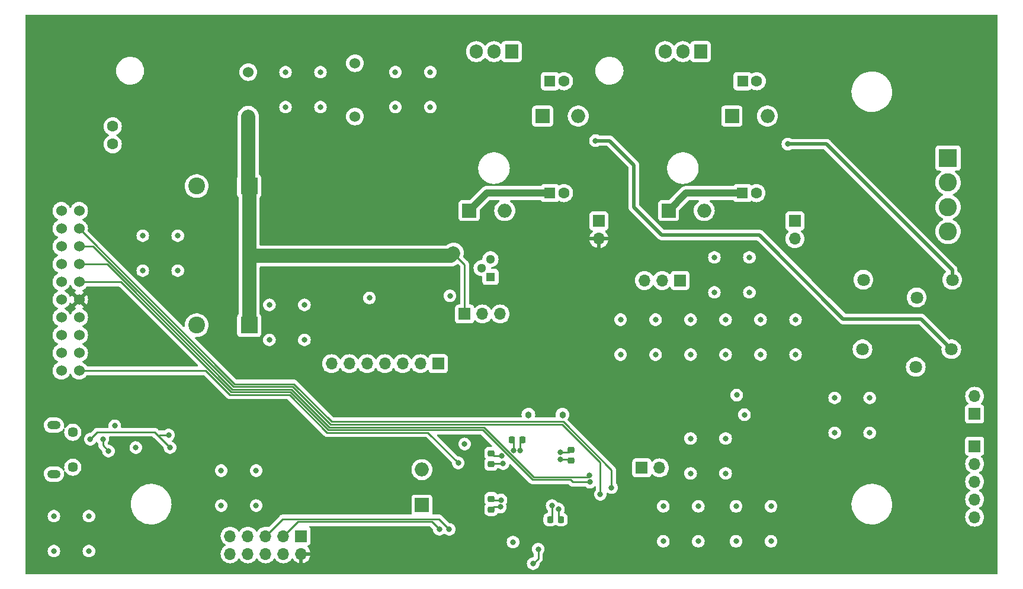
<source format=gbl>
G04 #@! TF.GenerationSoftware,KiCad,Pcbnew,7.0.8-7.0.8~ubuntu22.04.1*
G04 #@! TF.CreationDate,2024-01-26T16:09:11+01:00*
G04 #@! TF.ProjectId,torso,746f7273-6f2e-46b6-9963-61645f706362,1.1*
G04 #@! TF.SameCoordinates,Original*
G04 #@! TF.FileFunction,Copper,L4,Bot*
G04 #@! TF.FilePolarity,Positive*
%FSLAX46Y46*%
G04 Gerber Fmt 4.6, Leading zero omitted, Abs format (unit mm)*
G04 Created by KiCad (PCBNEW 7.0.8-7.0.8~ubuntu22.04.1) date 2024-01-26 16:09:11*
%MOMM*%
%LPD*%
G01*
G04 APERTURE LIST*
G04 Aperture macros list*
%AMRoundRect*
0 Rectangle with rounded corners*
0 $1 Rounding radius*
0 $2 $3 $4 $5 $6 $7 $8 $9 X,Y pos of 4 corners*
0 Add a 4 corners polygon primitive as box body*
4,1,4,$2,$3,$4,$5,$6,$7,$8,$9,$2,$3,0*
0 Add four circle primitives for the rounded corners*
1,1,$1+$1,$2,$3*
1,1,$1+$1,$4,$5*
1,1,$1+$1,$6,$7*
1,1,$1+$1,$8,$9*
0 Add four rect primitives between the rounded corners*
20,1,$1+$1,$2,$3,$4,$5,0*
20,1,$1+$1,$4,$5,$6,$7,0*
20,1,$1+$1,$6,$7,$8,$9,0*
20,1,$1+$1,$8,$9,$2,$3,0*%
G04 Aperture macros list end*
G04 #@! TA.AperFunction,ComponentPad*
%ADD10R,1.700000X1.700000*%
G04 #@! TD*
G04 #@! TA.AperFunction,ComponentPad*
%ADD11O,1.700000X1.700000*%
G04 #@! TD*
G04 #@! TA.AperFunction,ComponentPad*
%ADD12R,2.400000X2.400000*%
G04 #@! TD*
G04 #@! TA.AperFunction,ComponentPad*
%ADD13C,2.400000*%
G04 #@! TD*
G04 #@! TA.AperFunction,ComponentPad*
%ADD14R,2.000000X2.000000*%
G04 #@! TD*
G04 #@! TA.AperFunction,ComponentPad*
%ADD15O,2.000000X2.000000*%
G04 #@! TD*
G04 #@! TA.AperFunction,ComponentPad*
%ADD16R,1.600000X1.600000*%
G04 #@! TD*
G04 #@! TA.AperFunction,ComponentPad*
%ADD17C,1.600000*%
G04 #@! TD*
G04 #@! TA.AperFunction,ComponentPad*
%ADD18C,1.524000*%
G04 #@! TD*
G04 #@! TA.AperFunction,ComponentPad*
%ADD19R,1.905000X2.000000*%
G04 #@! TD*
G04 #@! TA.AperFunction,ComponentPad*
%ADD20O,1.905000X2.000000*%
G04 #@! TD*
G04 #@! TA.AperFunction,ComponentPad*
%ADD21C,1.800000*%
G04 #@! TD*
G04 #@! TA.AperFunction,ComponentPad*
%ADD22R,1.300000X1.300000*%
G04 #@! TD*
G04 #@! TA.AperFunction,ComponentPad*
%ADD23C,1.300000*%
G04 #@! TD*
G04 #@! TA.AperFunction,ComponentPad*
%ADD24O,1.900000X1.200000*%
G04 #@! TD*
G04 #@! TA.AperFunction,ComponentPad*
%ADD25C,1.450000*%
G04 #@! TD*
G04 #@! TA.AperFunction,ComponentPad*
%ADD26C,0.965200*%
G04 #@! TD*
G04 #@! TA.AperFunction,ComponentPad*
%ADD27R,2.600000X2.600000*%
G04 #@! TD*
G04 #@! TA.AperFunction,ComponentPad*
%ADD28C,2.600000*%
G04 #@! TD*
G04 #@! TA.AperFunction,ComponentPad*
%ADD29C,1.600200*%
G04 #@! TD*
G04 #@! TA.AperFunction,SMDPad,CuDef*
%ADD30RoundRect,0.225000X-0.250000X0.225000X-0.250000X-0.225000X0.250000X-0.225000X0.250000X0.225000X0*%
G04 #@! TD*
G04 #@! TA.AperFunction,SMDPad,CuDef*
%ADD31RoundRect,0.225000X-0.225000X-0.250000X0.225000X-0.250000X0.225000X0.250000X-0.225000X0.250000X0*%
G04 #@! TD*
G04 #@! TA.AperFunction,SMDPad,CuDef*
%ADD32RoundRect,0.225000X0.250000X-0.225000X0.250000X0.225000X-0.250000X0.225000X-0.250000X-0.225000X0*%
G04 #@! TD*
G04 #@! TA.AperFunction,SMDPad,CuDef*
%ADD33RoundRect,0.225000X0.225000X0.250000X-0.225000X0.250000X-0.225000X-0.250000X0.225000X-0.250000X0*%
G04 #@! TD*
G04 #@! TA.AperFunction,ViaPad*
%ADD34C,0.800000*%
G04 #@! TD*
G04 #@! TA.AperFunction,Conductor*
%ADD35C,2.000000*%
G04 #@! TD*
G04 #@! TA.AperFunction,Conductor*
%ADD36C,0.250000*%
G04 #@! TD*
G04 #@! TA.AperFunction,Conductor*
%ADD37C,0.500000*%
G04 #@! TD*
G04 #@! TA.AperFunction,Conductor*
%ADD38C,1.000000*%
G04 #@! TD*
G04 APERTURE END LIST*
D10*
X118625000Y-85300000D03*
D11*
X121165000Y-85300000D03*
D12*
X62500000Y-64900000D03*
D13*
X55000000Y-64900000D03*
D14*
X104460000Y-35000000D03*
D15*
X109540000Y-35000000D03*
D16*
X133000000Y-46000000D03*
D17*
X135000000Y-46000000D03*
D10*
X166200000Y-77600000D03*
D11*
X166200000Y-75060000D03*
D18*
X77620000Y-35040000D03*
X62380000Y-35040000D03*
X62380000Y-28690000D03*
X77620000Y-27420000D03*
D10*
X166200000Y-82200000D03*
D11*
X166200000Y-84740000D03*
X166200000Y-87280000D03*
X166200000Y-89820000D03*
X166200000Y-92360000D03*
D16*
X133044888Y-30000000D03*
D17*
X135044888Y-30000000D03*
D14*
X93960000Y-48500000D03*
D15*
X99040000Y-48500000D03*
D19*
X100040000Y-25770000D03*
D20*
X97500000Y-25770000D03*
X94960000Y-25770000D03*
D14*
X87200000Y-90640000D03*
D15*
X87200000Y-85560000D03*
D21*
X150175000Y-68324999D03*
X157795000Y-70864999D03*
X162875000Y-68324999D03*
D10*
X124079999Y-58500000D03*
D11*
X121539999Y-58500000D03*
X118999999Y-58500000D03*
D19*
X127040000Y-25770000D03*
D20*
X124500000Y-25770000D03*
X121960000Y-25770000D03*
D22*
X97000000Y-58000000D03*
D23*
X95730000Y-56730000D03*
X97000000Y-55460000D03*
D10*
X93300000Y-63300000D03*
D11*
X95840000Y-63300000D03*
X98380000Y-63300000D03*
D12*
X62500000Y-45000000D03*
D13*
X55000000Y-45000000D03*
D24*
X34600000Y-79200000D03*
D25*
X37300000Y-80200000D03*
X37300000Y-85200000D03*
D24*
X34600000Y-86200000D03*
D18*
X35660000Y-48540000D03*
X35660000Y-51080000D03*
X35660000Y-53620000D03*
X35660000Y-56160000D03*
X35660000Y-58700000D03*
X35660000Y-61240000D03*
X35660000Y-63780000D03*
X35660000Y-66320000D03*
X35660000Y-68860000D03*
X35660000Y-71400000D03*
X38200000Y-48540000D03*
X38200000Y-51080000D03*
X38200000Y-53620000D03*
X38200000Y-56160000D03*
X38200000Y-58700000D03*
X38200000Y-61240000D03*
X38200000Y-63780000D03*
X38200000Y-66320000D03*
X38200000Y-68860000D03*
X38200000Y-71400000D03*
D21*
X150300000Y-58400000D03*
X157920000Y-60940000D03*
X163000000Y-58400000D03*
D14*
X122460000Y-48500000D03*
D15*
X127540000Y-48500000D03*
D10*
X112500000Y-50000000D03*
D11*
X112500000Y-52540000D03*
D16*
X105500000Y-30000000D03*
D17*
X107500000Y-30000000D03*
D10*
X140500000Y-50000000D03*
D11*
X140500000Y-52540000D03*
D26*
X107300000Y-77700000D03*
X102419999Y-77700000D03*
D10*
X89520000Y-70400000D03*
D11*
X86980000Y-70400000D03*
X84440000Y-70400000D03*
X81900000Y-70400000D03*
X79360000Y-70400000D03*
X76820000Y-70400000D03*
X74280000Y-70400000D03*
D27*
X162400000Y-41000000D03*
D28*
X162400000Y-44500000D03*
X162400000Y-48000000D03*
X162400000Y-51500000D03*
D14*
X131500000Y-35000000D03*
D15*
X136580000Y-35000000D03*
D29*
X43000000Y-39000000D03*
X43000000Y-36460000D03*
D10*
X69940000Y-95060000D03*
D11*
X69940000Y-97600000D03*
X67400000Y-95060000D03*
X67400000Y-97600000D03*
X64860000Y-95060000D03*
X64860000Y-97600000D03*
X62320000Y-95060000D03*
X62320000Y-97600000D03*
X59780000Y-95060000D03*
X59780000Y-97600000D03*
D16*
X105500000Y-46000000D03*
D17*
X107500000Y-46000000D03*
D30*
X97100000Y-89725000D03*
X97100000Y-91275000D03*
X97100000Y-83225000D03*
X97100000Y-84775000D03*
D31*
X105525000Y-92700000D03*
X107075000Y-92700000D03*
D32*
X108500000Y-84275000D03*
X108500000Y-82725000D03*
D33*
X101575000Y-81300000D03*
X100025000Y-81300000D03*
D34*
X91700000Y-54600000D03*
X90500000Y-54900000D03*
X80500000Y-54600000D03*
X79300000Y-54900000D03*
X139500000Y-39000000D03*
X112000000Y-38500000D03*
X111205428Y-87348068D03*
X111100000Y-86414500D03*
X44300000Y-54900000D03*
X83600000Y-91300000D03*
X71400000Y-90900000D03*
X77500000Y-82400000D03*
X66600000Y-78700000D03*
X66600000Y-71600000D03*
X131600000Y-76500000D03*
X44300000Y-60600000D03*
X77500000Y-76200000D03*
X85800000Y-94500000D03*
X74400000Y-94400000D03*
X67700000Y-33700000D03*
X137100000Y-90800000D03*
X105800000Y-90700000D03*
X58500000Y-85700000D03*
X140600000Y-64100000D03*
X134000000Y-60200000D03*
X151200000Y-75300000D03*
X130600000Y-64100000D03*
X70400000Y-62000000D03*
X47300000Y-57100000D03*
X52300000Y-52100000D03*
X129000000Y-55200000D03*
X83400000Y-28700000D03*
X39600000Y-97200000D03*
X125600000Y-64100000D03*
X65400000Y-62000000D03*
X72700000Y-28700000D03*
X134000000Y-55200000D03*
X132100000Y-90800000D03*
X93300000Y-81900000D03*
X140600000Y-69100000D03*
X65400000Y-67000000D03*
X58500000Y-90700000D03*
X63500000Y-85700000D03*
X98600000Y-83600000D03*
X121700000Y-95800000D03*
X126700000Y-90800000D03*
X100227235Y-95922869D03*
X115600000Y-64100000D03*
X135600000Y-69100000D03*
X126700000Y-95800000D03*
X125600000Y-81100000D03*
X120600000Y-64100000D03*
X125600000Y-69100000D03*
X101239503Y-82800000D03*
X130600000Y-81100000D03*
X72700000Y-33700000D03*
X52300000Y-57100000D03*
X146200000Y-80300000D03*
X130600000Y-86100000D03*
X88400000Y-33700000D03*
X151200000Y-80300000D03*
X132200000Y-74900000D03*
X47300000Y-52100000D03*
X132100000Y-95800000D03*
X70400000Y-67000000D03*
X125600000Y-86100000D03*
X39600000Y-92200000D03*
X129000000Y-60200000D03*
X83400000Y-33700000D03*
X115600000Y-69100000D03*
X121700000Y-90800000D03*
X120600000Y-69100000D03*
X34600000Y-97200000D03*
X63500000Y-90700000D03*
X98500000Y-89900000D03*
X34600000Y-92200000D03*
X135600000Y-64100000D03*
X130600000Y-69100000D03*
X67700000Y-28700000D03*
X137100000Y-95800000D03*
X43300000Y-79300000D03*
X107000000Y-84100000D03*
X88400000Y-28700000D03*
X146200000Y-75300000D03*
X46300000Y-82400000D03*
X91100000Y-94100000D03*
X89700000Y-94100000D03*
X114300000Y-88135500D03*
X112700000Y-89085500D03*
X103825500Y-96932253D03*
X103100000Y-99000000D03*
X92400000Y-84600000D03*
X98400000Y-90900000D03*
X91200000Y-60700000D03*
X100300000Y-82800000D03*
X133300000Y-77700000D03*
X79700000Y-61000000D03*
X106714500Y-91200000D03*
X98800000Y-84700000D03*
X107021151Y-83080704D03*
X41600000Y-81200000D03*
X42400000Y-82900000D03*
X51000000Y-80600000D03*
X39800000Y-81200000D03*
X51200000Y-82400000D03*
D35*
X62900000Y-55000000D02*
X91300000Y-55000000D01*
D36*
X93300000Y-63300000D02*
X93300000Y-56200000D01*
X93300000Y-56200000D02*
X91700000Y-54600000D01*
D35*
X62500000Y-54000000D02*
X62500000Y-64900000D01*
X62500000Y-45000000D02*
X62500000Y-54000000D01*
X62500000Y-54000000D02*
X62500000Y-54600000D01*
X62380000Y-44880000D02*
X62500000Y-45000000D01*
X91300000Y-55000000D02*
X91700000Y-54600000D01*
X62500000Y-54600000D02*
X62900000Y-55000000D01*
X62380000Y-35040000D02*
X62380000Y-44880000D01*
D37*
X145000000Y-39000000D02*
X163000000Y-57000000D01*
X163000000Y-57000000D02*
X163000000Y-58400000D01*
X139500000Y-39000000D02*
X145000000Y-39000000D01*
X135408456Y-52000000D02*
X147408456Y-64000000D01*
X112000000Y-38500000D02*
X114000000Y-38500000D01*
X147408456Y-64000000D02*
X158550001Y-64000000D01*
X117500000Y-42000000D02*
X117500000Y-48000000D01*
X158550001Y-64000000D02*
X162875000Y-68324999D01*
X121500000Y-52000000D02*
X135408456Y-52000000D01*
X117500000Y-48000000D02*
X121500000Y-52000000D01*
X114000000Y-38500000D02*
X117500000Y-42000000D01*
D36*
X59935370Y-74470000D02*
X61400000Y-74470000D01*
X73815370Y-79870000D02*
X78100000Y-79870000D01*
X61400000Y-74470000D02*
X68415368Y-74470000D01*
X108758068Y-87348068D02*
X111205428Y-87348068D01*
X102998004Y-86990000D02*
X108400000Y-86990000D01*
X38200000Y-58700000D02*
X44165368Y-58700000D01*
X68415368Y-74470000D02*
X73815370Y-79870000D01*
X78100000Y-79870000D02*
X95878003Y-79870000D01*
X95878003Y-79870000D02*
X97054002Y-81045999D01*
X108400000Y-86990000D02*
X108758068Y-87348068D01*
X97054002Y-81045999D02*
X102998004Y-86990000D01*
X44165368Y-58700000D02*
X59935370Y-74470000D01*
X103159547Y-86600000D02*
X108100000Y-86600000D01*
X42176912Y-56160000D02*
X44558456Y-58541544D01*
X60096913Y-74080000D02*
X63100000Y-74080000D01*
X68576912Y-74080000D02*
X73976913Y-79480000D01*
X44558456Y-58541544D02*
X60096913Y-74080000D01*
X110914500Y-86600000D02*
X111100000Y-86414500D01*
X76100000Y-79480000D02*
X94000000Y-79480000D01*
X73976913Y-79480000D02*
X76100000Y-79480000D01*
X94000000Y-79480000D02*
X96039547Y-79480000D01*
X108100000Y-86600000D02*
X110914500Y-86600000D01*
X63100000Y-74080000D02*
X68576912Y-74080000D01*
X96039547Y-79480000D02*
X103159547Y-86600000D01*
X38200000Y-56160000D02*
X42176912Y-56160000D01*
X105800000Y-90700000D02*
X105800000Y-92425000D01*
X98600000Y-83600000D02*
X97475000Y-83600000D01*
X105800000Y-92425000D02*
X105525000Y-92700000D01*
X97475000Y-83600000D02*
X97100000Y-83225000D01*
X101239503Y-82800000D02*
X101239503Y-81635497D01*
X101239503Y-81635497D02*
X101575000Y-81300000D01*
X107000000Y-84100000D02*
X108325000Y-84100000D01*
X98500000Y-89900000D02*
X97275000Y-89900000D01*
X108325000Y-84100000D02*
X108500000Y-84275000D01*
X97275000Y-89900000D02*
X97100000Y-89725000D01*
X67310000Y-92610000D02*
X64860000Y-95060000D01*
X91100000Y-94100000D02*
X89610000Y-92610000D01*
X89610000Y-92610000D02*
X67310000Y-92610000D01*
X69460000Y-93000000D02*
X88600000Y-93000000D01*
X67400000Y-95060000D02*
X69460000Y-93000000D01*
X88600000Y-93000000D02*
X89700000Y-94100000D01*
D38*
X93960000Y-48500000D02*
X96460000Y-46000000D01*
X122460000Y-48500000D02*
X124960000Y-46000000D01*
X124960000Y-46000000D02*
X133000000Y-46000000D01*
X96460000Y-46000000D02*
X105500000Y-46000000D01*
D36*
X74300000Y-78700000D02*
X68900000Y-73300000D01*
X60420000Y-73300000D02*
X38200000Y-51080000D01*
X107400000Y-78700000D02*
X74300000Y-78700000D01*
X114300000Y-85600000D02*
X107400000Y-78700000D01*
X68900000Y-73300000D02*
X60420000Y-73300000D01*
X114300000Y-88135500D02*
X114300000Y-85600000D01*
X60258456Y-73690000D02*
X68738456Y-73690000D01*
X38200000Y-53620000D02*
X40188456Y-53620000D01*
X74138456Y-79090000D02*
X107238456Y-79090000D01*
X112700000Y-84551544D02*
X112700000Y-89085500D01*
X68738456Y-73690000D02*
X74138456Y-79090000D01*
X40188456Y-53620000D02*
X60258456Y-73690000D01*
X107238456Y-79090000D02*
X112700000Y-84551544D01*
X103825500Y-98274500D02*
X103100000Y-99000000D01*
X103825500Y-96932253D02*
X103825500Y-98274500D01*
X88060000Y-80260000D02*
X73653826Y-80260000D01*
X73653826Y-80260000D02*
X68253824Y-74860000D01*
X56313826Y-71400000D02*
X38200000Y-71400000D01*
X68253824Y-74860000D02*
X59773826Y-74860000D01*
X59773826Y-74860000D02*
X56313826Y-71400000D01*
X92400000Y-84600000D02*
X88060000Y-80260000D01*
X100300000Y-82800000D02*
X100300000Y-81575000D01*
X97475000Y-90900000D02*
X97100000Y-91275000D01*
X106714500Y-92339500D02*
X107075000Y-92700000D01*
X106714500Y-91200000D02*
X106714500Y-92339500D01*
X100300000Y-81575000D02*
X100025000Y-81300000D01*
X108144296Y-83080704D02*
X108500000Y-82725000D01*
X97175000Y-84700000D02*
X97100000Y-84775000D01*
X107021151Y-83080704D02*
X108144296Y-83080704D01*
X98400000Y-90900000D02*
X97475000Y-90900000D01*
X98800000Y-84700000D02*
X97175000Y-84700000D01*
X42400000Y-82900000D02*
X41600000Y-82100000D01*
X41600000Y-82100000D02*
X41600000Y-81200000D01*
X39800000Y-81200000D02*
X40800000Y-80200000D01*
X49550000Y-80750000D02*
X49700000Y-80600000D01*
X49000000Y-80200000D02*
X49550000Y-80750000D01*
X40800000Y-80200000D02*
X49000000Y-80200000D01*
X49550000Y-80750000D02*
X51200000Y-82400000D01*
X49700000Y-80600000D02*
X51000000Y-80600000D01*
G04 #@! TA.AperFunction,Conductor*
G36*
X43921955Y-59345185D02*
G01*
X43942597Y-59361819D01*
X49629795Y-65049017D01*
X55143598Y-70562819D01*
X55177083Y-70624142D01*
X55172099Y-70693834D01*
X55130227Y-70749767D01*
X55064763Y-70774184D01*
X55055917Y-70774500D01*
X39367799Y-70774500D01*
X39300760Y-70754815D01*
X39266224Y-70721623D01*
X39170827Y-70585381D01*
X39148265Y-70562819D01*
X39014620Y-70429174D01*
X39014616Y-70429171D01*
X39014615Y-70429170D01*
X38833666Y-70302468D01*
X38833658Y-70302464D01*
X38704811Y-70242382D01*
X38652371Y-70196210D01*
X38633219Y-70129017D01*
X38653435Y-70062135D01*
X38704811Y-70017618D01*
X38738634Y-70001846D01*
X38833662Y-69957534D01*
X39014620Y-69830826D01*
X39170826Y-69674620D01*
X39297534Y-69493662D01*
X39390894Y-69293450D01*
X39448070Y-69080068D01*
X39467323Y-68860000D01*
X39448070Y-68639932D01*
X39390894Y-68426550D01*
X39297534Y-68226339D01*
X39234180Y-68135859D01*
X39170827Y-68045381D01*
X39094742Y-67969296D01*
X39014620Y-67889174D01*
X39014616Y-67889171D01*
X39014615Y-67889170D01*
X38833666Y-67762468D01*
X38833658Y-67762464D01*
X38704811Y-67702382D01*
X38652371Y-67656210D01*
X38633219Y-67589017D01*
X38653435Y-67522135D01*
X38704811Y-67477618D01*
X38738634Y-67461846D01*
X38833662Y-67417534D01*
X39014620Y-67290826D01*
X39170826Y-67134620D01*
X39297534Y-66953662D01*
X39390894Y-66753450D01*
X39448070Y-66540068D01*
X39467323Y-66320000D01*
X39448070Y-66099932D01*
X39390894Y-65886550D01*
X39297534Y-65686339D01*
X39170826Y-65505380D01*
X39014620Y-65349174D01*
X39014616Y-65349171D01*
X39014615Y-65349170D01*
X38833666Y-65222468D01*
X38833658Y-65222464D01*
X38704811Y-65162382D01*
X38652371Y-65116210D01*
X38633219Y-65049017D01*
X38653435Y-64982135D01*
X38704811Y-64937618D01*
X38710802Y-64934824D01*
X38833662Y-64877534D01*
X39014620Y-64750826D01*
X39170826Y-64594620D01*
X39297534Y-64413662D01*
X39390894Y-64213450D01*
X39448070Y-64000068D01*
X39467323Y-63780000D01*
X39448070Y-63559932D01*
X39390894Y-63346550D01*
X39297534Y-63146339D01*
X39170826Y-62965380D01*
X39014620Y-62809174D01*
X39014616Y-62809171D01*
X39014615Y-62809170D01*
X38833666Y-62682468D01*
X38833658Y-62682464D01*
X38704219Y-62622106D01*
X38651779Y-62575934D01*
X38632627Y-62508741D01*
X38652843Y-62441859D01*
X38704219Y-62397342D01*
X38833408Y-62337100D01*
X38833420Y-62337093D01*
X38898186Y-62291742D01*
X38898187Y-62291740D01*
X38339600Y-61733152D01*
X38344592Y-61732435D01*
X38477470Y-61671752D01*
X38587869Y-61576090D01*
X38666845Y-61453201D01*
X38689522Y-61375969D01*
X39251740Y-61938187D01*
X39251742Y-61938186D01*
X39297093Y-61873420D01*
X39297100Y-61873408D01*
X39390419Y-61673284D01*
X39390424Y-61673270D01*
X39447573Y-61459986D01*
X39447575Y-61459976D01*
X39466821Y-61240000D01*
X39466821Y-61239999D01*
X39447575Y-61020023D01*
X39447573Y-61020013D01*
X39390424Y-60806729D01*
X39390420Y-60806720D01*
X39297098Y-60606590D01*
X39251740Y-60541811D01*
X38689521Y-61104029D01*
X38666845Y-61026799D01*
X38587869Y-60903910D01*
X38477470Y-60808248D01*
X38344592Y-60747565D01*
X38339599Y-60746847D01*
X38898187Y-60188258D01*
X38833409Y-60142900D01*
X38833407Y-60142899D01*
X38704219Y-60082658D01*
X38651779Y-60036486D01*
X38632627Y-59969293D01*
X38652843Y-59902411D01*
X38704219Y-59857894D01*
X38709012Y-59855659D01*
X38833662Y-59797534D01*
X39014620Y-59670826D01*
X39170826Y-59514620D01*
X39266225Y-59378376D01*
X39320802Y-59334752D01*
X39367800Y-59325500D01*
X43854916Y-59325500D01*
X43921955Y-59345185D01*
G37*
G04 #@! TD.AperFunction*
G04 #@! TA.AperFunction,Conductor*
G36*
X37733155Y-61453201D02*
G01*
X37812131Y-61576090D01*
X37922530Y-61671752D01*
X38055408Y-61732435D01*
X38060400Y-61733152D01*
X37501811Y-62291741D01*
X37566582Y-62337094D01*
X37566588Y-62337098D01*
X37695781Y-62397342D01*
X37748220Y-62443514D01*
X37767372Y-62510708D01*
X37747156Y-62577589D01*
X37695781Y-62622106D01*
X37566340Y-62682465D01*
X37566338Y-62682466D01*
X37385377Y-62809175D01*
X37229175Y-62965377D01*
X37102466Y-63146338D01*
X37102465Y-63146340D01*
X37042382Y-63275189D01*
X36996209Y-63327628D01*
X36929016Y-63346780D01*
X36862135Y-63326564D01*
X36817618Y-63275189D01*
X36757534Y-63146340D01*
X36757533Y-63146338D01*
X36700294Y-63064592D01*
X36630826Y-62965380D01*
X36474620Y-62809174D01*
X36474616Y-62809171D01*
X36474615Y-62809170D01*
X36293666Y-62682468D01*
X36293658Y-62682464D01*
X36164811Y-62622382D01*
X36112371Y-62576210D01*
X36093219Y-62509017D01*
X36113435Y-62442135D01*
X36164811Y-62397618D01*
X36195237Y-62383430D01*
X36293662Y-62337534D01*
X36474620Y-62210826D01*
X36630826Y-62054620D01*
X36757534Y-61873662D01*
X36817894Y-61744218D01*
X36864066Y-61691779D01*
X36931259Y-61672627D01*
X36998141Y-61692843D01*
X37042658Y-61744219D01*
X37102899Y-61873407D01*
X37102900Y-61873409D01*
X37148258Y-61938187D01*
X37710477Y-61375968D01*
X37733155Y-61453201D01*
G37*
G04 #@! TD.AperFunction*
G04 #@! TA.AperFunction,Conductor*
G36*
X36997865Y-59153435D02*
G01*
X37042382Y-59204811D01*
X37102464Y-59333658D01*
X37102468Y-59333666D01*
X37229170Y-59514615D01*
X37229175Y-59514621D01*
X37385378Y-59670824D01*
X37385384Y-59670829D01*
X37566333Y-59797531D01*
X37566335Y-59797532D01*
X37566338Y-59797534D01*
X37690988Y-59855659D01*
X37695781Y-59857894D01*
X37748220Y-59904066D01*
X37767372Y-59971260D01*
X37747156Y-60038141D01*
X37695781Y-60082658D01*
X37566586Y-60142903D01*
X37501812Y-60188257D01*
X37501811Y-60188258D01*
X38060400Y-60746847D01*
X38055408Y-60747565D01*
X37922530Y-60808248D01*
X37812131Y-60903910D01*
X37733155Y-61026799D01*
X37710477Y-61104030D01*
X37148258Y-60541811D01*
X37148257Y-60541812D01*
X37102903Y-60606586D01*
X37042658Y-60735781D01*
X36996485Y-60788220D01*
X36929292Y-60807372D01*
X36862411Y-60787156D01*
X36817894Y-60735781D01*
X36757534Y-60606340D01*
X36757533Y-60606338D01*
X36630827Y-60425381D01*
X36593702Y-60388256D01*
X36474620Y-60269174D01*
X36474616Y-60269171D01*
X36474615Y-60269170D01*
X36293666Y-60142468D01*
X36293658Y-60142464D01*
X36164811Y-60082382D01*
X36112371Y-60036210D01*
X36093219Y-59969017D01*
X36113435Y-59902135D01*
X36164811Y-59857618D01*
X36170802Y-59854824D01*
X36293662Y-59797534D01*
X36474620Y-59670826D01*
X36630826Y-59514620D01*
X36757534Y-59333662D01*
X36817618Y-59204811D01*
X36863790Y-59152371D01*
X36930983Y-59133219D01*
X36997865Y-59153435D01*
G37*
G04 #@! TD.AperFunction*
G04 #@! TA.AperFunction,Conductor*
G36*
X169443039Y-20519685D02*
G01*
X169488794Y-20572489D01*
X169500000Y-20624000D01*
X169500000Y-100376000D01*
X169480315Y-100443039D01*
X169427511Y-100488794D01*
X169376000Y-100500000D01*
X30624000Y-100500000D01*
X30556961Y-100480315D01*
X30511206Y-100427511D01*
X30500000Y-100376000D01*
X30500000Y-99000000D01*
X102194540Y-99000000D01*
X102214326Y-99188256D01*
X102214327Y-99188259D01*
X102272818Y-99368277D01*
X102272821Y-99368284D01*
X102367467Y-99532216D01*
X102494129Y-99672888D01*
X102647265Y-99784148D01*
X102647270Y-99784151D01*
X102820192Y-99861142D01*
X102820197Y-99861144D01*
X103005354Y-99900500D01*
X103005355Y-99900500D01*
X103194644Y-99900500D01*
X103194646Y-99900500D01*
X103379803Y-99861144D01*
X103552730Y-99784151D01*
X103705871Y-99672888D01*
X103832533Y-99532216D01*
X103927179Y-99368284D01*
X103985674Y-99188256D01*
X104003321Y-99020344D01*
X104029904Y-98955734D01*
X104038951Y-98945638D01*
X104209288Y-98775301D01*
X104221542Y-98765486D01*
X104221359Y-98765264D01*
X104227366Y-98760292D01*
X104227377Y-98760286D01*
X104258275Y-98727382D01*
X104274727Y-98709864D01*
X104285171Y-98699418D01*
X104295620Y-98688971D01*
X104299879Y-98683478D01*
X104303652Y-98679061D01*
X104335562Y-98645082D01*
X104345215Y-98627520D01*
X104355889Y-98611270D01*
X104368173Y-98595436D01*
X104386680Y-98552667D01*
X104389249Y-98547424D01*
X104411696Y-98506593D01*
X104411697Y-98506592D01*
X104416677Y-98487191D01*
X104422978Y-98468788D01*
X104430938Y-98450396D01*
X104438230Y-98404349D01*
X104439411Y-98398652D01*
X104451000Y-98353519D01*
X104451000Y-98333483D01*
X104452527Y-98314082D01*
X104455660Y-98294304D01*
X104451275Y-98247915D01*
X104451000Y-98242077D01*
X104451000Y-97630940D01*
X104470685Y-97563901D01*
X104482850Y-97547968D01*
X104501391Y-97527375D01*
X104558033Y-97464469D01*
X104652679Y-97300537D01*
X104711174Y-97120509D01*
X104730960Y-96932253D01*
X104711174Y-96743997D01*
X104652679Y-96563969D01*
X104558033Y-96400037D01*
X104431371Y-96259365D01*
X104411799Y-96245145D01*
X104278234Y-96148104D01*
X104278229Y-96148101D01*
X104105307Y-96071110D01*
X104105302Y-96071108D01*
X103959501Y-96040118D01*
X103920146Y-96031753D01*
X103730854Y-96031753D01*
X103698397Y-96038651D01*
X103545697Y-96071108D01*
X103545692Y-96071110D01*
X103372770Y-96148101D01*
X103372765Y-96148104D01*
X103219629Y-96259364D01*
X103092966Y-96400038D01*
X102998321Y-96563968D01*
X102998318Y-96563975D01*
X102944723Y-96728926D01*
X102939826Y-96743997D01*
X102920040Y-96932253D01*
X102939826Y-97120509D01*
X102939827Y-97120512D01*
X102998318Y-97300530D01*
X102998321Y-97300537D01*
X103092967Y-97464469D01*
X103101549Y-97474000D01*
X103168150Y-97547968D01*
X103198380Y-97610959D01*
X103200000Y-97630940D01*
X103200000Y-97964046D01*
X103180315Y-98031085D01*
X103163685Y-98051723D01*
X103152232Y-98063177D01*
X103090910Y-98096665D01*
X103064547Y-98099500D01*
X103005354Y-98099500D01*
X102972897Y-98106398D01*
X102820197Y-98138855D01*
X102820192Y-98138857D01*
X102647270Y-98215848D01*
X102647265Y-98215851D01*
X102494129Y-98327111D01*
X102367466Y-98467785D01*
X102272821Y-98631715D01*
X102272818Y-98631722D01*
X102226578Y-98774035D01*
X102214326Y-98811744D01*
X102194540Y-99000000D01*
X30500000Y-99000000D01*
X30500000Y-97200000D01*
X33694540Y-97200000D01*
X33714326Y-97388256D01*
X33714327Y-97388259D01*
X33772818Y-97568277D01*
X33772821Y-97568284D01*
X33867467Y-97732216D01*
X33994129Y-97872888D01*
X34147265Y-97984148D01*
X34147270Y-97984151D01*
X34320192Y-98061142D01*
X34320197Y-98061144D01*
X34505354Y-98100500D01*
X34505355Y-98100500D01*
X34694644Y-98100500D01*
X34694646Y-98100500D01*
X34879803Y-98061144D01*
X35052730Y-97984151D01*
X35205871Y-97872888D01*
X35332533Y-97732216D01*
X35427179Y-97568284D01*
X35485674Y-97388256D01*
X35505460Y-97200000D01*
X38694540Y-97200000D01*
X38714326Y-97388256D01*
X38714327Y-97388259D01*
X38772818Y-97568277D01*
X38772821Y-97568284D01*
X38867467Y-97732216D01*
X38994129Y-97872888D01*
X39147265Y-97984148D01*
X39147270Y-97984151D01*
X39320192Y-98061142D01*
X39320197Y-98061144D01*
X39505354Y-98100500D01*
X39505355Y-98100500D01*
X39694644Y-98100500D01*
X39694646Y-98100500D01*
X39879803Y-98061144D01*
X40052730Y-97984151D01*
X40205871Y-97872888D01*
X40332533Y-97732216D01*
X40408868Y-97600000D01*
X58424341Y-97600000D01*
X58444936Y-97835403D01*
X58444938Y-97835413D01*
X58506094Y-98063655D01*
X58506096Y-98063659D01*
X58506097Y-98063663D01*
X58586004Y-98235023D01*
X58605965Y-98277830D01*
X58605967Y-98277834D01*
X58692546Y-98401481D01*
X58741505Y-98471401D01*
X58908599Y-98638495D01*
X58972874Y-98683501D01*
X59102165Y-98774032D01*
X59102167Y-98774033D01*
X59102170Y-98774035D01*
X59316337Y-98873903D01*
X59544592Y-98935063D01*
X59732918Y-98951539D01*
X59779999Y-98955659D01*
X59780000Y-98955659D01*
X59780001Y-98955659D01*
X59819234Y-98952226D01*
X60015408Y-98935063D01*
X60243663Y-98873903D01*
X60457830Y-98774035D01*
X60651401Y-98638495D01*
X60818495Y-98471401D01*
X60948425Y-98285842D01*
X61003002Y-98242217D01*
X61072500Y-98235023D01*
X61134855Y-98266546D01*
X61151575Y-98285842D01*
X61281500Y-98471395D01*
X61281505Y-98471401D01*
X61448599Y-98638495D01*
X61512874Y-98683501D01*
X61642165Y-98774032D01*
X61642167Y-98774033D01*
X61642170Y-98774035D01*
X61856337Y-98873903D01*
X62084592Y-98935063D01*
X62272918Y-98951539D01*
X62319999Y-98955659D01*
X62320000Y-98955659D01*
X62320001Y-98955659D01*
X62359234Y-98952226D01*
X62555408Y-98935063D01*
X62783663Y-98873903D01*
X62997830Y-98774035D01*
X63191401Y-98638495D01*
X63358495Y-98471401D01*
X63488425Y-98285842D01*
X63543002Y-98242217D01*
X63612500Y-98235023D01*
X63674855Y-98266546D01*
X63691575Y-98285842D01*
X63821500Y-98471395D01*
X63821505Y-98471401D01*
X63988599Y-98638495D01*
X64052874Y-98683501D01*
X64182165Y-98774032D01*
X64182167Y-98774033D01*
X64182170Y-98774035D01*
X64396337Y-98873903D01*
X64624592Y-98935063D01*
X64812918Y-98951539D01*
X64859999Y-98955659D01*
X64860000Y-98955659D01*
X64860001Y-98955659D01*
X64899234Y-98952226D01*
X65095408Y-98935063D01*
X65323663Y-98873903D01*
X65537830Y-98774035D01*
X65731401Y-98638495D01*
X65898495Y-98471401D01*
X66028425Y-98285842D01*
X66083002Y-98242217D01*
X66152500Y-98235023D01*
X66214855Y-98266546D01*
X66231575Y-98285842D01*
X66361500Y-98471395D01*
X66361505Y-98471401D01*
X66528599Y-98638495D01*
X66592874Y-98683501D01*
X66722165Y-98774032D01*
X66722167Y-98774033D01*
X66722170Y-98774035D01*
X66936337Y-98873903D01*
X67164592Y-98935063D01*
X67352918Y-98951539D01*
X67399999Y-98955659D01*
X67400000Y-98955659D01*
X67400001Y-98955659D01*
X67439234Y-98952226D01*
X67635408Y-98935063D01*
X67863663Y-98873903D01*
X68077830Y-98774035D01*
X68271401Y-98638495D01*
X68438495Y-98471401D01*
X68568730Y-98285405D01*
X68623307Y-98241781D01*
X68692805Y-98234587D01*
X68755160Y-98266110D01*
X68771879Y-98285405D01*
X68901890Y-98471078D01*
X69068917Y-98638105D01*
X69262421Y-98773600D01*
X69476507Y-98873429D01*
X69476516Y-98873433D01*
X69690000Y-98930634D01*
X69690000Y-98035501D01*
X69797685Y-98084680D01*
X69904237Y-98100000D01*
X69975763Y-98100000D01*
X70082315Y-98084680D01*
X70190000Y-98035501D01*
X70190000Y-98930633D01*
X70403483Y-98873433D01*
X70403492Y-98873429D01*
X70617578Y-98773600D01*
X70811082Y-98638105D01*
X70978105Y-98471082D01*
X71113600Y-98277578D01*
X71213429Y-98063492D01*
X71213432Y-98063486D01*
X71270636Y-97850000D01*
X70373686Y-97850000D01*
X70399493Y-97809844D01*
X70440000Y-97671889D01*
X70440000Y-97528111D01*
X70399493Y-97390156D01*
X70373686Y-97350000D01*
X71270636Y-97350000D01*
X71270635Y-97349999D01*
X71213432Y-97136513D01*
X71213429Y-97136507D01*
X71113600Y-96922422D01*
X71113599Y-96922420D01*
X70978113Y-96728926D01*
X70978108Y-96728920D01*
X70856053Y-96606865D01*
X70822568Y-96545542D01*
X70827552Y-96475850D01*
X70869424Y-96419917D01*
X70900400Y-96403002D01*
X71032331Y-96353796D01*
X71147546Y-96267546D01*
X71233796Y-96152331D01*
X71284091Y-96017483D01*
X71290500Y-95957873D01*
X71290500Y-95922869D01*
X99321775Y-95922869D01*
X99341561Y-96111125D01*
X99341562Y-96111128D01*
X99400053Y-96291146D01*
X99400056Y-96291153D01*
X99494702Y-96455085D01*
X99559555Y-96527111D01*
X99621364Y-96595757D01*
X99774500Y-96707017D01*
X99774505Y-96707020D01*
X99947427Y-96784011D01*
X99947432Y-96784013D01*
X100132589Y-96823369D01*
X100132590Y-96823369D01*
X100321879Y-96823369D01*
X100321881Y-96823369D01*
X100507038Y-96784013D01*
X100679965Y-96707020D01*
X100833106Y-96595757D01*
X100959768Y-96455085D01*
X101054414Y-96291153D01*
X101112909Y-96111125D01*
X101132695Y-95922869D01*
X101119781Y-95800000D01*
X120794540Y-95800000D01*
X120814326Y-95988256D01*
X120814327Y-95988259D01*
X120872818Y-96168277D01*
X120872821Y-96168284D01*
X120967467Y-96332216D01*
X121041876Y-96414855D01*
X121094129Y-96472888D01*
X121247265Y-96584148D01*
X121247270Y-96584151D01*
X121420192Y-96661142D01*
X121420197Y-96661144D01*
X121605354Y-96700500D01*
X121605355Y-96700500D01*
X121794644Y-96700500D01*
X121794646Y-96700500D01*
X121979803Y-96661144D01*
X122152730Y-96584151D01*
X122305871Y-96472888D01*
X122432533Y-96332216D01*
X122527179Y-96168284D01*
X122585674Y-95988256D01*
X122605460Y-95800000D01*
X125794540Y-95800000D01*
X125814326Y-95988256D01*
X125814327Y-95988259D01*
X125872818Y-96168277D01*
X125872821Y-96168284D01*
X125967467Y-96332216D01*
X126041876Y-96414855D01*
X126094129Y-96472888D01*
X126247265Y-96584148D01*
X126247270Y-96584151D01*
X126420192Y-96661142D01*
X126420197Y-96661144D01*
X126605354Y-96700500D01*
X126605355Y-96700500D01*
X126794644Y-96700500D01*
X126794646Y-96700500D01*
X126979803Y-96661144D01*
X127152730Y-96584151D01*
X127305871Y-96472888D01*
X127432533Y-96332216D01*
X127527179Y-96168284D01*
X127585674Y-95988256D01*
X127605460Y-95800000D01*
X131194540Y-95800000D01*
X131214326Y-95988256D01*
X131214327Y-95988259D01*
X131272818Y-96168277D01*
X131272821Y-96168284D01*
X131367467Y-96332216D01*
X131441876Y-96414855D01*
X131494129Y-96472888D01*
X131647265Y-96584148D01*
X131647270Y-96584151D01*
X131820192Y-96661142D01*
X131820197Y-96661144D01*
X132005354Y-96700500D01*
X132005355Y-96700500D01*
X132194644Y-96700500D01*
X132194646Y-96700500D01*
X132379803Y-96661144D01*
X132552730Y-96584151D01*
X132705871Y-96472888D01*
X132832533Y-96332216D01*
X132927179Y-96168284D01*
X132985674Y-95988256D01*
X133005460Y-95800000D01*
X136194540Y-95800000D01*
X136214326Y-95988256D01*
X136214327Y-95988259D01*
X136272818Y-96168277D01*
X136272821Y-96168284D01*
X136367467Y-96332216D01*
X136441876Y-96414855D01*
X136494129Y-96472888D01*
X136647265Y-96584148D01*
X136647270Y-96584151D01*
X136820192Y-96661142D01*
X136820197Y-96661144D01*
X137005354Y-96700500D01*
X137005355Y-96700500D01*
X137194644Y-96700500D01*
X137194646Y-96700500D01*
X137379803Y-96661144D01*
X137552730Y-96584151D01*
X137705871Y-96472888D01*
X137832533Y-96332216D01*
X137927179Y-96168284D01*
X137985674Y-95988256D01*
X138005460Y-95800000D01*
X137985674Y-95611744D01*
X137927179Y-95431716D01*
X137832533Y-95267784D01*
X137705871Y-95127112D01*
X137615875Y-95061726D01*
X137552734Y-95015851D01*
X137552729Y-95015848D01*
X137379807Y-94938857D01*
X137379802Y-94938855D01*
X137234001Y-94907865D01*
X137194646Y-94899500D01*
X137005354Y-94899500D01*
X136972897Y-94906398D01*
X136820197Y-94938855D01*
X136820192Y-94938857D01*
X136647270Y-95015848D01*
X136647265Y-95015851D01*
X136494129Y-95127111D01*
X136367466Y-95267785D01*
X136272821Y-95431715D01*
X136272818Y-95431722D01*
X136232898Y-95554585D01*
X136214326Y-95611744D01*
X136194540Y-95800000D01*
X133005460Y-95800000D01*
X132985674Y-95611744D01*
X132927179Y-95431716D01*
X132832533Y-95267784D01*
X132705871Y-95127112D01*
X132615875Y-95061726D01*
X132552734Y-95015851D01*
X132552729Y-95015848D01*
X132379807Y-94938857D01*
X132379802Y-94938855D01*
X132234001Y-94907865D01*
X132194646Y-94899500D01*
X132005354Y-94899500D01*
X131972897Y-94906398D01*
X131820197Y-94938855D01*
X131820192Y-94938857D01*
X131647270Y-95015848D01*
X131647265Y-95015851D01*
X131494129Y-95127111D01*
X131367466Y-95267785D01*
X131272821Y-95431715D01*
X131272818Y-95431722D01*
X131232898Y-95554585D01*
X131214326Y-95611744D01*
X131194540Y-95800000D01*
X127605460Y-95800000D01*
X127585674Y-95611744D01*
X127527179Y-95431716D01*
X127432533Y-95267784D01*
X127305871Y-95127112D01*
X127215875Y-95061726D01*
X127152734Y-95015851D01*
X127152729Y-95015848D01*
X126979807Y-94938857D01*
X126979802Y-94938855D01*
X126834001Y-94907865D01*
X126794646Y-94899500D01*
X126605354Y-94899500D01*
X126572897Y-94906398D01*
X126420197Y-94938855D01*
X126420192Y-94938857D01*
X126247270Y-95015848D01*
X126247265Y-95015851D01*
X126094129Y-95127111D01*
X125967466Y-95267785D01*
X125872821Y-95431715D01*
X125872818Y-95431722D01*
X125832898Y-95554585D01*
X125814326Y-95611744D01*
X125794540Y-95800000D01*
X122605460Y-95800000D01*
X122585674Y-95611744D01*
X122527179Y-95431716D01*
X122432533Y-95267784D01*
X122305871Y-95127112D01*
X122215875Y-95061726D01*
X122152734Y-95015851D01*
X122152729Y-95015848D01*
X121979807Y-94938857D01*
X121979802Y-94938855D01*
X121834001Y-94907865D01*
X121794646Y-94899500D01*
X121605354Y-94899500D01*
X121572897Y-94906398D01*
X121420197Y-94938855D01*
X121420192Y-94938857D01*
X121247270Y-95015848D01*
X121247265Y-95015851D01*
X121094129Y-95127111D01*
X120967466Y-95267785D01*
X120872821Y-95431715D01*
X120872818Y-95431722D01*
X120832898Y-95554585D01*
X120814326Y-95611744D01*
X120794540Y-95800000D01*
X101119781Y-95800000D01*
X101112909Y-95734613D01*
X101054414Y-95554585D01*
X100959768Y-95390653D01*
X100833106Y-95249981D01*
X100833105Y-95249980D01*
X100679969Y-95138720D01*
X100679964Y-95138717D01*
X100507042Y-95061726D01*
X100507037Y-95061724D01*
X100361236Y-95030734D01*
X100321881Y-95022369D01*
X100132589Y-95022369D01*
X100100132Y-95029267D01*
X99947432Y-95061724D01*
X99947427Y-95061726D01*
X99774505Y-95138717D01*
X99774500Y-95138720D01*
X99621364Y-95249980D01*
X99494701Y-95390654D01*
X99400056Y-95554584D01*
X99400053Y-95554591D01*
X99352087Y-95702217D01*
X99341561Y-95734613D01*
X99321775Y-95922869D01*
X71290500Y-95922869D01*
X71290499Y-94162128D01*
X71284091Y-94102517D01*
X71283152Y-94100000D01*
X71233797Y-93967671D01*
X71233793Y-93967664D01*
X71147547Y-93852455D01*
X71147544Y-93852452D01*
X71142620Y-93848766D01*
X71100749Y-93792832D01*
X71095765Y-93723141D01*
X71129251Y-93661818D01*
X71190574Y-93628334D01*
X71216931Y-93625500D01*
X88289548Y-93625500D01*
X88356587Y-93645185D01*
X88377229Y-93661819D01*
X88761038Y-94045629D01*
X88794523Y-94106952D01*
X88796678Y-94120348D01*
X88801070Y-94162129D01*
X88814326Y-94288256D01*
X88814327Y-94288259D01*
X88872818Y-94468277D01*
X88872821Y-94468284D01*
X88967467Y-94632216D01*
X89090210Y-94768535D01*
X89094129Y-94772888D01*
X89247265Y-94884148D01*
X89247270Y-94884151D01*
X89420192Y-94961142D01*
X89420197Y-94961144D01*
X89605354Y-95000500D01*
X89605355Y-95000500D01*
X89794644Y-95000500D01*
X89794646Y-95000500D01*
X89979803Y-94961144D01*
X90152730Y-94884151D01*
X90305871Y-94772888D01*
X90305875Y-94772884D01*
X90307849Y-94770692D01*
X90309309Y-94769792D01*
X90310706Y-94768535D01*
X90310935Y-94768790D01*
X90367335Y-94734043D01*
X90437192Y-94735372D01*
X90489110Y-94768738D01*
X90489294Y-94768535D01*
X90490539Y-94769656D01*
X90492151Y-94770692D01*
X90494124Y-94772884D01*
X90494130Y-94772889D01*
X90647265Y-94884148D01*
X90647270Y-94884151D01*
X90820192Y-94961142D01*
X90820197Y-94961144D01*
X91005354Y-95000500D01*
X91005355Y-95000500D01*
X91194644Y-95000500D01*
X91194646Y-95000500D01*
X91379803Y-94961144D01*
X91552730Y-94884151D01*
X91705871Y-94772888D01*
X91832533Y-94632216D01*
X91927179Y-94468284D01*
X91985674Y-94288256D01*
X92005460Y-94100000D01*
X91985674Y-93911744D01*
X91927179Y-93731716D01*
X91832533Y-93567784D01*
X91705871Y-93427112D01*
X91704357Y-93426012D01*
X91552734Y-93315851D01*
X91552729Y-93315848D01*
X91379807Y-93238857D01*
X91379802Y-93238855D01*
X91234001Y-93207865D01*
X91194646Y-93199500D01*
X91194645Y-93199500D01*
X91135453Y-93199500D01*
X91068414Y-93179815D01*
X91047772Y-93163181D01*
X90882928Y-92998337D01*
X104574500Y-92998337D01*
X104574501Y-92998355D01*
X104584650Y-93097707D01*
X104584651Y-93097710D01*
X104637996Y-93258694D01*
X104638001Y-93258705D01*
X104727029Y-93403040D01*
X104727032Y-93403044D01*
X104846955Y-93522967D01*
X104846959Y-93522970D01*
X104991294Y-93611998D01*
X104991297Y-93611999D01*
X104991303Y-93612003D01*
X105152292Y-93665349D01*
X105251655Y-93675500D01*
X105798344Y-93675499D01*
X105798352Y-93675498D01*
X105798355Y-93675498D01*
X105852760Y-93669940D01*
X105897708Y-93665349D01*
X106058697Y-93612003D01*
X106203044Y-93522968D01*
X106212319Y-93513693D01*
X106273642Y-93480208D01*
X106343334Y-93485192D01*
X106387681Y-93513693D01*
X106396955Y-93522967D01*
X106396959Y-93522970D01*
X106541294Y-93611998D01*
X106541297Y-93611999D01*
X106541303Y-93612003D01*
X106702292Y-93665349D01*
X106801655Y-93675500D01*
X107348344Y-93675499D01*
X107348352Y-93675498D01*
X107348355Y-93675498D01*
X107402760Y-93669940D01*
X107447708Y-93665349D01*
X107608697Y-93612003D01*
X107753044Y-93522968D01*
X107872968Y-93403044D01*
X107962003Y-93258697D01*
X108015349Y-93097708D01*
X108025500Y-92998345D01*
X108025499Y-92401656D01*
X108015349Y-92302292D01*
X107962003Y-92141303D01*
X107961999Y-92141297D01*
X107961998Y-92141294D01*
X107872970Y-91996959D01*
X107872967Y-91996955D01*
X107753044Y-91877032D01*
X107753040Y-91877029D01*
X107608705Y-91788001D01*
X107608699Y-91787998D01*
X107608697Y-91787997D01*
X107590451Y-91781951D01*
X107533008Y-91742179D01*
X107506185Y-91677664D01*
X107518500Y-91608888D01*
X107522062Y-91602261D01*
X107541679Y-91568284D01*
X107600174Y-91388256D01*
X107619960Y-91200000D01*
X107600174Y-91011744D01*
X107541679Y-90831716D01*
X107523368Y-90800000D01*
X120794540Y-90800000D01*
X120814326Y-90988256D01*
X120814327Y-90988259D01*
X120872818Y-91168277D01*
X120872821Y-91168284D01*
X120967467Y-91332216D01*
X121027318Y-91398687D01*
X121094129Y-91472888D01*
X121247265Y-91584148D01*
X121247270Y-91584151D01*
X121420192Y-91661142D01*
X121420197Y-91661144D01*
X121605354Y-91700500D01*
X121605355Y-91700500D01*
X121794644Y-91700500D01*
X121794646Y-91700500D01*
X121979803Y-91661144D01*
X122152730Y-91584151D01*
X122305871Y-91472888D01*
X122432533Y-91332216D01*
X122527179Y-91168284D01*
X122585674Y-90988256D01*
X122605460Y-90800000D01*
X125794540Y-90800000D01*
X125814326Y-90988256D01*
X125814327Y-90988259D01*
X125872818Y-91168277D01*
X125872821Y-91168284D01*
X125967467Y-91332216D01*
X126027318Y-91398687D01*
X126094129Y-91472888D01*
X126247265Y-91584148D01*
X126247270Y-91584151D01*
X126420192Y-91661142D01*
X126420197Y-91661144D01*
X126605354Y-91700500D01*
X126605355Y-91700500D01*
X126794644Y-91700500D01*
X126794646Y-91700500D01*
X126979803Y-91661144D01*
X127152730Y-91584151D01*
X127305871Y-91472888D01*
X127432533Y-91332216D01*
X127527179Y-91168284D01*
X127585674Y-90988256D01*
X127605460Y-90800000D01*
X131194540Y-90800000D01*
X131214326Y-90988256D01*
X131214327Y-90988259D01*
X131272818Y-91168277D01*
X131272821Y-91168284D01*
X131367467Y-91332216D01*
X131427318Y-91398687D01*
X131494129Y-91472888D01*
X131647265Y-91584148D01*
X131647270Y-91584151D01*
X131820192Y-91661142D01*
X131820197Y-91661144D01*
X132005354Y-91700500D01*
X132005355Y-91700500D01*
X132194644Y-91700500D01*
X132194646Y-91700500D01*
X132379803Y-91661144D01*
X132552730Y-91584151D01*
X132705871Y-91472888D01*
X132832533Y-91332216D01*
X132927179Y-91168284D01*
X132985674Y-90988256D01*
X133005460Y-90800000D01*
X136194540Y-90800000D01*
X136214326Y-90988256D01*
X136214327Y-90988259D01*
X136272818Y-91168277D01*
X136272821Y-91168284D01*
X136367467Y-91332216D01*
X136427318Y-91398687D01*
X136494129Y-91472888D01*
X136647265Y-91584148D01*
X136647270Y-91584151D01*
X136820192Y-91661142D01*
X136820197Y-91661144D01*
X137005354Y-91700500D01*
X137005355Y-91700500D01*
X137194644Y-91700500D01*
X137194646Y-91700500D01*
X137379803Y-91661144D01*
X137552730Y-91584151D01*
X137705871Y-91472888D01*
X137832533Y-91332216D01*
X137927179Y-91168284D01*
X137985674Y-90988256D01*
X138005460Y-90800000D01*
X137985674Y-90611744D01*
X137931112Y-90443823D01*
X137927181Y-90431722D01*
X137927180Y-90431721D01*
X137927179Y-90431716D01*
X137916891Y-90413897D01*
X148595673Y-90413897D01*
X148600779Y-90586115D01*
X148605875Y-90758008D01*
X148625319Y-90888256D01*
X148655175Y-91088259D01*
X148656703Y-91098491D01*
X148656704Y-91098496D01*
X148743421Y-91415849D01*
X148747446Y-91430577D01*
X148770977Y-91488599D01*
X148876829Y-91749602D01*
X148876830Y-91749604D01*
X149043031Y-92051075D01*
X149043032Y-92051077D01*
X149114304Y-92150407D01*
X149243730Y-92330785D01*
X149359914Y-92457788D01*
X149476097Y-92584789D01*
X149476101Y-92584793D01*
X149488424Y-92595413D01*
X149736880Y-92809531D01*
X149736885Y-92809534D01*
X149736887Y-92809536D01*
X149736891Y-92809539D01*
X150022405Y-93001848D01*
X150022407Y-93001849D01*
X150022410Y-93001851D01*
X150328683Y-93159050D01*
X150651399Y-93278922D01*
X150986027Y-93359783D01*
X151327870Y-93400500D01*
X151327877Y-93400500D01*
X151585988Y-93400500D01*
X151585990Y-93400500D01*
X151843655Y-93385209D01*
X152182486Y-93324313D01*
X152511736Y-93223769D01*
X152826783Y-93084990D01*
X153123206Y-92909924D01*
X153396842Y-92701027D01*
X153643851Y-92461233D01*
X153725993Y-92360000D01*
X164844341Y-92360000D01*
X164864936Y-92595403D01*
X164864938Y-92595413D01*
X164926094Y-92823655D01*
X164926096Y-92823659D01*
X164926097Y-92823663D01*
X165009186Y-93001848D01*
X165025965Y-93037830D01*
X165025967Y-93037834D01*
X165067893Y-93097710D01*
X165161505Y-93231401D01*
X165328599Y-93398495D01*
X165388878Y-93440703D01*
X165522165Y-93534032D01*
X165522167Y-93534033D01*
X165522170Y-93534035D01*
X165736337Y-93633903D01*
X165736343Y-93633904D01*
X165736344Y-93633905D01*
X165791285Y-93648626D01*
X165964592Y-93695063D01*
X166129604Y-93709500D01*
X166199999Y-93715659D01*
X166200000Y-93715659D01*
X166200001Y-93715659D01*
X166239234Y-93712226D01*
X166435408Y-93695063D01*
X166663663Y-93633903D01*
X166877830Y-93534035D01*
X167071401Y-93398495D01*
X167238495Y-93231401D01*
X167374035Y-93037830D01*
X167473903Y-92823663D01*
X167535063Y-92595408D01*
X167555659Y-92360000D01*
X167535063Y-92124592D01*
X167475635Y-91902802D01*
X167473905Y-91896344D01*
X167473904Y-91896343D01*
X167473903Y-91896337D01*
X167374035Y-91682171D01*
X167370880Y-91677664D01*
X167238494Y-91488597D01*
X167071402Y-91321506D01*
X167071396Y-91321501D01*
X166885842Y-91191575D01*
X166842217Y-91136998D01*
X166835023Y-91067500D01*
X166866546Y-91005145D01*
X166885842Y-90988425D01*
X166908026Y-90972891D01*
X167071401Y-90858495D01*
X167238495Y-90691401D01*
X167374035Y-90497830D01*
X167473903Y-90283663D01*
X167535063Y-90055408D01*
X167555659Y-89820000D01*
X167535063Y-89584592D01*
X167484976Y-89397664D01*
X167473905Y-89356344D01*
X167473904Y-89356343D01*
X167473903Y-89356337D01*
X167374035Y-89142171D01*
X167372166Y-89139501D01*
X167238494Y-88948597D01*
X167071402Y-88781506D01*
X167071396Y-88781501D01*
X166885842Y-88651575D01*
X166842217Y-88596998D01*
X166835023Y-88527500D01*
X166866546Y-88465145D01*
X166885842Y-88448425D01*
X166933279Y-88415209D01*
X167071401Y-88318495D01*
X167238495Y-88151401D01*
X167374035Y-87957830D01*
X167473903Y-87743663D01*
X167535063Y-87515408D01*
X167555659Y-87280000D01*
X167535063Y-87044592D01*
X167475012Y-86820475D01*
X167473905Y-86816344D01*
X167473904Y-86816343D01*
X167473903Y-86816337D01*
X167374035Y-86602171D01*
X167368172Y-86593797D01*
X167238494Y-86408597D01*
X167071402Y-86241506D01*
X167071396Y-86241501D01*
X166885842Y-86111575D01*
X166842217Y-86056998D01*
X166835023Y-85987500D01*
X166866546Y-85925145D01*
X166885842Y-85908425D01*
X166923175Y-85882284D01*
X167071401Y-85778495D01*
X167238495Y-85611401D01*
X167374035Y-85417830D01*
X167473903Y-85203663D01*
X167535063Y-84975408D01*
X167555659Y-84740000D01*
X167535063Y-84504592D01*
X167480116Y-84299524D01*
X167473905Y-84276344D01*
X167473904Y-84276343D01*
X167473903Y-84276337D01*
X167374035Y-84062171D01*
X167361317Y-84044008D01*
X167238496Y-83868600D01*
X167185744Y-83815848D01*
X167116567Y-83746671D01*
X167083084Y-83685351D01*
X167088068Y-83615659D01*
X167129939Y-83559725D01*
X167160915Y-83542810D01*
X167292331Y-83493796D01*
X167407546Y-83407546D01*
X167493796Y-83292331D01*
X167544091Y-83157483D01*
X167550500Y-83097873D01*
X167550499Y-81302128D01*
X167544091Y-81242517D01*
X167538345Y-81227112D01*
X167493797Y-81107671D01*
X167493793Y-81107664D01*
X167407547Y-80992455D01*
X167407544Y-80992452D01*
X167292335Y-80906206D01*
X167292328Y-80906202D01*
X167157482Y-80855908D01*
X167157483Y-80855908D01*
X167097883Y-80849501D01*
X167097881Y-80849500D01*
X167097873Y-80849500D01*
X167097864Y-80849500D01*
X165302129Y-80849500D01*
X165302123Y-80849501D01*
X165242516Y-80855908D01*
X165107671Y-80906202D01*
X165107664Y-80906206D01*
X164992455Y-80992452D01*
X164992452Y-80992455D01*
X164906206Y-81107664D01*
X164906202Y-81107671D01*
X164855908Y-81242517D01*
X164850991Y-81288256D01*
X164849501Y-81302123D01*
X164849500Y-81302135D01*
X164849500Y-83097870D01*
X164849501Y-83097876D01*
X164855908Y-83157483D01*
X164906202Y-83292328D01*
X164906206Y-83292335D01*
X164992452Y-83407544D01*
X164992455Y-83407547D01*
X165107664Y-83493793D01*
X165107671Y-83493797D01*
X165239081Y-83542810D01*
X165295015Y-83584681D01*
X165319432Y-83650145D01*
X165304580Y-83718418D01*
X165283430Y-83746673D01*
X165161503Y-83868600D01*
X165025965Y-84062169D01*
X165025964Y-84062171D01*
X164926098Y-84276335D01*
X164926094Y-84276344D01*
X164864938Y-84504586D01*
X164864936Y-84504596D01*
X164844341Y-84739999D01*
X164844341Y-84740000D01*
X164864936Y-84975403D01*
X164864938Y-84975413D01*
X164926094Y-85203655D01*
X164926096Y-85203659D01*
X164926097Y-85203663D01*
X165005007Y-85372885D01*
X165025965Y-85417830D01*
X165025967Y-85417834D01*
X165161501Y-85611395D01*
X165161506Y-85611402D01*
X165328597Y-85778493D01*
X165328603Y-85778498D01*
X165514158Y-85908425D01*
X165557783Y-85963002D01*
X165564977Y-86032500D01*
X165533454Y-86094855D01*
X165514158Y-86111575D01*
X165328597Y-86241505D01*
X165161505Y-86408597D01*
X165025965Y-86602169D01*
X165025964Y-86602171D01*
X164926098Y-86816335D01*
X164926094Y-86816344D01*
X164864938Y-87044586D01*
X164864936Y-87044596D01*
X164844341Y-87279999D01*
X164844341Y-87280000D01*
X164864936Y-87515403D01*
X164864938Y-87515413D01*
X164926094Y-87743655D01*
X164926096Y-87743659D01*
X164926097Y-87743663D01*
X165014976Y-87934265D01*
X165025965Y-87957830D01*
X165025967Y-87957834D01*
X165161501Y-88151395D01*
X165161506Y-88151402D01*
X165328597Y-88318493D01*
X165328603Y-88318498D01*
X165514158Y-88448425D01*
X165557783Y-88503002D01*
X165564977Y-88572500D01*
X165533454Y-88634855D01*
X165514158Y-88651575D01*
X165328597Y-88781505D01*
X165161505Y-88948597D01*
X165025965Y-89142169D01*
X165025964Y-89142171D01*
X164926098Y-89356335D01*
X164926094Y-89356344D01*
X164864938Y-89584586D01*
X164864936Y-89584596D01*
X164844341Y-89819999D01*
X164844341Y-89820000D01*
X164864936Y-90055403D01*
X164864938Y-90055413D01*
X164926094Y-90283655D01*
X164926096Y-90283659D01*
X164926097Y-90283663D01*
X164995138Y-90431722D01*
X165025965Y-90497830D01*
X165025967Y-90497834D01*
X165161501Y-90691395D01*
X165161506Y-90691402D01*
X165328597Y-90858493D01*
X165328603Y-90858498D01*
X165514158Y-90988425D01*
X165557783Y-91043002D01*
X165564977Y-91112500D01*
X165533454Y-91174855D01*
X165514158Y-91191575D01*
X165328597Y-91321505D01*
X165161505Y-91488597D01*
X165025965Y-91682169D01*
X165025964Y-91682171D01*
X164926098Y-91896335D01*
X164926094Y-91896344D01*
X164864938Y-92124586D01*
X164864936Y-92124596D01*
X164844341Y-92359999D01*
X164844341Y-92360000D01*
X153725993Y-92360000D01*
X153860764Y-92193907D01*
X154044538Y-91902802D01*
X154192592Y-91592006D01*
X154278176Y-91338857D01*
X154302848Y-91265881D01*
X154349762Y-91043002D01*
X154373758Y-90929002D01*
X154402041Y-90611744D01*
X154404326Y-90586115D01*
X154404325Y-90586114D01*
X154404327Y-90586103D01*
X154394125Y-90241994D01*
X154343297Y-89901508D01*
X154252554Y-89569423D01*
X154123172Y-89250401D01*
X154110333Y-89227112D01*
X153956968Y-88948924D01*
X153956967Y-88948922D01*
X153877375Y-88837997D01*
X153756270Y-88669215D01*
X153523901Y-88415209D01*
X153263120Y-88190469D01*
X153263115Y-88190465D01*
X153263112Y-88190463D01*
X153263108Y-88190460D01*
X152977594Y-87998151D01*
X152977590Y-87998149D01*
X152938776Y-87978227D01*
X152671317Y-87840950D01*
X152553828Y-87797309D01*
X152348605Y-87721079D01*
X152013969Y-87640216D01*
X151857748Y-87621609D01*
X151672130Y-87599500D01*
X151414010Y-87599500D01*
X151156345Y-87614791D01*
X151156342Y-87614791D01*
X150817514Y-87675687D01*
X150488260Y-87776232D01*
X150173221Y-87915008D01*
X150173219Y-87915008D01*
X150173217Y-87915010D01*
X150074068Y-87973567D01*
X149876790Y-88090078D01*
X149876785Y-88090082D01*
X149603156Y-88298974D01*
X149603147Y-88298982D01*
X149356149Y-88538766D01*
X149250301Y-88669215D01*
X149156635Y-88784651D01*
X149139233Y-88806097D01*
X149139228Y-88806103D01*
X148955464Y-89097194D01*
X148955459Y-89097204D01*
X148807409Y-89407990D01*
X148807405Y-89408001D01*
X148697151Y-89734118D01*
X148626241Y-90070999D01*
X148626241Y-90071004D01*
X148595673Y-90413884D01*
X148595673Y-90413893D01*
X148595673Y-90413897D01*
X137916891Y-90413897D01*
X137832533Y-90267784D01*
X137705871Y-90127112D01*
X137705870Y-90127111D01*
X137552734Y-90015851D01*
X137552729Y-90015848D01*
X137379807Y-89938857D01*
X137379802Y-89938855D01*
X137234001Y-89907865D01*
X137194646Y-89899500D01*
X137005354Y-89899500D01*
X136972897Y-89906398D01*
X136820197Y-89938855D01*
X136820192Y-89938857D01*
X136647270Y-90015848D01*
X136647265Y-90015851D01*
X136494129Y-90127111D01*
X136367466Y-90267785D01*
X136272821Y-90431715D01*
X136272818Y-90431722D01*
X136219131Y-90596955D01*
X136214326Y-90611744D01*
X136194540Y-90800000D01*
X133005460Y-90800000D01*
X132985674Y-90611744D01*
X132931112Y-90443823D01*
X132927181Y-90431722D01*
X132927180Y-90431721D01*
X132927179Y-90431716D01*
X132832533Y-90267784D01*
X132705871Y-90127112D01*
X132705870Y-90127111D01*
X132552734Y-90015851D01*
X132552729Y-90015848D01*
X132379807Y-89938857D01*
X132379802Y-89938855D01*
X132234001Y-89907865D01*
X132194646Y-89899500D01*
X132005354Y-89899500D01*
X131972897Y-89906398D01*
X131820197Y-89938855D01*
X131820192Y-89938857D01*
X131647270Y-90015848D01*
X131647265Y-90015851D01*
X131494129Y-90127111D01*
X131367466Y-90267785D01*
X131272821Y-90431715D01*
X131272818Y-90431722D01*
X131219131Y-90596955D01*
X131214326Y-90611744D01*
X131194540Y-90800000D01*
X127605460Y-90800000D01*
X127585674Y-90611744D01*
X127531112Y-90443823D01*
X127527181Y-90431722D01*
X127527180Y-90431721D01*
X127527179Y-90431716D01*
X127432533Y-90267784D01*
X127305871Y-90127112D01*
X127305870Y-90127111D01*
X127152734Y-90015851D01*
X127152729Y-90015848D01*
X126979807Y-89938857D01*
X126979802Y-89938855D01*
X126834001Y-89907865D01*
X126794646Y-89899500D01*
X126605354Y-89899500D01*
X126572897Y-89906398D01*
X126420197Y-89938855D01*
X126420192Y-89938857D01*
X126247270Y-90015848D01*
X126247265Y-90015851D01*
X126094129Y-90127111D01*
X125967466Y-90267785D01*
X125872821Y-90431715D01*
X125872818Y-90431722D01*
X125819131Y-90596955D01*
X125814326Y-90611744D01*
X125794540Y-90800000D01*
X122605460Y-90800000D01*
X122585674Y-90611744D01*
X122531112Y-90443823D01*
X122527181Y-90431722D01*
X122527180Y-90431721D01*
X122527179Y-90431716D01*
X122432533Y-90267784D01*
X122305871Y-90127112D01*
X122305870Y-90127111D01*
X122152734Y-90015851D01*
X122152729Y-90015848D01*
X121979807Y-89938857D01*
X121979802Y-89938855D01*
X121834001Y-89907865D01*
X121794646Y-89899500D01*
X121605354Y-89899500D01*
X121572897Y-89906398D01*
X121420197Y-89938855D01*
X121420192Y-89938857D01*
X121247270Y-90015848D01*
X121247265Y-90015851D01*
X121094129Y-90127111D01*
X120967466Y-90267785D01*
X120872821Y-90431715D01*
X120872818Y-90431722D01*
X120819131Y-90596955D01*
X120814326Y-90611744D01*
X120794540Y-90800000D01*
X107523368Y-90800000D01*
X107447033Y-90667784D01*
X107320371Y-90527112D01*
X107299219Y-90511744D01*
X107167234Y-90415851D01*
X107167229Y-90415848D01*
X106994307Y-90338857D01*
X106994302Y-90338855D01*
X106848501Y-90307865D01*
X106809146Y-90299500D01*
X106680171Y-90299500D01*
X106613132Y-90279815D01*
X106572784Y-90237500D01*
X106551903Y-90201334D01*
X106532533Y-90167784D01*
X106405871Y-90027112D01*
X106390369Y-90015849D01*
X106252734Y-89915851D01*
X106252729Y-89915848D01*
X106079807Y-89838857D01*
X106079802Y-89838855D01*
X105934001Y-89807865D01*
X105894646Y-89799500D01*
X105705354Y-89799500D01*
X105672897Y-89806398D01*
X105520197Y-89838855D01*
X105520192Y-89838857D01*
X105347270Y-89915848D01*
X105347265Y-89915851D01*
X105194129Y-90027111D01*
X105067466Y-90167785D01*
X104972821Y-90331715D01*
X104972818Y-90331722D01*
X104918142Y-90500000D01*
X104914326Y-90511744D01*
X104894540Y-90700000D01*
X104914326Y-90888256D01*
X104914327Y-90888259D01*
X104972818Y-91068277D01*
X104972821Y-91068284D01*
X105067467Y-91232216D01*
X105099937Y-91268277D01*
X105142650Y-91315715D01*
X105172880Y-91378706D01*
X105174500Y-91398687D01*
X105174500Y-91637751D01*
X105154815Y-91704790D01*
X105102011Y-91750545D01*
X105089508Y-91755455D01*
X105062249Y-91764488D01*
X104991305Y-91787996D01*
X104991294Y-91788001D01*
X104846959Y-91877029D01*
X104846955Y-91877032D01*
X104727032Y-91996955D01*
X104727029Y-91996959D01*
X104638001Y-92141294D01*
X104637996Y-92141305D01*
X104584651Y-92302290D01*
X104574500Y-92401647D01*
X104574500Y-92998337D01*
X90882928Y-92998337D01*
X90110803Y-92226212D01*
X90100980Y-92213950D01*
X90100759Y-92214134D01*
X90095786Y-92208123D01*
X90087136Y-92200000D01*
X90045364Y-92160773D01*
X90034919Y-92150328D01*
X90024475Y-92139883D01*
X90018986Y-92135625D01*
X90014561Y-92131847D01*
X89980582Y-92099938D01*
X89980580Y-92099936D01*
X89980577Y-92099935D01*
X89963029Y-92090288D01*
X89946763Y-92079604D01*
X89930936Y-92067327D01*
X89930935Y-92067326D01*
X89930933Y-92067325D01*
X89888168Y-92048818D01*
X89882922Y-92046248D01*
X89842093Y-92023803D01*
X89842092Y-92023802D01*
X89822693Y-92018822D01*
X89804281Y-92012518D01*
X89785898Y-92004562D01*
X89785892Y-92004560D01*
X89739874Y-91997272D01*
X89734152Y-91996087D01*
X89689021Y-91984500D01*
X89689019Y-91984500D01*
X89668984Y-91984500D01*
X89649586Y-91982973D01*
X89641333Y-91981666D01*
X89629805Y-91979840D01*
X89629804Y-91979840D01*
X89583416Y-91984225D01*
X89577578Y-91984500D01*
X88784283Y-91984500D01*
X88717244Y-91964815D01*
X88671489Y-91912011D01*
X88661545Y-91842853D01*
X88668101Y-91817167D01*
X88684217Y-91773957D01*
X88694091Y-91747483D01*
X88700500Y-91687873D01*
X88700500Y-91548337D01*
X96124500Y-91548337D01*
X96124501Y-91548355D01*
X96134650Y-91647707D01*
X96134651Y-91647710D01*
X96187996Y-91808694D01*
X96188001Y-91808705D01*
X96277029Y-91953040D01*
X96277032Y-91953044D01*
X96396955Y-92072967D01*
X96396959Y-92072970D01*
X96541294Y-92161998D01*
X96541297Y-92161999D01*
X96541303Y-92162003D01*
X96702292Y-92215349D01*
X96801655Y-92225500D01*
X97398344Y-92225499D01*
X97398352Y-92225498D01*
X97398355Y-92225498D01*
X97452760Y-92219940D01*
X97497708Y-92215349D01*
X97658697Y-92162003D01*
X97803044Y-92072968D01*
X97922968Y-91953044D01*
X98004612Y-91820678D01*
X98056558Y-91773957D01*
X98125521Y-91762735D01*
X98135927Y-91764487D01*
X98305354Y-91800500D01*
X98305355Y-91800500D01*
X98494644Y-91800500D01*
X98494646Y-91800500D01*
X98679803Y-91761144D01*
X98852730Y-91684151D01*
X99005871Y-91572888D01*
X99132533Y-91432216D01*
X99227179Y-91268284D01*
X99285674Y-91088256D01*
X99305460Y-90900000D01*
X99285674Y-90711744D01*
X99227179Y-90531716D01*
X99227178Y-90531715D01*
X99225480Y-90526487D01*
X99223485Y-90456646D01*
X99236024Y-90426169D01*
X99243117Y-90413884D01*
X99327179Y-90268284D01*
X99385674Y-90088256D01*
X99405460Y-89900000D01*
X99385674Y-89711744D01*
X99327179Y-89531716D01*
X99232533Y-89367784D01*
X99105871Y-89227112D01*
X99105870Y-89227111D01*
X98952734Y-89115851D01*
X98952729Y-89115848D01*
X98779807Y-89038857D01*
X98779802Y-89038855D01*
X98634001Y-89007865D01*
X98594646Y-88999500D01*
X98405354Y-88999500D01*
X98372897Y-89006398D01*
X98220197Y-89038855D01*
X98220192Y-89038857D01*
X98082140Y-89100323D01*
X98012890Y-89109608D01*
X97949613Y-89079980D01*
X97926163Y-89052136D01*
X97922969Y-89046957D01*
X97803044Y-88927032D01*
X97803040Y-88927029D01*
X97658705Y-88838001D01*
X97658699Y-88837998D01*
X97658697Y-88837997D01*
X97658694Y-88837996D01*
X97497709Y-88784651D01*
X97398346Y-88774500D01*
X96801662Y-88774500D01*
X96801644Y-88774501D01*
X96702292Y-88784650D01*
X96702289Y-88784651D01*
X96541305Y-88837996D01*
X96541294Y-88838001D01*
X96396959Y-88927029D01*
X96396955Y-88927032D01*
X96277032Y-89046955D01*
X96277029Y-89046959D01*
X96188001Y-89191294D01*
X96187996Y-89191305D01*
X96134651Y-89352290D01*
X96124500Y-89451647D01*
X96124500Y-89998337D01*
X96124501Y-89998355D01*
X96134650Y-90097707D01*
X96134651Y-90097710D01*
X96187996Y-90258694D01*
X96188001Y-90258705D01*
X96277029Y-90403040D01*
X96277032Y-90403044D01*
X96286307Y-90412319D01*
X96319792Y-90473642D01*
X96314808Y-90543334D01*
X96286307Y-90587681D01*
X96277032Y-90596955D01*
X96277029Y-90596959D01*
X96188001Y-90741294D01*
X96187996Y-90741305D01*
X96134651Y-90902290D01*
X96124500Y-91001647D01*
X96124500Y-91548337D01*
X88700500Y-91548337D01*
X88700499Y-89592128D01*
X88694091Y-89532517D01*
X88693794Y-89531722D01*
X88643797Y-89397671D01*
X88643793Y-89397664D01*
X88557547Y-89282455D01*
X88557544Y-89282452D01*
X88442335Y-89196206D01*
X88442328Y-89196202D01*
X88307482Y-89145908D01*
X88307483Y-89145908D01*
X88247883Y-89139501D01*
X88247881Y-89139500D01*
X88247873Y-89139500D01*
X88247864Y-89139500D01*
X86152129Y-89139500D01*
X86152123Y-89139501D01*
X86092516Y-89145908D01*
X85957671Y-89196202D01*
X85957664Y-89196206D01*
X85842455Y-89282452D01*
X85842452Y-89282455D01*
X85756206Y-89397664D01*
X85756202Y-89397671D01*
X85705908Y-89532517D01*
X85699501Y-89592116D01*
X85699501Y-89592123D01*
X85699500Y-89592135D01*
X85699500Y-91687870D01*
X85699501Y-91687876D01*
X85705908Y-91747483D01*
X85731899Y-91817167D01*
X85736883Y-91886859D01*
X85703398Y-91948182D01*
X85642074Y-91981666D01*
X85615717Y-91984500D01*
X67392737Y-91984500D01*
X67377120Y-91982776D01*
X67377093Y-91983062D01*
X67369331Y-91982327D01*
X67300203Y-91984500D01*
X67270650Y-91984500D01*
X67269929Y-91984590D01*
X67263757Y-91985369D01*
X67257945Y-91985826D01*
X67211373Y-91987290D01*
X67211372Y-91987290D01*
X67192129Y-91992881D01*
X67173079Y-91996825D01*
X67153211Y-91999334D01*
X67153209Y-91999335D01*
X67109884Y-92016488D01*
X67104357Y-92018380D01*
X67059610Y-92031381D01*
X67059609Y-92031382D01*
X67042367Y-92041579D01*
X67024899Y-92050137D01*
X67006269Y-92057513D01*
X67006267Y-92057514D01*
X66968576Y-92084898D01*
X66963694Y-92088105D01*
X66923579Y-92111830D01*
X66909408Y-92126000D01*
X66894623Y-92138628D01*
X66878412Y-92150407D01*
X66848709Y-92186310D01*
X66844777Y-92190631D01*
X65315646Y-93719761D01*
X65254323Y-93753246D01*
X65195873Y-93751855D01*
X65095408Y-93724937D01*
X64860001Y-93704341D01*
X64859999Y-93704341D01*
X64624596Y-93724936D01*
X64624586Y-93724938D01*
X64396344Y-93786094D01*
X64396335Y-93786098D01*
X64182171Y-93885964D01*
X64182169Y-93885965D01*
X63988597Y-94021505D01*
X63821505Y-94188597D01*
X63691575Y-94374158D01*
X63636998Y-94417783D01*
X63567500Y-94424977D01*
X63505145Y-94393454D01*
X63488425Y-94374158D01*
X63358494Y-94188597D01*
X63191402Y-94021506D01*
X63191395Y-94021501D01*
X62997834Y-93885967D01*
X62997830Y-93885965D01*
X62997828Y-93885964D01*
X62783663Y-93786097D01*
X62783659Y-93786096D01*
X62783655Y-93786094D01*
X62555413Y-93724938D01*
X62555403Y-93724936D01*
X62320001Y-93704341D01*
X62319999Y-93704341D01*
X62084596Y-93724936D01*
X62084586Y-93724938D01*
X61856344Y-93786094D01*
X61856335Y-93786098D01*
X61642171Y-93885964D01*
X61642169Y-93885965D01*
X61448597Y-94021505D01*
X61281505Y-94188597D01*
X61151575Y-94374158D01*
X61096998Y-94417783D01*
X61027500Y-94424977D01*
X60965145Y-94393454D01*
X60948425Y-94374158D01*
X60818494Y-94188597D01*
X60651402Y-94021506D01*
X60651395Y-94021501D01*
X60457834Y-93885967D01*
X60457830Y-93885965D01*
X60457828Y-93885964D01*
X60243663Y-93786097D01*
X60243659Y-93786096D01*
X60243655Y-93786094D01*
X60015413Y-93724938D01*
X60015403Y-93724936D01*
X59780001Y-93704341D01*
X59779999Y-93704341D01*
X59544596Y-93724936D01*
X59544586Y-93724938D01*
X59316344Y-93786094D01*
X59316335Y-93786098D01*
X59102171Y-93885964D01*
X59102169Y-93885965D01*
X58908597Y-94021505D01*
X58741505Y-94188597D01*
X58605965Y-94382169D01*
X58605964Y-94382171D01*
X58506098Y-94596335D01*
X58506094Y-94596344D01*
X58444938Y-94824586D01*
X58444936Y-94824596D01*
X58424341Y-95059999D01*
X58424341Y-95060000D01*
X58444936Y-95295403D01*
X58444938Y-95295413D01*
X58506094Y-95523655D01*
X58506096Y-95523659D01*
X58506097Y-95523663D01*
X58520519Y-95554591D01*
X58605965Y-95737830D01*
X58605967Y-95737834D01*
X58714281Y-95892521D01*
X58741501Y-95931396D01*
X58741506Y-95931402D01*
X58908597Y-96098493D01*
X58908603Y-96098498D01*
X59094158Y-96228425D01*
X59137783Y-96283002D01*
X59144977Y-96352500D01*
X59113454Y-96414855D01*
X59094158Y-96431575D01*
X58908597Y-96561505D01*
X58741505Y-96728597D01*
X58605965Y-96922169D01*
X58605964Y-96922171D01*
X58506098Y-97136335D01*
X58506094Y-97136344D01*
X58444938Y-97364586D01*
X58444936Y-97364596D01*
X58424341Y-97599999D01*
X58424341Y-97600000D01*
X40408868Y-97600000D01*
X40427179Y-97568284D01*
X40485674Y-97388256D01*
X40505460Y-97200000D01*
X40485674Y-97011744D01*
X40427179Y-96831716D01*
X40332533Y-96667784D01*
X40205871Y-96527112D01*
X40205870Y-96527111D01*
X40052734Y-96415851D01*
X40052729Y-96415848D01*
X39879807Y-96338857D01*
X39879802Y-96338855D01*
X39732283Y-96307500D01*
X39694646Y-96299500D01*
X39505354Y-96299500D01*
X39472897Y-96306398D01*
X39320197Y-96338855D01*
X39320192Y-96338857D01*
X39147270Y-96415848D01*
X39147265Y-96415851D01*
X38994129Y-96527111D01*
X38867466Y-96667785D01*
X38772821Y-96831715D01*
X38772818Y-96831722D01*
X38729380Y-96965412D01*
X38714326Y-97011744D01*
X38694540Y-97200000D01*
X35505460Y-97200000D01*
X35485674Y-97011744D01*
X35427179Y-96831716D01*
X35332533Y-96667784D01*
X35205871Y-96527112D01*
X35205870Y-96527111D01*
X35052734Y-96415851D01*
X35052729Y-96415848D01*
X34879807Y-96338857D01*
X34879802Y-96338855D01*
X34732283Y-96307500D01*
X34694646Y-96299500D01*
X34505354Y-96299500D01*
X34472897Y-96306398D01*
X34320197Y-96338855D01*
X34320192Y-96338857D01*
X34147270Y-96415848D01*
X34147265Y-96415851D01*
X33994129Y-96527111D01*
X33867466Y-96667785D01*
X33772821Y-96831715D01*
X33772818Y-96831722D01*
X33729380Y-96965412D01*
X33714326Y-97011744D01*
X33694540Y-97200000D01*
X30500000Y-97200000D01*
X30500000Y-92200000D01*
X33694540Y-92200000D01*
X33714326Y-92388256D01*
X33714327Y-92388259D01*
X33772818Y-92568277D01*
X33772821Y-92568284D01*
X33867467Y-92732216D01*
X33994129Y-92872888D01*
X34147265Y-92984148D01*
X34147270Y-92984151D01*
X34320192Y-93061142D01*
X34320197Y-93061144D01*
X34505354Y-93100500D01*
X34505355Y-93100500D01*
X34694644Y-93100500D01*
X34694646Y-93100500D01*
X34879803Y-93061144D01*
X35052730Y-92984151D01*
X35205871Y-92872888D01*
X35332533Y-92732216D01*
X35427179Y-92568284D01*
X35485674Y-92388256D01*
X35505460Y-92200000D01*
X38694540Y-92200000D01*
X38714326Y-92388256D01*
X38714327Y-92388259D01*
X38772818Y-92568277D01*
X38772821Y-92568284D01*
X38867467Y-92732216D01*
X38994129Y-92872888D01*
X39147265Y-92984148D01*
X39147270Y-92984151D01*
X39320192Y-93061142D01*
X39320197Y-93061144D01*
X39505354Y-93100500D01*
X39505355Y-93100500D01*
X39694644Y-93100500D01*
X39694646Y-93100500D01*
X39879803Y-93061144D01*
X40052730Y-92984151D01*
X40205871Y-92872888D01*
X40332533Y-92732216D01*
X40427179Y-92568284D01*
X40485674Y-92388256D01*
X40505460Y-92200000D01*
X40485674Y-92011744D01*
X40427179Y-91831716D01*
X40332533Y-91667784D01*
X40205871Y-91527112D01*
X40205870Y-91527111D01*
X40052734Y-91415851D01*
X40052729Y-91415848D01*
X39879807Y-91338857D01*
X39879802Y-91338855D01*
X39734001Y-91307865D01*
X39694646Y-91299500D01*
X39505354Y-91299500D01*
X39472897Y-91306398D01*
X39320197Y-91338855D01*
X39320192Y-91338857D01*
X39147270Y-91415848D01*
X39147265Y-91415851D01*
X38994129Y-91527111D01*
X38867466Y-91667785D01*
X38772821Y-91831715D01*
X38772818Y-91831722D01*
X38714327Y-92011740D01*
X38714326Y-92011744D01*
X38694540Y-92200000D01*
X35505460Y-92200000D01*
X35485674Y-92011744D01*
X35427179Y-91831716D01*
X35332533Y-91667784D01*
X35205871Y-91527112D01*
X35205870Y-91527111D01*
X35052734Y-91415851D01*
X35052729Y-91415848D01*
X34879807Y-91338857D01*
X34879802Y-91338855D01*
X34734001Y-91307865D01*
X34694646Y-91299500D01*
X34505354Y-91299500D01*
X34472897Y-91306398D01*
X34320197Y-91338855D01*
X34320192Y-91338857D01*
X34147270Y-91415848D01*
X34147265Y-91415851D01*
X33994129Y-91527111D01*
X33867466Y-91667785D01*
X33772821Y-91831715D01*
X33772818Y-91831722D01*
X33714327Y-92011740D01*
X33714326Y-92011744D01*
X33694540Y-92200000D01*
X30500000Y-92200000D01*
X30500000Y-90413897D01*
X45595673Y-90413897D01*
X45600779Y-90586115D01*
X45605875Y-90758008D01*
X45625319Y-90888256D01*
X45655175Y-91088259D01*
X45656703Y-91098491D01*
X45656704Y-91098496D01*
X45743421Y-91415849D01*
X45747446Y-91430577D01*
X45770977Y-91488599D01*
X45876829Y-91749602D01*
X45876830Y-91749604D01*
X46043031Y-92051075D01*
X46043032Y-92051077D01*
X46114304Y-92150407D01*
X46243730Y-92330785D01*
X46359914Y-92457788D01*
X46476097Y-92584789D01*
X46476101Y-92584793D01*
X46488424Y-92595413D01*
X46736880Y-92809531D01*
X46736885Y-92809534D01*
X46736887Y-92809536D01*
X46736891Y-92809539D01*
X47022405Y-93001848D01*
X47022407Y-93001849D01*
X47022410Y-93001851D01*
X47328683Y-93159050D01*
X47651399Y-93278922D01*
X47986027Y-93359783D01*
X48327870Y-93400500D01*
X48327877Y-93400500D01*
X48585988Y-93400500D01*
X48585990Y-93400500D01*
X48843655Y-93385209D01*
X49182486Y-93324313D01*
X49511736Y-93223769D01*
X49826783Y-93084990D01*
X50123206Y-92909924D01*
X50396842Y-92701027D01*
X50643851Y-92461233D01*
X50860764Y-92193907D01*
X51044538Y-91902802D01*
X51192592Y-91592006D01*
X51278176Y-91338857D01*
X51302848Y-91265881D01*
X51349762Y-91043002D01*
X51373758Y-90929002D01*
X51394173Y-90700000D01*
X57594540Y-90700000D01*
X57614326Y-90888256D01*
X57614327Y-90888259D01*
X57672818Y-91068277D01*
X57672821Y-91068284D01*
X57767467Y-91232216D01*
X57863487Y-91338857D01*
X57894129Y-91372888D01*
X58047265Y-91484148D01*
X58047270Y-91484151D01*
X58220192Y-91561142D01*
X58220197Y-91561144D01*
X58405354Y-91600500D01*
X58405355Y-91600500D01*
X58594644Y-91600500D01*
X58594646Y-91600500D01*
X58779803Y-91561144D01*
X58952730Y-91484151D01*
X59105871Y-91372888D01*
X59232533Y-91232216D01*
X59327179Y-91068284D01*
X59385674Y-90888256D01*
X59405460Y-90700000D01*
X62594540Y-90700000D01*
X62614326Y-90888256D01*
X62614327Y-90888259D01*
X62672818Y-91068277D01*
X62672821Y-91068284D01*
X62767467Y-91232216D01*
X62863487Y-91338857D01*
X62894129Y-91372888D01*
X63047265Y-91484148D01*
X63047270Y-91484151D01*
X63220192Y-91561142D01*
X63220197Y-91561144D01*
X63405354Y-91600500D01*
X63405355Y-91600500D01*
X63594644Y-91600500D01*
X63594646Y-91600500D01*
X63779803Y-91561144D01*
X63952730Y-91484151D01*
X64105871Y-91372888D01*
X64232533Y-91232216D01*
X64327179Y-91068284D01*
X64385674Y-90888256D01*
X64405460Y-90700000D01*
X64385674Y-90511744D01*
X64327179Y-90331716D01*
X64232533Y-90167784D01*
X64105871Y-90027112D01*
X64090369Y-90015849D01*
X63952734Y-89915851D01*
X63952729Y-89915848D01*
X63779807Y-89838857D01*
X63779802Y-89838855D01*
X63634001Y-89807865D01*
X63594646Y-89799500D01*
X63405354Y-89799500D01*
X63372897Y-89806398D01*
X63220197Y-89838855D01*
X63220192Y-89838857D01*
X63047270Y-89915848D01*
X63047265Y-89915851D01*
X62894129Y-90027111D01*
X62767466Y-90167785D01*
X62672821Y-90331715D01*
X62672818Y-90331722D01*
X62618142Y-90500000D01*
X62614326Y-90511744D01*
X62594540Y-90700000D01*
X59405460Y-90700000D01*
X59385674Y-90511744D01*
X59327179Y-90331716D01*
X59232533Y-90167784D01*
X59105871Y-90027112D01*
X59090369Y-90015849D01*
X58952734Y-89915851D01*
X58952729Y-89915848D01*
X58779807Y-89838857D01*
X58779802Y-89838855D01*
X58634001Y-89807865D01*
X58594646Y-89799500D01*
X58405354Y-89799500D01*
X58372897Y-89806398D01*
X58220197Y-89838855D01*
X58220192Y-89838857D01*
X58047270Y-89915848D01*
X58047265Y-89915851D01*
X57894129Y-90027111D01*
X57767466Y-90167785D01*
X57672821Y-90331715D01*
X57672818Y-90331722D01*
X57618142Y-90500000D01*
X57614326Y-90511744D01*
X57594540Y-90700000D01*
X51394173Y-90700000D01*
X51402041Y-90611744D01*
X51404326Y-90586115D01*
X51404325Y-90586114D01*
X51404327Y-90586103D01*
X51394125Y-90241994D01*
X51343297Y-89901508D01*
X51252554Y-89569423D01*
X51123172Y-89250401D01*
X51110333Y-89227112D01*
X50956968Y-88948924D01*
X50956967Y-88948922D01*
X50877375Y-88837997D01*
X50756270Y-88669215D01*
X50523901Y-88415209D01*
X50263120Y-88190469D01*
X50263115Y-88190465D01*
X50263112Y-88190463D01*
X50263108Y-88190460D01*
X49977594Y-87998151D01*
X49977590Y-87998149D01*
X49938776Y-87978227D01*
X49671317Y-87840950D01*
X49553828Y-87797309D01*
X49348605Y-87721079D01*
X49013969Y-87640216D01*
X48857748Y-87621609D01*
X48672130Y-87599500D01*
X48414010Y-87599500D01*
X48156345Y-87614791D01*
X48156342Y-87614791D01*
X47817514Y-87675687D01*
X47488260Y-87776232D01*
X47173221Y-87915008D01*
X47173219Y-87915008D01*
X47173217Y-87915010D01*
X47074068Y-87973567D01*
X46876790Y-88090078D01*
X46876785Y-88090082D01*
X46603156Y-88298974D01*
X46603147Y-88298982D01*
X46356149Y-88538766D01*
X46250301Y-88669215D01*
X46156635Y-88784651D01*
X46139233Y-88806097D01*
X46139228Y-88806103D01*
X45955464Y-89097194D01*
X45955459Y-89097204D01*
X45807409Y-89407990D01*
X45807405Y-89408001D01*
X45697151Y-89734118D01*
X45626241Y-90070999D01*
X45626241Y-90071004D01*
X45595673Y-90413884D01*
X45595673Y-90413893D01*
X45595673Y-90413897D01*
X30500000Y-90413897D01*
X30500000Y-86147401D01*
X33145746Y-86147401D01*
X33155745Y-86357327D01*
X33205296Y-86561578D01*
X33205298Y-86561582D01*
X33292598Y-86752743D01*
X33292601Y-86752748D01*
X33292602Y-86752750D01*
X33292604Y-86752753D01*
X33355627Y-86841256D01*
X33414515Y-86923953D01*
X33414520Y-86923959D01*
X33566620Y-87068985D01*
X33661578Y-87130011D01*
X33743428Y-87182613D01*
X33938543Y-87260725D01*
X34038546Y-87279999D01*
X34144914Y-87300500D01*
X34144915Y-87300500D01*
X35002419Y-87300500D01*
X35002425Y-87300500D01*
X35159218Y-87285528D01*
X35360875Y-87226316D01*
X35547682Y-87130011D01*
X35712886Y-87000092D01*
X35850519Y-86841256D01*
X35889992Y-86772888D01*
X35955601Y-86659249D01*
X35955600Y-86659249D01*
X35955604Y-86659244D01*
X36024344Y-86460633D01*
X36054254Y-86252602D01*
X36044254Y-86042670D01*
X36013834Y-85917278D01*
X36017158Y-85847489D01*
X36057686Y-85790575D01*
X36122550Y-85764607D01*
X36191157Y-85777829D01*
X36235912Y-85816921D01*
X36357621Y-85990737D01*
X36357627Y-85990745D01*
X36509255Y-86142373D01*
X36684909Y-86265368D01*
X36879253Y-86355992D01*
X37086381Y-86411492D01*
X37238966Y-86424841D01*
X37299998Y-86430181D01*
X37300000Y-86430181D01*
X37300002Y-86430181D01*
X37353404Y-86425508D01*
X37513619Y-86411492D01*
X37720747Y-86355992D01*
X37915091Y-86265368D01*
X38090745Y-86142373D01*
X38242373Y-85990745D01*
X38365368Y-85815091D01*
X38419036Y-85700000D01*
X57594540Y-85700000D01*
X57614326Y-85888256D01*
X57614327Y-85888259D01*
X57672818Y-86068277D01*
X57672821Y-86068284D01*
X57767467Y-86232216D01*
X57894129Y-86372888D01*
X58047265Y-86484148D01*
X58047270Y-86484151D01*
X58220192Y-86561142D01*
X58220197Y-86561144D01*
X58405354Y-86600500D01*
X58405355Y-86600500D01*
X58594644Y-86600500D01*
X58594646Y-86600500D01*
X58779803Y-86561144D01*
X58952730Y-86484151D01*
X59105871Y-86372888D01*
X59232533Y-86232216D01*
X59327179Y-86068284D01*
X59385674Y-85888256D01*
X59405460Y-85700000D01*
X62594540Y-85700000D01*
X62614326Y-85888256D01*
X62614327Y-85888259D01*
X62672818Y-86068277D01*
X62672821Y-86068284D01*
X62767467Y-86232216D01*
X62894129Y-86372888D01*
X63047265Y-86484148D01*
X63047270Y-86484151D01*
X63220192Y-86561142D01*
X63220197Y-86561144D01*
X63405354Y-86600500D01*
X63405355Y-86600500D01*
X63594644Y-86600500D01*
X63594646Y-86600500D01*
X63779803Y-86561144D01*
X63952730Y-86484151D01*
X64105871Y-86372888D01*
X64232533Y-86232216D01*
X64327179Y-86068284D01*
X64385674Y-85888256D01*
X64405460Y-85700000D01*
X64390746Y-85560005D01*
X85694357Y-85560005D01*
X85714890Y-85807812D01*
X85714892Y-85807824D01*
X85775936Y-86048881D01*
X85875826Y-86276606D01*
X86011833Y-86484782D01*
X86011836Y-86484785D01*
X86180256Y-86667738D01*
X86376491Y-86820474D01*
X86376493Y-86820475D01*
X86567701Y-86923952D01*
X86595190Y-86938828D01*
X86830386Y-87019571D01*
X87075665Y-87060500D01*
X87324335Y-87060500D01*
X87569614Y-87019571D01*
X87804810Y-86938828D01*
X88023509Y-86820474D01*
X88219744Y-86667738D01*
X88388164Y-86484785D01*
X88524173Y-86276607D01*
X88624063Y-86048881D01*
X88685108Y-85807821D01*
X88690528Y-85742413D01*
X88705643Y-85560005D01*
X88705643Y-85559994D01*
X88685109Y-85312187D01*
X88685107Y-85312175D01*
X88624063Y-85071118D01*
X88524173Y-84843393D01*
X88388166Y-84635217D01*
X88308201Y-84548352D01*
X88219744Y-84452262D01*
X88023509Y-84299526D01*
X88023507Y-84299525D01*
X88023506Y-84299524D01*
X87804811Y-84181172D01*
X87804802Y-84181169D01*
X87569616Y-84100429D01*
X87324335Y-84059500D01*
X87075665Y-84059500D01*
X86830383Y-84100429D01*
X86595197Y-84181169D01*
X86595188Y-84181172D01*
X86376493Y-84299524D01*
X86180257Y-84452261D01*
X86011833Y-84635217D01*
X85875826Y-84843393D01*
X85775936Y-85071118D01*
X85714892Y-85312175D01*
X85714890Y-85312187D01*
X85694357Y-85559994D01*
X85694357Y-85560005D01*
X64390746Y-85560005D01*
X64385674Y-85511744D01*
X64327179Y-85331716D01*
X64232533Y-85167784D01*
X64105871Y-85027112D01*
X64069243Y-85000500D01*
X63952734Y-84915851D01*
X63952729Y-84915848D01*
X63779807Y-84838857D01*
X63779802Y-84838855D01*
X63634001Y-84807865D01*
X63594646Y-84799500D01*
X63405354Y-84799500D01*
X63372897Y-84806398D01*
X63220197Y-84838855D01*
X63220192Y-84838857D01*
X63047270Y-84915848D01*
X63047265Y-84915851D01*
X62894129Y-85027111D01*
X62767466Y-85167785D01*
X62672821Y-85331715D01*
X62672818Y-85331722D01*
X62614863Y-85510090D01*
X62614326Y-85511744D01*
X62594540Y-85700000D01*
X59405460Y-85700000D01*
X59385674Y-85511744D01*
X59327179Y-85331716D01*
X59232533Y-85167784D01*
X59105871Y-85027112D01*
X59069243Y-85000500D01*
X58952734Y-84915851D01*
X58952729Y-84915848D01*
X58779807Y-84838857D01*
X58779802Y-84838855D01*
X58634001Y-84807865D01*
X58594646Y-84799500D01*
X58405354Y-84799500D01*
X58372897Y-84806398D01*
X58220197Y-84838855D01*
X58220192Y-84838857D01*
X58047270Y-84915848D01*
X58047265Y-84915851D01*
X57894129Y-85027111D01*
X57767466Y-85167785D01*
X57672821Y-85331715D01*
X57672818Y-85331722D01*
X57614863Y-85510090D01*
X57614326Y-85511744D01*
X57594540Y-85700000D01*
X38419036Y-85700000D01*
X38455992Y-85620747D01*
X38511492Y-85413619D01*
X38528993Y-85213574D01*
X38530181Y-85200001D01*
X38530181Y-85199998D01*
X38522698Y-85114472D01*
X38511492Y-84986381D01*
X38455992Y-84779253D01*
X38365368Y-84584910D01*
X38307072Y-84501655D01*
X38242376Y-84409259D01*
X38242371Y-84409253D01*
X38090745Y-84257627D01*
X37915090Y-84134631D01*
X37814404Y-84087681D01*
X37720747Y-84044008D01*
X37720743Y-84044007D01*
X37720739Y-84044005D01*
X37513624Y-83988509D01*
X37513620Y-83988508D01*
X37513619Y-83988508D01*
X37513618Y-83988507D01*
X37513613Y-83988507D01*
X37300002Y-83969819D01*
X37299998Y-83969819D01*
X37086386Y-83988507D01*
X37086375Y-83988509D01*
X36879260Y-84044005D01*
X36879251Y-84044009D01*
X36684910Y-84134631D01*
X36684908Y-84134632D01*
X36509259Y-84257623D01*
X36509253Y-84257628D01*
X36357628Y-84409253D01*
X36357623Y-84409259D01*
X36234632Y-84584908D01*
X36234631Y-84584910D01*
X36144009Y-84779251D01*
X36144005Y-84779260D01*
X36088509Y-84986375D01*
X36088507Y-84986386D01*
X36069819Y-85199998D01*
X36069819Y-85200001D01*
X36088507Y-85413613D01*
X36088509Y-85413624D01*
X36120254Y-85532099D01*
X36118591Y-85601949D01*
X36079428Y-85659811D01*
X36015199Y-85687315D01*
X35946297Y-85675728D01*
X35899473Y-85636120D01*
X35785486Y-85476048D01*
X35785484Y-85476046D01*
X35785479Y-85476040D01*
X35633379Y-85331014D01*
X35456574Y-85217388D01*
X35451478Y-85215348D01*
X35347404Y-85173683D01*
X35261455Y-85139274D01*
X35055086Y-85099500D01*
X35055085Y-85099500D01*
X34197575Y-85099500D01*
X34040782Y-85114472D01*
X34040778Y-85114473D01*
X33839127Y-85173683D01*
X33652313Y-85269991D01*
X33487116Y-85399905D01*
X33487112Y-85399909D01*
X33349478Y-85558746D01*
X33244398Y-85740750D01*
X33175656Y-85939365D01*
X33175656Y-85939367D01*
X33146469Y-86142373D01*
X33145746Y-86147401D01*
X30500000Y-86147401D01*
X30500000Y-79147401D01*
X33145746Y-79147401D01*
X33155745Y-79357327D01*
X33205296Y-79561578D01*
X33205298Y-79561582D01*
X33292598Y-79752743D01*
X33292601Y-79752748D01*
X33292602Y-79752750D01*
X33292604Y-79752753D01*
X33366242Y-79856163D01*
X33414515Y-79923953D01*
X33414520Y-79923959D01*
X33566620Y-80068985D01*
X33661578Y-80130011D01*
X33743428Y-80182613D01*
X33938543Y-80260725D01*
X34041729Y-80280612D01*
X34144914Y-80300500D01*
X34144915Y-80300500D01*
X35002419Y-80300500D01*
X35002425Y-80300500D01*
X35159218Y-80285528D01*
X35360875Y-80226316D01*
X35547682Y-80130011D01*
X35712886Y-80000092D01*
X35850519Y-79841256D01*
X35896237Y-79762069D01*
X35946803Y-79713855D01*
X36015410Y-79700631D01*
X36080275Y-79726599D01*
X36120804Y-79783513D01*
X36124129Y-79853303D01*
X36123399Y-79856163D01*
X36088509Y-79986375D01*
X36088507Y-79986386D01*
X36069819Y-80199998D01*
X36069819Y-80200001D01*
X36088507Y-80413613D01*
X36088509Y-80413624D01*
X36144005Y-80620739D01*
X36144007Y-80620743D01*
X36144008Y-80620747D01*
X36165942Y-80667784D01*
X36234631Y-80815090D01*
X36306674Y-80917977D01*
X36357627Y-80990745D01*
X36509255Y-81142373D01*
X36684909Y-81265368D01*
X36879253Y-81355992D01*
X37086381Y-81411492D01*
X37237511Y-81424714D01*
X37299998Y-81430181D01*
X37300000Y-81430181D01*
X37300002Y-81430181D01*
X37362489Y-81424714D01*
X37513619Y-81411492D01*
X37720747Y-81355992D01*
X37915091Y-81265368D01*
X38008446Y-81200000D01*
X38894540Y-81200000D01*
X38914326Y-81388256D01*
X38914327Y-81388259D01*
X38972818Y-81568277D01*
X38972821Y-81568284D01*
X39067467Y-81732216D01*
X39142650Y-81815715D01*
X39194129Y-81872888D01*
X39347265Y-81984148D01*
X39347270Y-81984151D01*
X39520192Y-82061142D01*
X39520197Y-82061144D01*
X39705354Y-82100500D01*
X39705355Y-82100500D01*
X39894644Y-82100500D01*
X39894646Y-82100500D01*
X40079803Y-82061144D01*
X40252730Y-81984151D01*
X40405871Y-81872888D01*
X40532533Y-81732216D01*
X40592613Y-81628153D01*
X40643179Y-81579939D01*
X40711786Y-81566715D01*
X40776651Y-81592683D01*
X40807386Y-81628153D01*
X40867467Y-81732216D01*
X40904089Y-81772888D01*
X40942650Y-81815715D01*
X40972880Y-81878706D01*
X40974500Y-81898687D01*
X40974500Y-82017255D01*
X40972775Y-82032872D01*
X40973061Y-82032899D01*
X40972326Y-82040665D01*
X40974500Y-82109814D01*
X40974500Y-82139343D01*
X40974501Y-82139360D01*
X40975368Y-82146231D01*
X40975826Y-82152050D01*
X40977290Y-82198624D01*
X40977291Y-82198627D01*
X40982880Y-82217867D01*
X40986824Y-82236911D01*
X40989336Y-82256792D01*
X41000366Y-82284651D01*
X41006490Y-82300119D01*
X41008382Y-82305647D01*
X41021381Y-82350388D01*
X41031580Y-82367634D01*
X41040138Y-82385103D01*
X41047514Y-82403732D01*
X41074898Y-82441423D01*
X41078106Y-82446307D01*
X41101827Y-82486416D01*
X41101833Y-82486424D01*
X41115990Y-82500580D01*
X41128628Y-82515376D01*
X41140405Y-82531586D01*
X41140406Y-82531587D01*
X41176309Y-82561288D01*
X41180620Y-82565210D01*
X41415409Y-82800000D01*
X41461038Y-82845629D01*
X41494523Y-82906952D01*
X41496678Y-82920348D01*
X41499968Y-82951647D01*
X41514326Y-83088256D01*
X41514327Y-83088259D01*
X41572818Y-83268277D01*
X41572821Y-83268284D01*
X41667467Y-83432216D01*
X41793360Y-83572034D01*
X41794129Y-83572888D01*
X41947265Y-83684148D01*
X41947270Y-83684151D01*
X42120192Y-83761142D01*
X42120197Y-83761144D01*
X42305354Y-83800500D01*
X42305355Y-83800500D01*
X42494644Y-83800500D01*
X42494646Y-83800500D01*
X42679803Y-83761144D01*
X42852730Y-83684151D01*
X43005871Y-83572888D01*
X43132533Y-83432216D01*
X43227179Y-83268284D01*
X43285674Y-83088256D01*
X43305460Y-82900000D01*
X43285674Y-82711744D01*
X43227179Y-82531716D01*
X43151133Y-82400000D01*
X45394540Y-82400000D01*
X45414326Y-82588256D01*
X45414327Y-82588259D01*
X45472818Y-82768277D01*
X45472821Y-82768284D01*
X45567467Y-82932216D01*
X45694129Y-83072888D01*
X45847265Y-83184148D01*
X45847270Y-83184151D01*
X46020192Y-83261142D01*
X46020197Y-83261144D01*
X46205354Y-83300500D01*
X46205355Y-83300500D01*
X46394644Y-83300500D01*
X46394646Y-83300500D01*
X46579803Y-83261144D01*
X46752730Y-83184151D01*
X46905871Y-83072888D01*
X47032533Y-82932216D01*
X47127179Y-82768284D01*
X47185674Y-82588256D01*
X47205460Y-82400000D01*
X47185674Y-82211744D01*
X47127179Y-82031716D01*
X47032533Y-81867784D01*
X46905871Y-81727112D01*
X46884719Y-81711744D01*
X46752734Y-81615851D01*
X46752729Y-81615848D01*
X46579807Y-81538857D01*
X46579802Y-81538855D01*
X46434001Y-81507865D01*
X46394646Y-81499500D01*
X46205354Y-81499500D01*
X46172897Y-81506398D01*
X46020197Y-81538855D01*
X46020192Y-81538857D01*
X45847270Y-81615848D01*
X45847265Y-81615851D01*
X45694129Y-81727111D01*
X45567466Y-81867785D01*
X45472821Y-82031715D01*
X45472818Y-82031722D01*
X45418589Y-82198624D01*
X45414326Y-82211744D01*
X45394540Y-82400000D01*
X43151133Y-82400000D01*
X43132533Y-82367784D01*
X43005871Y-82227112D01*
X42995477Y-82219560D01*
X42852734Y-82115851D01*
X42852729Y-82115848D01*
X42679807Y-82038857D01*
X42679802Y-82038855D01*
X42511319Y-82003044D01*
X42494646Y-81999500D01*
X42494645Y-81999500D01*
X42435453Y-81999500D01*
X42368414Y-81979815D01*
X42347772Y-81963181D01*
X42313528Y-81928937D01*
X42280043Y-81867614D01*
X42285027Y-81797922D01*
X42309056Y-81758288D01*
X42332533Y-81732216D01*
X42427179Y-81568284D01*
X42485674Y-81388256D01*
X42505460Y-81200000D01*
X42485674Y-81011744D01*
X42477900Y-80987818D01*
X42475905Y-80917977D01*
X42511985Y-80858144D01*
X42574686Y-80827316D01*
X42595831Y-80825500D01*
X48689548Y-80825500D01*
X48756587Y-80845185D01*
X48777228Y-80861818D01*
X48927149Y-81011740D01*
X49057606Y-81142197D01*
X49072480Y-81160175D01*
X49077076Y-81166938D01*
X49077077Y-81166939D01*
X49077078Y-81166940D01*
X49120138Y-81204902D01*
X49122963Y-81207554D01*
X49130022Y-81214613D01*
X49137065Y-81221657D01*
X49137092Y-81221682D01*
X50261038Y-82345629D01*
X50294523Y-82406952D01*
X50296678Y-82420348D01*
X50299407Y-82446307D01*
X50314326Y-82588256D01*
X50314327Y-82588259D01*
X50372818Y-82768277D01*
X50372821Y-82768284D01*
X50467467Y-82932216D01*
X50594129Y-83072888D01*
X50747265Y-83184148D01*
X50747270Y-83184151D01*
X50920192Y-83261142D01*
X50920197Y-83261144D01*
X51105354Y-83300500D01*
X51105355Y-83300500D01*
X51294644Y-83300500D01*
X51294646Y-83300500D01*
X51479803Y-83261144D01*
X51652730Y-83184151D01*
X51805871Y-83072888D01*
X51932533Y-82932216D01*
X52027179Y-82768284D01*
X52085674Y-82588256D01*
X52105460Y-82400000D01*
X52085674Y-82211744D01*
X52027179Y-82031716D01*
X51932533Y-81867784D01*
X51805871Y-81727112D01*
X51784719Y-81711744D01*
X51652734Y-81615851D01*
X51652729Y-81615848D01*
X51527195Y-81559956D01*
X51473958Y-81514706D01*
X51453637Y-81447856D01*
X51472683Y-81380633D01*
X51504746Y-81346359D01*
X51605871Y-81272888D01*
X51732533Y-81132216D01*
X51827179Y-80968284D01*
X51885674Y-80788256D01*
X51905460Y-80600000D01*
X51885674Y-80411744D01*
X51827179Y-80231716D01*
X51732533Y-80067784D01*
X51605871Y-79927112D01*
X51605870Y-79927111D01*
X51452734Y-79815851D01*
X51452729Y-79815848D01*
X51279807Y-79738857D01*
X51279802Y-79738855D01*
X51134001Y-79707865D01*
X51094646Y-79699500D01*
X50905354Y-79699500D01*
X50872897Y-79706398D01*
X50720197Y-79738855D01*
X50720192Y-79738857D01*
X50547270Y-79815848D01*
X50547265Y-79815851D01*
X50394130Y-79927110D01*
X50394126Y-79927114D01*
X50388400Y-79933474D01*
X50328913Y-79970121D01*
X50296252Y-79974500D01*
X49782743Y-79974500D01*
X49767122Y-79972775D01*
X49767096Y-79973061D01*
X49759334Y-79972327D01*
X49759333Y-79972327D01*
X49713670Y-79973761D01*
X49646046Y-79956193D01*
X49622095Y-79937504D01*
X49500803Y-79816212D01*
X49490980Y-79803950D01*
X49490759Y-79804134D01*
X49485786Y-79798123D01*
X49465699Y-79779260D01*
X49435364Y-79750773D01*
X49419776Y-79735185D01*
X49414475Y-79729883D01*
X49408986Y-79725625D01*
X49404561Y-79721847D01*
X49370582Y-79689938D01*
X49370580Y-79689936D01*
X49370577Y-79689935D01*
X49353029Y-79680288D01*
X49336763Y-79669604D01*
X49320933Y-79657325D01*
X49278168Y-79638818D01*
X49272922Y-79636248D01*
X49232093Y-79613803D01*
X49232092Y-79613802D01*
X49212693Y-79608822D01*
X49194281Y-79602518D01*
X49175898Y-79594562D01*
X49175892Y-79594560D01*
X49129874Y-79587272D01*
X49124152Y-79586087D01*
X49079021Y-79574500D01*
X49079019Y-79574500D01*
X49058984Y-79574500D01*
X49039586Y-79572973D01*
X49032162Y-79571797D01*
X49019805Y-79569840D01*
X49019804Y-79569840D01*
X48973416Y-79574225D01*
X48967578Y-79574500D01*
X44314325Y-79574500D01*
X44247286Y-79554815D01*
X44201531Y-79502011D01*
X44191004Y-79437539D01*
X44205460Y-79300000D01*
X44185674Y-79111744D01*
X44127179Y-78931716D01*
X44032533Y-78767784D01*
X43905871Y-78627112D01*
X43869243Y-78600500D01*
X43752734Y-78515851D01*
X43752729Y-78515848D01*
X43579807Y-78438857D01*
X43579802Y-78438855D01*
X43422709Y-78405465D01*
X43394646Y-78399500D01*
X43205354Y-78399500D01*
X43177291Y-78405465D01*
X43020197Y-78438855D01*
X43020192Y-78438857D01*
X42847270Y-78515848D01*
X42847265Y-78515851D01*
X42694129Y-78627111D01*
X42567466Y-78767785D01*
X42472821Y-78931715D01*
X42472818Y-78931722D01*
X42414327Y-79111740D01*
X42414326Y-79111744D01*
X42394540Y-79300000D01*
X42406023Y-79409259D01*
X42408996Y-79437539D01*
X42396426Y-79506268D01*
X42348694Y-79557292D01*
X42285675Y-79574500D01*
X40882743Y-79574500D01*
X40867122Y-79572775D01*
X40867095Y-79573061D01*
X40859333Y-79572326D01*
X40790172Y-79574500D01*
X40760649Y-79574500D01*
X40753778Y-79575367D01*
X40747959Y-79575825D01*
X40701374Y-79577289D01*
X40701368Y-79577290D01*
X40682126Y-79582880D01*
X40663087Y-79586823D01*
X40643217Y-79589334D01*
X40643203Y-79589337D01*
X40599883Y-79606488D01*
X40594358Y-79608380D01*
X40549613Y-79621380D01*
X40549610Y-79621381D01*
X40532366Y-79631579D01*
X40514905Y-79640133D01*
X40496274Y-79647510D01*
X40496262Y-79647517D01*
X40458570Y-79674902D01*
X40453687Y-79678109D01*
X40413580Y-79701829D01*
X40399414Y-79715995D01*
X40384624Y-79728627D01*
X40368414Y-79740404D01*
X40368411Y-79740407D01*
X40338710Y-79776309D01*
X40334777Y-79780631D01*
X39852228Y-80263181D01*
X39790905Y-80296666D01*
X39764547Y-80299500D01*
X39705354Y-80299500D01*
X39672897Y-80306398D01*
X39520197Y-80338855D01*
X39520192Y-80338857D01*
X39347270Y-80415848D01*
X39347265Y-80415851D01*
X39194129Y-80527111D01*
X39067466Y-80667785D01*
X38972821Y-80831715D01*
X38972818Y-80831722D01*
X38917602Y-81001662D01*
X38914326Y-81011744D01*
X38894540Y-81200000D01*
X38008446Y-81200000D01*
X38090745Y-81142373D01*
X38242373Y-80990745D01*
X38365368Y-80815091D01*
X38455992Y-80620747D01*
X38511492Y-80413619D01*
X38530181Y-80200000D01*
X38511492Y-79986381D01*
X38460524Y-79796166D01*
X38455994Y-79779260D01*
X38455993Y-79779259D01*
X38455992Y-79779253D01*
X38365368Y-79584910D01*
X38360032Y-79577290D01*
X38242376Y-79409259D01*
X38242371Y-79409253D01*
X38090745Y-79257627D01*
X37915090Y-79134631D01*
X37817919Y-79089320D01*
X37720747Y-79044008D01*
X37720743Y-79044007D01*
X37720739Y-79044005D01*
X37513624Y-78988509D01*
X37513620Y-78988508D01*
X37513619Y-78988508D01*
X37513618Y-78988507D01*
X37513613Y-78988507D01*
X37300002Y-78969819D01*
X37299998Y-78969819D01*
X37086386Y-78988507D01*
X37086375Y-78988509D01*
X36879260Y-79044005D01*
X36879251Y-79044009D01*
X36684910Y-79134631D01*
X36684908Y-79134632D01*
X36509259Y-79257623D01*
X36509253Y-79257628D01*
X36357628Y-79409253D01*
X36357627Y-79409255D01*
X36242753Y-79573312D01*
X36188176Y-79616936D01*
X36118677Y-79624129D01*
X36056323Y-79592607D01*
X36020909Y-79532377D01*
X36023523Y-79466511D01*
X36022951Y-79466373D01*
X36023641Y-79463525D01*
X36023680Y-79462562D01*
X36024000Y-79461627D01*
X36024342Y-79460638D01*
X36024344Y-79460633D01*
X36054254Y-79252602D01*
X36044254Y-79042670D01*
X35994704Y-78838424D01*
X35980603Y-78807547D01*
X35907401Y-78647256D01*
X35907398Y-78647251D01*
X35907397Y-78647250D01*
X35907396Y-78647247D01*
X35785486Y-78476048D01*
X35785484Y-78476046D01*
X35785479Y-78476040D01*
X35633379Y-78331014D01*
X35456574Y-78217388D01*
X35261455Y-78139274D01*
X35055086Y-78099500D01*
X35055085Y-78099500D01*
X34197575Y-78099500D01*
X34040782Y-78114472D01*
X34040778Y-78114473D01*
X33839127Y-78173683D01*
X33652313Y-78269991D01*
X33487116Y-78399905D01*
X33487112Y-78399909D01*
X33349478Y-78558746D01*
X33244398Y-78740750D01*
X33175656Y-78939365D01*
X33175656Y-78939367D01*
X33147582Y-79134632D01*
X33145746Y-79147401D01*
X30500000Y-79147401D01*
X30500000Y-71400002D01*
X34392677Y-71400002D01*
X34411929Y-71620062D01*
X34411930Y-71620070D01*
X34469104Y-71833445D01*
X34469105Y-71833447D01*
X34469106Y-71833450D01*
X34499634Y-71898917D01*
X34562466Y-72033662D01*
X34562468Y-72033666D01*
X34689170Y-72214615D01*
X34689175Y-72214621D01*
X34845378Y-72370824D01*
X34845384Y-72370829D01*
X35026333Y-72497531D01*
X35026335Y-72497532D01*
X35026338Y-72497534D01*
X35226550Y-72590894D01*
X35439932Y-72648070D01*
X35597123Y-72661822D01*
X35659998Y-72667323D01*
X35660000Y-72667323D01*
X35660002Y-72667323D01*
X35715017Y-72662509D01*
X35880068Y-72648070D01*
X36093450Y-72590894D01*
X36293662Y-72497534D01*
X36474620Y-72370826D01*
X36630826Y-72214620D01*
X36757534Y-72033662D01*
X36817618Y-71904811D01*
X36863790Y-71852371D01*
X36930983Y-71833219D01*
X36997865Y-71853435D01*
X37042382Y-71904811D01*
X37102464Y-72033658D01*
X37102468Y-72033666D01*
X37229170Y-72214615D01*
X37229175Y-72214621D01*
X37385378Y-72370824D01*
X37385384Y-72370829D01*
X37566333Y-72497531D01*
X37566335Y-72497532D01*
X37566338Y-72497534D01*
X37766550Y-72590894D01*
X37979932Y-72648070D01*
X38137123Y-72661822D01*
X38199998Y-72667323D01*
X38200000Y-72667323D01*
X38200002Y-72667323D01*
X38255017Y-72662509D01*
X38420068Y-72648070D01*
X38633450Y-72590894D01*
X38833662Y-72497534D01*
X39014620Y-72370826D01*
X39170826Y-72214620D01*
X39266225Y-72078376D01*
X39320802Y-72034752D01*
X39367800Y-72025500D01*
X56003374Y-72025500D01*
X56070413Y-72045185D01*
X56091055Y-72061819D01*
X59273023Y-75243788D01*
X59282848Y-75256051D01*
X59283069Y-75255869D01*
X59288040Y-75261878D01*
X59314043Y-75286295D01*
X59338461Y-75309226D01*
X59359355Y-75330120D01*
X59364837Y-75334373D01*
X59369269Y-75338157D01*
X59403244Y-75370062D01*
X59420802Y-75379714D01*
X59437059Y-75390393D01*
X59452890Y-75402673D01*
X59472563Y-75411186D01*
X59495659Y-75421182D01*
X59500903Y-75423750D01*
X59541734Y-75446197D01*
X59554349Y-75449435D01*
X59561131Y-75451177D01*
X59579545Y-75457481D01*
X59597930Y-75465438D01*
X59643983Y-75472732D01*
X59649652Y-75473906D01*
X59694807Y-75485500D01*
X59714842Y-75485500D01*
X59734239Y-75487026D01*
X59754022Y-75490160D01*
X59800410Y-75485775D01*
X59806248Y-75485500D01*
X67943371Y-75485500D01*
X68010410Y-75505185D01*
X68031052Y-75521819D01*
X73153020Y-80643784D01*
X73162845Y-80656048D01*
X73163066Y-80655866D01*
X73168036Y-80661873D01*
X73168039Y-80661876D01*
X73168040Y-80661877D01*
X73218477Y-80709241D01*
X73239356Y-80730120D01*
X73244830Y-80734366D01*
X73249268Y-80738156D01*
X73283244Y-80770062D01*
X73283248Y-80770064D01*
X73300799Y-80779713D01*
X73317057Y-80790392D01*
X73332890Y-80802674D01*
X73354841Y-80812172D01*
X73375663Y-80821183D01*
X73380907Y-80823752D01*
X73421734Y-80846197D01*
X73441138Y-80851179D01*
X73459536Y-80857478D01*
X73477931Y-80865438D01*
X73523955Y-80872726D01*
X73529658Y-80873907D01*
X73574807Y-80885500D01*
X73594842Y-80885500D01*
X73614239Y-80887026D01*
X73634022Y-80890160D01*
X73680410Y-80885775D01*
X73686248Y-80885500D01*
X87749548Y-80885500D01*
X87816587Y-80905185D01*
X87837229Y-80921819D01*
X91461038Y-84545629D01*
X91494523Y-84606952D01*
X91496678Y-84620348D01*
X91498241Y-84635215D01*
X91514326Y-84788256D01*
X91514327Y-84788259D01*
X91572818Y-84968277D01*
X91572821Y-84968284D01*
X91667467Y-85132216D01*
X91779106Y-85256203D01*
X91794129Y-85272888D01*
X91947265Y-85384148D01*
X91947270Y-85384151D01*
X92120192Y-85461142D01*
X92120197Y-85461144D01*
X92305354Y-85500500D01*
X92305355Y-85500500D01*
X92494644Y-85500500D01*
X92494646Y-85500500D01*
X92679803Y-85461144D01*
X92852730Y-85384151D01*
X93005871Y-85272888D01*
X93132533Y-85132216D01*
X93227179Y-84968284D01*
X93285674Y-84788256D01*
X93305460Y-84600000D01*
X93285674Y-84411744D01*
X93227179Y-84231716D01*
X93132533Y-84067784D01*
X93005871Y-83927112D01*
X93005870Y-83927111D01*
X92852734Y-83815851D01*
X92852729Y-83815848D01*
X92679807Y-83738857D01*
X92679802Y-83738855D01*
X92534001Y-83707865D01*
X92494646Y-83699500D01*
X92494645Y-83699500D01*
X92435452Y-83699500D01*
X92368413Y-83679815D01*
X92347771Y-83663181D01*
X90584591Y-81900000D01*
X92394540Y-81900000D01*
X92414326Y-82088256D01*
X92414327Y-82088259D01*
X92472818Y-82268277D01*
X92472821Y-82268284D01*
X92567467Y-82432216D01*
X92672159Y-82548488D01*
X92694129Y-82572888D01*
X92847265Y-82684148D01*
X92847270Y-82684151D01*
X93020192Y-82761142D01*
X93020197Y-82761144D01*
X93205354Y-82800500D01*
X93205355Y-82800500D01*
X93394644Y-82800500D01*
X93394646Y-82800500D01*
X93579803Y-82761144D01*
X93752730Y-82684151D01*
X93905871Y-82572888D01*
X94032533Y-82432216D01*
X94127179Y-82268284D01*
X94185674Y-82088256D01*
X94205460Y-81900000D01*
X94185674Y-81711744D01*
X94127179Y-81531716D01*
X94032533Y-81367784D01*
X93905871Y-81227112D01*
X93905870Y-81227111D01*
X93752734Y-81115851D01*
X93752729Y-81115848D01*
X93579807Y-81038857D01*
X93579802Y-81038855D01*
X93404789Y-81001656D01*
X93394646Y-80999500D01*
X93205354Y-80999500D01*
X93195211Y-81001656D01*
X93020197Y-81038855D01*
X93020192Y-81038857D01*
X92847270Y-81115848D01*
X92847265Y-81115851D01*
X92694129Y-81227111D01*
X92567466Y-81367785D01*
X92472821Y-81531715D01*
X92472818Y-81531722D01*
X92418886Y-81697709D01*
X92414326Y-81711744D01*
X92394540Y-81900000D01*
X90584591Y-81900000D01*
X89391772Y-80707181D01*
X89358287Y-80645858D01*
X89363271Y-80576166D01*
X89405143Y-80520233D01*
X89470607Y-80495816D01*
X89479453Y-80495500D01*
X95567551Y-80495500D01*
X95634590Y-80515185D01*
X95655232Y-80531819D01*
X97186232Y-82062819D01*
X97219717Y-82124142D01*
X97214733Y-82193834D01*
X97172861Y-82249767D01*
X97107397Y-82274184D01*
X97098551Y-82274500D01*
X96801663Y-82274500D01*
X96801644Y-82274501D01*
X96702292Y-82284650D01*
X96702289Y-82284651D01*
X96541305Y-82337996D01*
X96541294Y-82338001D01*
X96396959Y-82427029D01*
X96396955Y-82427032D01*
X96277032Y-82546955D01*
X96277029Y-82546959D01*
X96188001Y-82691294D01*
X96187996Y-82691305D01*
X96134651Y-82852290D01*
X96124500Y-82951647D01*
X96124500Y-83498337D01*
X96124501Y-83498355D01*
X96134650Y-83597707D01*
X96134651Y-83597710D01*
X96187996Y-83758694D01*
X96188001Y-83758705D01*
X96277029Y-83903040D01*
X96277032Y-83903044D01*
X96286307Y-83912319D01*
X96319792Y-83973642D01*
X96314808Y-84043334D01*
X96286307Y-84087681D01*
X96277032Y-84096955D01*
X96277029Y-84096959D01*
X96188001Y-84241294D01*
X96187996Y-84241305D01*
X96134651Y-84402290D01*
X96124500Y-84501647D01*
X96124500Y-85048337D01*
X96124501Y-85048355D01*
X96134650Y-85147707D01*
X96134651Y-85147710D01*
X96187996Y-85308694D01*
X96188001Y-85308705D01*
X96277029Y-85453040D01*
X96277032Y-85453044D01*
X96396955Y-85572967D01*
X96396959Y-85572970D01*
X96541294Y-85661998D01*
X96541297Y-85661999D01*
X96541303Y-85662003D01*
X96702292Y-85715349D01*
X96801655Y-85725500D01*
X97398344Y-85725499D01*
X97398352Y-85725498D01*
X97398355Y-85725498D01*
X97452760Y-85719940D01*
X97497708Y-85715349D01*
X97658697Y-85662003D01*
X97803044Y-85572968D01*
X97922968Y-85453044D01*
X97951351Y-85407028D01*
X97965307Y-85384403D01*
X98017255Y-85337678D01*
X98070845Y-85325500D01*
X98096252Y-85325500D01*
X98163291Y-85345185D01*
X98188400Y-85366526D01*
X98194126Y-85372885D01*
X98194130Y-85372889D01*
X98347265Y-85484148D01*
X98347270Y-85484151D01*
X98520192Y-85561142D01*
X98520197Y-85561144D01*
X98705354Y-85600500D01*
X98705355Y-85600500D01*
X98894644Y-85600500D01*
X98894646Y-85600500D01*
X99079803Y-85561144D01*
X99252730Y-85484151D01*
X99405871Y-85372888D01*
X99532533Y-85232216D01*
X99627179Y-85068284D01*
X99685674Y-84888256D01*
X99689504Y-84851809D01*
X99716086Y-84787198D01*
X99773383Y-84747213D01*
X99843202Y-84744552D01*
X99900505Y-84777092D01*
X102497198Y-87373784D01*
X102507023Y-87386048D01*
X102507244Y-87385866D01*
X102512214Y-87391873D01*
X102512217Y-87391876D01*
X102512218Y-87391877D01*
X102562655Y-87439241D01*
X102583534Y-87460120D01*
X102589008Y-87464366D01*
X102593446Y-87468156D01*
X102627422Y-87500062D01*
X102627426Y-87500064D01*
X102644977Y-87509713D01*
X102661235Y-87520392D01*
X102677068Y-87532674D01*
X102699019Y-87542172D01*
X102719841Y-87551183D01*
X102725085Y-87553752D01*
X102765912Y-87576197D01*
X102785316Y-87581179D01*
X102803714Y-87587478D01*
X102822109Y-87595438D01*
X102868133Y-87602726D01*
X102873836Y-87603907D01*
X102918985Y-87615500D01*
X102939020Y-87615500D01*
X102958417Y-87617026D01*
X102978200Y-87620160D01*
X103024588Y-87615775D01*
X103030426Y-87615500D01*
X108089548Y-87615500D01*
X108156587Y-87635185D01*
X108177229Y-87651819D01*
X108257262Y-87731852D01*
X108267087Y-87744116D01*
X108267308Y-87743934D01*
X108272278Y-87749941D01*
X108272281Y-87749944D01*
X108272282Y-87749945D01*
X108322719Y-87797309D01*
X108343598Y-87818188D01*
X108349072Y-87822434D01*
X108353510Y-87826224D01*
X108387486Y-87858130D01*
X108387490Y-87858132D01*
X108405041Y-87867781D01*
X108421299Y-87878460D01*
X108437132Y-87890742D01*
X108459083Y-87900240D01*
X108479905Y-87909251D01*
X108485149Y-87911820D01*
X108525976Y-87934265D01*
X108545380Y-87939247D01*
X108563778Y-87945546D01*
X108582173Y-87953506D01*
X108628197Y-87960794D01*
X108633900Y-87961975D01*
X108679049Y-87973568D01*
X108699084Y-87973568D01*
X108718481Y-87975094D01*
X108738264Y-87978228D01*
X108784652Y-87973843D01*
X108790490Y-87973568D01*
X110501680Y-87973568D01*
X110568719Y-87993253D01*
X110593828Y-88014594D01*
X110599554Y-88020953D01*
X110599558Y-88020957D01*
X110752693Y-88132216D01*
X110752698Y-88132219D01*
X110925620Y-88209210D01*
X110925625Y-88209212D01*
X111110782Y-88248568D01*
X111110783Y-88248568D01*
X111300072Y-88248568D01*
X111300074Y-88248568D01*
X111485231Y-88209212D01*
X111658158Y-88132219D01*
X111811299Y-88020956D01*
X111858351Y-87968699D01*
X111917836Y-87932051D01*
X111987693Y-87933381D01*
X112045742Y-87972268D01*
X112073552Y-88036364D01*
X112074500Y-88051672D01*
X112074500Y-88386812D01*
X112054815Y-88453851D01*
X112042650Y-88469784D01*
X111967466Y-88553284D01*
X111872821Y-88717215D01*
X111872818Y-88717222D01*
X111814327Y-88897240D01*
X111814326Y-88897244D01*
X111794540Y-89085500D01*
X111814326Y-89273756D01*
X111814327Y-89273759D01*
X111872818Y-89453777D01*
X111872821Y-89453784D01*
X111967467Y-89617716D01*
X112072276Y-89734118D01*
X112094129Y-89758388D01*
X112247265Y-89869648D01*
X112247270Y-89869651D01*
X112420192Y-89946642D01*
X112420197Y-89946644D01*
X112605354Y-89986000D01*
X112605355Y-89986000D01*
X112794644Y-89986000D01*
X112794646Y-89986000D01*
X112979803Y-89946644D01*
X113152730Y-89869651D01*
X113305871Y-89758388D01*
X113432533Y-89617716D01*
X113527179Y-89453784D01*
X113585674Y-89273756D01*
X113605460Y-89085500D01*
X113595707Y-88992709D01*
X113608276Y-88923982D01*
X113656008Y-88872958D01*
X113723749Y-88855840D01*
X113789990Y-88878062D01*
X113791867Y-88879398D01*
X113847266Y-88919648D01*
X113847270Y-88919651D01*
X114020192Y-88996642D01*
X114020197Y-88996644D01*
X114205354Y-89036000D01*
X114205355Y-89036000D01*
X114394644Y-89036000D01*
X114394646Y-89036000D01*
X114579803Y-88996644D01*
X114752730Y-88919651D01*
X114905871Y-88808388D01*
X115032533Y-88667716D01*
X115127179Y-88503784D01*
X115185674Y-88323756D01*
X115205460Y-88135500D01*
X115185674Y-87947244D01*
X115131112Y-87779323D01*
X115127181Y-87767222D01*
X115127180Y-87767221D01*
X115127179Y-87767216D01*
X115032533Y-87603284D01*
X114987937Y-87553755D01*
X114957350Y-87519784D01*
X114927120Y-87456792D01*
X114925500Y-87436812D01*
X114925500Y-86197870D01*
X117274500Y-86197870D01*
X117274501Y-86197876D01*
X117280908Y-86257483D01*
X117331202Y-86392328D01*
X117331206Y-86392335D01*
X117417452Y-86507544D01*
X117417455Y-86507547D01*
X117532664Y-86593793D01*
X117532671Y-86593797D01*
X117667517Y-86644091D01*
X117667516Y-86644091D01*
X117674444Y-86644835D01*
X117727127Y-86650500D01*
X119522872Y-86650499D01*
X119582483Y-86644091D01*
X119717331Y-86593796D01*
X119832546Y-86507546D01*
X119918796Y-86392331D01*
X119967810Y-86260916D01*
X120009681Y-86204984D01*
X120075145Y-86180566D01*
X120143418Y-86195417D01*
X120171673Y-86216569D01*
X120293599Y-86338495D01*
X120390384Y-86406265D01*
X120487165Y-86474032D01*
X120487167Y-86474033D01*
X120487170Y-86474035D01*
X120701337Y-86573903D01*
X120929592Y-86635063D01*
X121106034Y-86650500D01*
X121164999Y-86655659D01*
X121165000Y-86655659D01*
X121165001Y-86655659D01*
X121223966Y-86650500D01*
X121400408Y-86635063D01*
X121628663Y-86573903D01*
X121842830Y-86474035D01*
X122036401Y-86338495D01*
X122203495Y-86171401D01*
X122253491Y-86100000D01*
X124694540Y-86100000D01*
X124714326Y-86288256D01*
X124714327Y-86288259D01*
X124772818Y-86468277D01*
X124772821Y-86468284D01*
X124867467Y-86632216D01*
X124975990Y-86752743D01*
X124994129Y-86772888D01*
X125147265Y-86884148D01*
X125147270Y-86884151D01*
X125320192Y-86961142D01*
X125320197Y-86961144D01*
X125505354Y-87000500D01*
X125505355Y-87000500D01*
X125694644Y-87000500D01*
X125694646Y-87000500D01*
X125879803Y-86961144D01*
X126052730Y-86884151D01*
X126205871Y-86772888D01*
X126332533Y-86632216D01*
X126427179Y-86468284D01*
X126485674Y-86288256D01*
X126505460Y-86100000D01*
X129694540Y-86100000D01*
X129714326Y-86288256D01*
X129714327Y-86288259D01*
X129772818Y-86468277D01*
X129772821Y-86468284D01*
X129867467Y-86632216D01*
X129975990Y-86752743D01*
X129994129Y-86772888D01*
X130147265Y-86884148D01*
X130147270Y-86884151D01*
X130320192Y-86961142D01*
X130320197Y-86961144D01*
X130505354Y-87000500D01*
X130505355Y-87000500D01*
X130694644Y-87000500D01*
X130694646Y-87000500D01*
X130879803Y-86961144D01*
X131052730Y-86884151D01*
X131205871Y-86772888D01*
X131332533Y-86632216D01*
X131427179Y-86468284D01*
X131485674Y-86288256D01*
X131505460Y-86100000D01*
X131485674Y-85911744D01*
X131427179Y-85731716D01*
X131332533Y-85567784D01*
X131205871Y-85427112D01*
X131193101Y-85417834D01*
X131052734Y-85315851D01*
X131052729Y-85315848D01*
X130879807Y-85238857D01*
X130879802Y-85238855D01*
X130714236Y-85203664D01*
X130694646Y-85199500D01*
X130505354Y-85199500D01*
X130485764Y-85203664D01*
X130320197Y-85238855D01*
X130320192Y-85238857D01*
X130147270Y-85315848D01*
X130147265Y-85315851D01*
X129994129Y-85427111D01*
X129867466Y-85567785D01*
X129772821Y-85731715D01*
X129772818Y-85731722D01*
X129714327Y-85911740D01*
X129714326Y-85911744D01*
X129694540Y-86100000D01*
X126505460Y-86100000D01*
X126485674Y-85911744D01*
X126427179Y-85731716D01*
X126332533Y-85567784D01*
X126205871Y-85427112D01*
X126193101Y-85417834D01*
X126052734Y-85315851D01*
X126052729Y-85315848D01*
X125879807Y-85238857D01*
X125879802Y-85238855D01*
X125714236Y-85203664D01*
X125694646Y-85199500D01*
X125505354Y-85199500D01*
X125485764Y-85203664D01*
X125320197Y-85238855D01*
X125320192Y-85238857D01*
X125147270Y-85315848D01*
X125147265Y-85315851D01*
X124994129Y-85427111D01*
X124867466Y-85567785D01*
X124772821Y-85731715D01*
X124772818Y-85731722D01*
X124714327Y-85911740D01*
X124714326Y-85911744D01*
X124694540Y-86100000D01*
X122253491Y-86100000D01*
X122339035Y-85977830D01*
X122438903Y-85763663D01*
X122500063Y-85535408D01*
X122520659Y-85300000D01*
X122520332Y-85296268D01*
X122515309Y-85238855D01*
X122500063Y-85064592D01*
X122438903Y-84836337D01*
X122339035Y-84622171D01*
X122312944Y-84584908D01*
X122203494Y-84428597D01*
X122036402Y-84261506D01*
X122036395Y-84261501D01*
X122030862Y-84257627D01*
X121959518Y-84207671D01*
X121842834Y-84125967D01*
X121842830Y-84125965D01*
X121787148Y-84100000D01*
X121628663Y-84026097D01*
X121628659Y-84026096D01*
X121628655Y-84026094D01*
X121400413Y-83964938D01*
X121400403Y-83964936D01*
X121165001Y-83944341D01*
X121164999Y-83944341D01*
X120929596Y-83964936D01*
X120929586Y-83964938D01*
X120701344Y-84026094D01*
X120701335Y-84026098D01*
X120487171Y-84125964D01*
X120487169Y-84125965D01*
X120293600Y-84261503D01*
X120171673Y-84383430D01*
X120110350Y-84416914D01*
X120040658Y-84411930D01*
X119984725Y-84370058D01*
X119967810Y-84339081D01*
X119918797Y-84207671D01*
X119918793Y-84207664D01*
X119832547Y-84092455D01*
X119832544Y-84092452D01*
X119717335Y-84006206D01*
X119717328Y-84006202D01*
X119582482Y-83955908D01*
X119582483Y-83955908D01*
X119522883Y-83949501D01*
X119522881Y-83949500D01*
X119522873Y-83949500D01*
X119522864Y-83949500D01*
X117727129Y-83949500D01*
X117727123Y-83949501D01*
X117667516Y-83955908D01*
X117532671Y-84006202D01*
X117532664Y-84006206D01*
X117417455Y-84092452D01*
X117417452Y-84092455D01*
X117331206Y-84207664D01*
X117331202Y-84207671D01*
X117280908Y-84342517D01*
X117274501Y-84402116D01*
X117274500Y-84402135D01*
X117274500Y-86197870D01*
X114925500Y-86197870D01*
X114925500Y-85682742D01*
X114927224Y-85667122D01*
X114926939Y-85667095D01*
X114927673Y-85659333D01*
X114925870Y-85601949D01*
X114925500Y-85590171D01*
X114925500Y-85560650D01*
X114924631Y-85553779D01*
X114924173Y-85547952D01*
X114923675Y-85532099D01*
X114922710Y-85501373D01*
X114917119Y-85482130D01*
X114913173Y-85463078D01*
X114910664Y-85443208D01*
X114893504Y-85399867D01*
X114891624Y-85394379D01*
X114878618Y-85349610D01*
X114868422Y-85332370D01*
X114859861Y-85314894D01*
X114852487Y-85296270D01*
X114852486Y-85296268D01*
X114825079Y-85258545D01*
X114821888Y-85253686D01*
X114813118Y-85238857D01*
X114800422Y-85217388D01*
X114798172Y-85213583D01*
X114798165Y-85213574D01*
X114784006Y-85199415D01*
X114771368Y-85184619D01*
X114759594Y-85168413D01*
X114723688Y-85138709D01*
X114719376Y-85134786D01*
X110684591Y-81100000D01*
X124694540Y-81100000D01*
X124714326Y-81288256D01*
X124714327Y-81288259D01*
X124772818Y-81468277D01*
X124772821Y-81468284D01*
X124867467Y-81632216D01*
X124939071Y-81711740D01*
X124994129Y-81772888D01*
X125147265Y-81884148D01*
X125147270Y-81884151D01*
X125320192Y-81961142D01*
X125320197Y-81961144D01*
X125505354Y-82000500D01*
X125505355Y-82000500D01*
X125694644Y-82000500D01*
X125694646Y-82000500D01*
X125879803Y-81961144D01*
X126052730Y-81884151D01*
X126205871Y-81772888D01*
X126332533Y-81632216D01*
X126427179Y-81468284D01*
X126485674Y-81288256D01*
X126505460Y-81100000D01*
X129694540Y-81100000D01*
X129714326Y-81288256D01*
X129714327Y-81288259D01*
X129772818Y-81468277D01*
X129772821Y-81468284D01*
X129867467Y-81632216D01*
X129939071Y-81711740D01*
X129994129Y-81772888D01*
X130147265Y-81884148D01*
X130147270Y-81884151D01*
X130320192Y-81961142D01*
X130320197Y-81961144D01*
X130505354Y-82000500D01*
X130505355Y-82000500D01*
X130694644Y-82000500D01*
X130694646Y-82000500D01*
X130879803Y-81961144D01*
X131052730Y-81884151D01*
X131205871Y-81772888D01*
X131332533Y-81632216D01*
X131427179Y-81468284D01*
X131485674Y-81288256D01*
X131505460Y-81100000D01*
X131485674Y-80911744D01*
X131427179Y-80731716D01*
X131332533Y-80567784D01*
X131205871Y-80427112D01*
X131190369Y-80415849D01*
X131052734Y-80315851D01*
X131052729Y-80315848D01*
X131017134Y-80300000D01*
X145294540Y-80300000D01*
X145314326Y-80488256D01*
X145314327Y-80488259D01*
X145372818Y-80668277D01*
X145372821Y-80668284D01*
X145467467Y-80832216D01*
X145534088Y-80906206D01*
X145594129Y-80972888D01*
X145747265Y-81084148D01*
X145747270Y-81084151D01*
X145920192Y-81161142D01*
X145920197Y-81161144D01*
X146105354Y-81200500D01*
X146105355Y-81200500D01*
X146294644Y-81200500D01*
X146294646Y-81200500D01*
X146479803Y-81161144D01*
X146652730Y-81084151D01*
X146805871Y-80972888D01*
X146932533Y-80832216D01*
X147027179Y-80668284D01*
X147085674Y-80488256D01*
X147105460Y-80300000D01*
X150294540Y-80300000D01*
X150314326Y-80488256D01*
X150314327Y-80488259D01*
X150372818Y-80668277D01*
X150372821Y-80668284D01*
X150467467Y-80832216D01*
X150534088Y-80906206D01*
X150594129Y-80972888D01*
X150747265Y-81084148D01*
X150747270Y-81084151D01*
X150920192Y-81161142D01*
X150920197Y-81161144D01*
X151105354Y-81200500D01*
X151105355Y-81200500D01*
X151294644Y-81200500D01*
X151294646Y-81200500D01*
X151479803Y-81161144D01*
X151652730Y-81084151D01*
X151805871Y-80972888D01*
X151932533Y-80832216D01*
X152027179Y-80668284D01*
X152085674Y-80488256D01*
X152105460Y-80300000D01*
X152085674Y-80111744D01*
X152027179Y-79931716D01*
X151932533Y-79767784D01*
X151805871Y-79627112D01*
X151805870Y-79627111D01*
X151652734Y-79515851D01*
X151652729Y-79515848D01*
X151479807Y-79438857D01*
X151479802Y-79438855D01*
X151334001Y-79407865D01*
X151294646Y-79399500D01*
X151105354Y-79399500D01*
X151072897Y-79406398D01*
X150920197Y-79438855D01*
X150920192Y-79438857D01*
X150747270Y-79515848D01*
X150747265Y-79515851D01*
X150594129Y-79627111D01*
X150467466Y-79767785D01*
X150372821Y-79931715D01*
X150372818Y-79931722D01*
X150328609Y-80067785D01*
X150314326Y-80111744D01*
X150294540Y-80300000D01*
X147105460Y-80300000D01*
X147085674Y-80111744D01*
X147027179Y-79931716D01*
X146932533Y-79767784D01*
X146805871Y-79627112D01*
X146805870Y-79627111D01*
X146652734Y-79515851D01*
X146652729Y-79515848D01*
X146479807Y-79438857D01*
X146479802Y-79438855D01*
X146334001Y-79407865D01*
X146294646Y-79399500D01*
X146105354Y-79399500D01*
X146072897Y-79406398D01*
X145920197Y-79438855D01*
X145920192Y-79438857D01*
X145747270Y-79515848D01*
X145747265Y-79515851D01*
X145594129Y-79627111D01*
X145467466Y-79767785D01*
X145372821Y-79931715D01*
X145372818Y-79931722D01*
X145328609Y-80067785D01*
X145314326Y-80111744D01*
X145294540Y-80300000D01*
X131017134Y-80300000D01*
X130879807Y-80238857D01*
X130879802Y-80238855D01*
X130734001Y-80207865D01*
X130694646Y-80199500D01*
X130505354Y-80199500D01*
X130472897Y-80206398D01*
X130320197Y-80238855D01*
X130320192Y-80238857D01*
X130147270Y-80315848D01*
X130147265Y-80315851D01*
X129994129Y-80427111D01*
X129867466Y-80567785D01*
X129772821Y-80731715D01*
X129772818Y-80731722D01*
X129716126Y-80906204D01*
X129714326Y-80911744D01*
X129694540Y-81100000D01*
X126505460Y-81100000D01*
X126485674Y-80911744D01*
X126427179Y-80731716D01*
X126332533Y-80567784D01*
X126205871Y-80427112D01*
X126190369Y-80415849D01*
X126052734Y-80315851D01*
X126052729Y-80315848D01*
X125879807Y-80238857D01*
X125879802Y-80238855D01*
X125734001Y-80207865D01*
X125694646Y-80199500D01*
X125505354Y-80199500D01*
X125472897Y-80206398D01*
X125320197Y-80238855D01*
X125320192Y-80238857D01*
X125147270Y-80315848D01*
X125147265Y-80315851D01*
X124994129Y-80427111D01*
X124867466Y-80567785D01*
X124772821Y-80731715D01*
X124772818Y-80731722D01*
X124716126Y-80906204D01*
X124714326Y-80911744D01*
X124694540Y-81100000D01*
X110684591Y-81100000D01*
X108071044Y-78486453D01*
X108037559Y-78425130D01*
X108042543Y-78355438D01*
X108062869Y-78320110D01*
X108121373Y-78248824D01*
X108212661Y-78078037D01*
X108268876Y-77892721D01*
X108287857Y-77700000D01*
X132394540Y-77700000D01*
X132414326Y-77888256D01*
X132414327Y-77888259D01*
X132472818Y-78068277D01*
X132472821Y-78068284D01*
X132567467Y-78232216D01*
X132678417Y-78355438D01*
X132694129Y-78372888D01*
X132847265Y-78484148D01*
X132847270Y-78484151D01*
X133020192Y-78561142D01*
X133020197Y-78561144D01*
X133205354Y-78600500D01*
X133205355Y-78600500D01*
X133394644Y-78600500D01*
X133394646Y-78600500D01*
X133579803Y-78561144D01*
X133752730Y-78484151D01*
X133905871Y-78372888D01*
X134032533Y-78232216D01*
X134127179Y-78068284D01*
X134185674Y-77888256D01*
X134205460Y-77700000D01*
X134185674Y-77511744D01*
X134127179Y-77331716D01*
X134032533Y-77167784D01*
X133905871Y-77027112D01*
X133905870Y-77027111D01*
X133752734Y-76915851D01*
X133752729Y-76915848D01*
X133579807Y-76838857D01*
X133579802Y-76838855D01*
X133434001Y-76807865D01*
X133394646Y-76799500D01*
X133205354Y-76799500D01*
X133172897Y-76806398D01*
X133020197Y-76838855D01*
X133020192Y-76838857D01*
X132847270Y-76915848D01*
X132847265Y-76915851D01*
X132694129Y-77027111D01*
X132567466Y-77167785D01*
X132472821Y-77331715D01*
X132472818Y-77331722D01*
X132415776Y-77507280D01*
X132414326Y-77511744D01*
X132394540Y-77700000D01*
X108287857Y-77700000D01*
X108268876Y-77507279D01*
X108212661Y-77321963D01*
X108121373Y-77151176D01*
X108019556Y-77027112D01*
X107998520Y-77001479D01*
X107848827Y-76878629D01*
X107848825Y-76878628D01*
X107848824Y-76878627D01*
X107678037Y-76787339D01*
X107585379Y-76759231D01*
X107492719Y-76731123D01*
X107300000Y-76712143D01*
X107107280Y-76731123D01*
X106921960Y-76787340D01*
X106751172Y-76878629D01*
X106601479Y-77001479D01*
X106478629Y-77151172D01*
X106387340Y-77321960D01*
X106387339Y-77321962D01*
X106387339Y-77321963D01*
X106384379Y-77331722D01*
X106331123Y-77507280D01*
X106312143Y-77700000D01*
X106331124Y-77892721D01*
X106337732Y-77914506D01*
X106338355Y-77984373D01*
X106301106Y-78043485D01*
X106237811Y-78073076D01*
X106219071Y-78074500D01*
X103500928Y-78074500D01*
X103433889Y-78054815D01*
X103388134Y-78002011D01*
X103378190Y-77932853D01*
X103382267Y-77914506D01*
X103384157Y-77908273D01*
X103388875Y-77892721D01*
X103407856Y-77700000D01*
X103388875Y-77507279D01*
X103332660Y-77321963D01*
X103241372Y-77151176D01*
X103139555Y-77027112D01*
X103118519Y-77001479D01*
X102968826Y-76878629D01*
X102968824Y-76878628D01*
X102968823Y-76878627D01*
X102798036Y-76787339D01*
X102705378Y-76759231D01*
X102612718Y-76731123D01*
X102419999Y-76712143D01*
X102227279Y-76731123D01*
X102041959Y-76787340D01*
X101871171Y-76878629D01*
X101721478Y-77001479D01*
X101598628Y-77151172D01*
X101507339Y-77321960D01*
X101507338Y-77321962D01*
X101507338Y-77321963D01*
X101504378Y-77331722D01*
X101451122Y-77507280D01*
X101432142Y-77700000D01*
X101451123Y-77892721D01*
X101457731Y-77914506D01*
X101458354Y-77984373D01*
X101421105Y-78043485D01*
X101357810Y-78073076D01*
X101339070Y-78074500D01*
X74610453Y-78074500D01*
X74543414Y-78054815D01*
X74522772Y-78038181D01*
X71384591Y-74900000D01*
X131294540Y-74900000D01*
X131314326Y-75088256D01*
X131314327Y-75088259D01*
X131372818Y-75268277D01*
X131372821Y-75268284D01*
X131467467Y-75432216D01*
X131594129Y-75572888D01*
X131747265Y-75684148D01*
X131747270Y-75684151D01*
X131920192Y-75761142D01*
X131920197Y-75761144D01*
X132105354Y-75800500D01*
X132105355Y-75800500D01*
X132294644Y-75800500D01*
X132294646Y-75800500D01*
X132479803Y-75761144D01*
X132652730Y-75684151D01*
X132805871Y-75572888D01*
X132932533Y-75432216D01*
X133008868Y-75300000D01*
X145294540Y-75300000D01*
X145314326Y-75488256D01*
X145314327Y-75488259D01*
X145372818Y-75668277D01*
X145372821Y-75668284D01*
X145467467Y-75832216D01*
X145556774Y-75931401D01*
X145594129Y-75972888D01*
X145747265Y-76084148D01*
X145747270Y-76084151D01*
X145920192Y-76161142D01*
X145920197Y-76161144D01*
X146105354Y-76200500D01*
X146105355Y-76200500D01*
X146294644Y-76200500D01*
X146294646Y-76200500D01*
X146479803Y-76161144D01*
X146652730Y-76084151D01*
X146805871Y-75972888D01*
X146932533Y-75832216D01*
X147027179Y-75668284D01*
X147085674Y-75488256D01*
X147105460Y-75300000D01*
X150294540Y-75300000D01*
X150314326Y-75488256D01*
X150314327Y-75488259D01*
X150372818Y-75668277D01*
X150372821Y-75668284D01*
X150467467Y-75832216D01*
X150556774Y-75931401D01*
X150594129Y-75972888D01*
X150747265Y-76084148D01*
X150747270Y-76084151D01*
X150920192Y-76161142D01*
X150920197Y-76161144D01*
X151105354Y-76200500D01*
X151105355Y-76200500D01*
X151294644Y-76200500D01*
X151294646Y-76200500D01*
X151479803Y-76161144D01*
X151652730Y-76084151D01*
X151805871Y-75972888D01*
X151932533Y-75832216D01*
X152027179Y-75668284D01*
X152085674Y-75488256D01*
X152105460Y-75300000D01*
X152085674Y-75111744D01*
X152068861Y-75060000D01*
X164844341Y-75060000D01*
X164864936Y-75295403D01*
X164864938Y-75295413D01*
X164926094Y-75523655D01*
X164926096Y-75523659D01*
X164926097Y-75523663D01*
X164949051Y-75572888D01*
X165025965Y-75737830D01*
X165025967Y-75737834D01*
X165069847Y-75800500D01*
X165161501Y-75931396D01*
X165161506Y-75931402D01*
X165283430Y-76053326D01*
X165316915Y-76114649D01*
X165311931Y-76184341D01*
X165270059Y-76240274D01*
X165239083Y-76257189D01*
X165107669Y-76306203D01*
X165107664Y-76306206D01*
X164992455Y-76392452D01*
X164992452Y-76392455D01*
X164906206Y-76507664D01*
X164906202Y-76507671D01*
X164855908Y-76642517D01*
X164849501Y-76702116D01*
X164849501Y-76702123D01*
X164849500Y-76702135D01*
X164849500Y-78497870D01*
X164849501Y-78497876D01*
X164855908Y-78557483D01*
X164906202Y-78692328D01*
X164906206Y-78692335D01*
X164992452Y-78807544D01*
X164992455Y-78807547D01*
X165107664Y-78893793D01*
X165107671Y-78893797D01*
X165242517Y-78944091D01*
X165242516Y-78944091D01*
X165249444Y-78944835D01*
X165302127Y-78950500D01*
X167097872Y-78950499D01*
X167157483Y-78944091D01*
X167292331Y-78893796D01*
X167407546Y-78807546D01*
X167493796Y-78692331D01*
X167544091Y-78557483D01*
X167550500Y-78497873D01*
X167550499Y-76702128D01*
X167544091Y-76642517D01*
X167493796Y-76507669D01*
X167493795Y-76507668D01*
X167493793Y-76507664D01*
X167407547Y-76392455D01*
X167407544Y-76392452D01*
X167292335Y-76306206D01*
X167292328Y-76306202D01*
X167160917Y-76257189D01*
X167104983Y-76215318D01*
X167080566Y-76149853D01*
X167095418Y-76081580D01*
X167116563Y-76053332D01*
X167238495Y-75931401D01*
X167374035Y-75737830D01*
X167473903Y-75523663D01*
X167535063Y-75295408D01*
X167555659Y-75060000D01*
X167535063Y-74824592D01*
X167473903Y-74596337D01*
X167374035Y-74382171D01*
X167363962Y-74367784D01*
X167238494Y-74188597D01*
X167071402Y-74021506D01*
X167071395Y-74021501D01*
X166877834Y-73885967D01*
X166877830Y-73885965D01*
X166877828Y-73885964D01*
X166663663Y-73786097D01*
X166663659Y-73786096D01*
X166663655Y-73786094D01*
X166435413Y-73724938D01*
X166435403Y-73724936D01*
X166200001Y-73704341D01*
X166199999Y-73704341D01*
X165964596Y-73724936D01*
X165964586Y-73724938D01*
X165736344Y-73786094D01*
X165736335Y-73786098D01*
X165522171Y-73885964D01*
X165522169Y-73885965D01*
X165328597Y-74021505D01*
X165161505Y-74188597D01*
X165025965Y-74382169D01*
X165025964Y-74382171D01*
X164926098Y-74596335D01*
X164926094Y-74596344D01*
X164864938Y-74824586D01*
X164864936Y-74824596D01*
X164844341Y-75059999D01*
X164844341Y-75060000D01*
X152068861Y-75060000D01*
X152027179Y-74931716D01*
X151932533Y-74767784D01*
X151805871Y-74627112D01*
X151805870Y-74627111D01*
X151652734Y-74515851D01*
X151652729Y-74515848D01*
X151479807Y-74438857D01*
X151479802Y-74438855D01*
X151334001Y-74407865D01*
X151294646Y-74399500D01*
X151105354Y-74399500D01*
X151072897Y-74406398D01*
X150920197Y-74438855D01*
X150920192Y-74438857D01*
X150747270Y-74515848D01*
X150747265Y-74515851D01*
X150594129Y-74627111D01*
X150467466Y-74767785D01*
X150372821Y-74931715D01*
X150372818Y-74931722D01*
X150314327Y-75111740D01*
X150314326Y-75111744D01*
X150294540Y-75300000D01*
X147105460Y-75300000D01*
X147085674Y-75111744D01*
X147027179Y-74931716D01*
X146932533Y-74767784D01*
X146805871Y-74627112D01*
X146805870Y-74627111D01*
X146652734Y-74515851D01*
X146652729Y-74515848D01*
X146479807Y-74438857D01*
X146479802Y-74438855D01*
X146334001Y-74407865D01*
X146294646Y-74399500D01*
X146105354Y-74399500D01*
X146072897Y-74406398D01*
X145920197Y-74438855D01*
X145920192Y-74438857D01*
X145747270Y-74515848D01*
X145747265Y-74515851D01*
X145594129Y-74627111D01*
X145467466Y-74767785D01*
X145372821Y-74931715D01*
X145372818Y-74931722D01*
X145314327Y-75111740D01*
X145314326Y-75111744D01*
X145294540Y-75300000D01*
X133008868Y-75300000D01*
X133027179Y-75268284D01*
X133085674Y-75088256D01*
X133105460Y-74900000D01*
X133085674Y-74711744D01*
X133027179Y-74531716D01*
X132932533Y-74367784D01*
X132805871Y-74227112D01*
X132805870Y-74227111D01*
X132652734Y-74115851D01*
X132652729Y-74115848D01*
X132479807Y-74038857D01*
X132479802Y-74038855D01*
X132334001Y-74007865D01*
X132294646Y-73999500D01*
X132105354Y-73999500D01*
X132072897Y-74006398D01*
X131920197Y-74038855D01*
X131920192Y-74038857D01*
X131747270Y-74115848D01*
X131747265Y-74115851D01*
X131594129Y-74227111D01*
X131467466Y-74367785D01*
X131372821Y-74531715D01*
X131372818Y-74531722D01*
X131314327Y-74711740D01*
X131314326Y-74711744D01*
X131294540Y-74900000D01*
X71384591Y-74900000D01*
X69400803Y-72916212D01*
X69390980Y-72903950D01*
X69390759Y-72904134D01*
X69385786Y-72898123D01*
X69335364Y-72850773D01*
X69324919Y-72840328D01*
X69314475Y-72829883D01*
X69308986Y-72825625D01*
X69304561Y-72821847D01*
X69270582Y-72789938D01*
X69270580Y-72789936D01*
X69270577Y-72789935D01*
X69253029Y-72780288D01*
X69236763Y-72769604D01*
X69220933Y-72757325D01*
X69178168Y-72738818D01*
X69172922Y-72736248D01*
X69132093Y-72713803D01*
X69132092Y-72713802D01*
X69112693Y-72708822D01*
X69094281Y-72702518D01*
X69075898Y-72694562D01*
X69075892Y-72694560D01*
X69029874Y-72687272D01*
X69024152Y-72686087D01*
X68979021Y-72674500D01*
X68979019Y-72674500D01*
X68958984Y-72674500D01*
X68939586Y-72672973D01*
X68932162Y-72671797D01*
X68919805Y-72669840D01*
X68919804Y-72669840D01*
X68873416Y-72674225D01*
X68867578Y-72674500D01*
X60730453Y-72674500D01*
X60663414Y-72654815D01*
X60642772Y-72638181D01*
X58404591Y-70400000D01*
X72924341Y-70400000D01*
X72944936Y-70635403D01*
X72944938Y-70635413D01*
X73006094Y-70863655D01*
X73006096Y-70863659D01*
X73006097Y-70863663D01*
X73086004Y-71035023D01*
X73105965Y-71077830D01*
X73105967Y-71077834D01*
X73177461Y-71179937D01*
X73241505Y-71271401D01*
X73408599Y-71438495D01*
X73505384Y-71506265D01*
X73602165Y-71574032D01*
X73602167Y-71574033D01*
X73602170Y-71574035D01*
X73816337Y-71673903D01*
X74044592Y-71735063D01*
X74221034Y-71750500D01*
X74279999Y-71755659D01*
X74280000Y-71755659D01*
X74280001Y-71755659D01*
X74338966Y-71750500D01*
X74515408Y-71735063D01*
X74743663Y-71673903D01*
X74957830Y-71574035D01*
X75151401Y-71438495D01*
X75318495Y-71271401D01*
X75448425Y-71085842D01*
X75503002Y-71042217D01*
X75572500Y-71035023D01*
X75634855Y-71066546D01*
X75651575Y-71085842D01*
X75781500Y-71271395D01*
X75781505Y-71271401D01*
X75948599Y-71438495D01*
X76045384Y-71506265D01*
X76142165Y-71574032D01*
X76142167Y-71574033D01*
X76142170Y-71574035D01*
X76356337Y-71673903D01*
X76584592Y-71735063D01*
X76761034Y-71750500D01*
X76819999Y-71755659D01*
X76820000Y-71755659D01*
X76820001Y-71755659D01*
X76878966Y-71750500D01*
X77055408Y-71735063D01*
X77283663Y-71673903D01*
X77497830Y-71574035D01*
X77691401Y-71438495D01*
X77858495Y-71271401D01*
X77988425Y-71085842D01*
X78043002Y-71042217D01*
X78112500Y-71035023D01*
X78174855Y-71066546D01*
X78191575Y-71085842D01*
X78321500Y-71271395D01*
X78321505Y-71271401D01*
X78488599Y-71438495D01*
X78585384Y-71506265D01*
X78682165Y-71574032D01*
X78682167Y-71574033D01*
X78682170Y-71574035D01*
X78896337Y-71673903D01*
X79124592Y-71735063D01*
X79301034Y-71750500D01*
X79359999Y-71755659D01*
X79360000Y-71755659D01*
X79360001Y-71755659D01*
X79418966Y-71750500D01*
X79595408Y-71735063D01*
X79823663Y-71673903D01*
X80037830Y-71574035D01*
X80231401Y-71438495D01*
X80398495Y-71271401D01*
X80528425Y-71085842D01*
X80583002Y-71042217D01*
X80652500Y-71035023D01*
X80714855Y-71066546D01*
X80731575Y-71085842D01*
X80861500Y-71271395D01*
X80861505Y-71271401D01*
X81028599Y-71438495D01*
X81125384Y-71506265D01*
X81222165Y-71574032D01*
X81222167Y-71574033D01*
X81222170Y-71574035D01*
X81436337Y-71673903D01*
X81664592Y-71735063D01*
X81841034Y-71750500D01*
X81899999Y-71755659D01*
X81900000Y-71755659D01*
X81900001Y-71755659D01*
X81958966Y-71750500D01*
X82135408Y-71735063D01*
X82363663Y-71673903D01*
X82577830Y-71574035D01*
X82771401Y-71438495D01*
X82938495Y-71271401D01*
X83068425Y-71085842D01*
X83123002Y-71042217D01*
X83192500Y-71035023D01*
X83254855Y-71066546D01*
X83271575Y-71085842D01*
X83401500Y-71271395D01*
X83401505Y-71271401D01*
X83568599Y-71438495D01*
X83665384Y-71506265D01*
X83762165Y-71574032D01*
X83762167Y-71574033D01*
X83762170Y-71574035D01*
X83976337Y-71673903D01*
X84204592Y-71735063D01*
X84381034Y-71750500D01*
X84439999Y-71755659D01*
X84440000Y-71755659D01*
X84440001Y-71755659D01*
X84498966Y-71750500D01*
X84675408Y-71735063D01*
X84903663Y-71673903D01*
X85117830Y-71574035D01*
X85311401Y-71438495D01*
X85478495Y-71271401D01*
X85608425Y-71085842D01*
X85663002Y-71042217D01*
X85732500Y-71035023D01*
X85794855Y-71066546D01*
X85811575Y-71085842D01*
X85941500Y-71271395D01*
X85941505Y-71271401D01*
X86108599Y-71438495D01*
X86205384Y-71506265D01*
X86302165Y-71574032D01*
X86302167Y-71574033D01*
X86302170Y-71574035D01*
X86516337Y-71673903D01*
X86744592Y-71735063D01*
X86921034Y-71750500D01*
X86979999Y-71755659D01*
X86980000Y-71755659D01*
X86980001Y-71755659D01*
X87038966Y-71750500D01*
X87215408Y-71735063D01*
X87443663Y-71673903D01*
X87657830Y-71574035D01*
X87851401Y-71438495D01*
X87973329Y-71316566D01*
X88034648Y-71283084D01*
X88104340Y-71288068D01*
X88160274Y-71329939D01*
X88177189Y-71360917D01*
X88226202Y-71492328D01*
X88226206Y-71492335D01*
X88312452Y-71607544D01*
X88312455Y-71607547D01*
X88427664Y-71693793D01*
X88427671Y-71693797D01*
X88562517Y-71744091D01*
X88562516Y-71744091D01*
X88569444Y-71744835D01*
X88622127Y-71750500D01*
X90417872Y-71750499D01*
X90477483Y-71744091D01*
X90612331Y-71693796D01*
X90727546Y-71607546D01*
X90813796Y-71492331D01*
X90864091Y-71357483D01*
X90870500Y-71297873D01*
X90870500Y-70865005D01*
X156389700Y-70865005D01*
X156408864Y-71096296D01*
X156408866Y-71096307D01*
X156465842Y-71321299D01*
X156559075Y-71533847D01*
X156686016Y-71728146D01*
X156686019Y-71728150D01*
X156686021Y-71728152D01*
X156843216Y-71898912D01*
X156843219Y-71898914D01*
X156843222Y-71898917D01*
X157026365Y-72041463D01*
X157026371Y-72041467D01*
X157026374Y-72041469D01*
X157230497Y-72151935D01*
X157344487Y-72191067D01*
X157450015Y-72227296D01*
X157450017Y-72227296D01*
X157450019Y-72227297D01*
X157678951Y-72265499D01*
X157678952Y-72265499D01*
X157911048Y-72265499D01*
X157911049Y-72265499D01*
X158139981Y-72227297D01*
X158359503Y-72151935D01*
X158563626Y-72041469D01*
X158573652Y-72033666D01*
X158625129Y-71993599D01*
X158746784Y-71898912D01*
X158903979Y-71728152D01*
X159030924Y-71533848D01*
X159124157Y-71321299D01*
X159181134Y-71096304D01*
X159182001Y-71085842D01*
X159200300Y-70865005D01*
X159200300Y-70864992D01*
X159181135Y-70633701D01*
X159181133Y-70633690D01*
X159124157Y-70408698D01*
X159030924Y-70196150D01*
X158903983Y-70001851D01*
X158903980Y-70001848D01*
X158903979Y-70001846D01*
X158746784Y-69831086D01*
X158746779Y-69831082D01*
X158746777Y-69831080D01*
X158563634Y-69688534D01*
X158563628Y-69688530D01*
X158359504Y-69578063D01*
X158359495Y-69578060D01*
X158139984Y-69502701D01*
X157933689Y-69468277D01*
X157911049Y-69464499D01*
X157678951Y-69464499D01*
X157656311Y-69468277D01*
X157450015Y-69502701D01*
X157230504Y-69578060D01*
X157230495Y-69578063D01*
X157026371Y-69688530D01*
X157026365Y-69688534D01*
X156843222Y-69831080D01*
X156843219Y-69831083D01*
X156686016Y-70001851D01*
X156559075Y-70196150D01*
X156465842Y-70408698D01*
X156408866Y-70633690D01*
X156408864Y-70633701D01*
X156389700Y-70864992D01*
X156389700Y-70865005D01*
X90870500Y-70865005D01*
X90870499Y-69502128D01*
X90864091Y-69442517D01*
X90862810Y-69439083D01*
X90813797Y-69307671D01*
X90813793Y-69307664D01*
X90727547Y-69192455D01*
X90727544Y-69192452D01*
X90612335Y-69106206D01*
X90612328Y-69106202D01*
X90595699Y-69100000D01*
X114694540Y-69100000D01*
X114714326Y-69288256D01*
X114714327Y-69288259D01*
X114772818Y-69468277D01*
X114772821Y-69468284D01*
X114867467Y-69632216D01*
X114978324Y-69755335D01*
X114994129Y-69772888D01*
X115147265Y-69884148D01*
X115147270Y-69884151D01*
X115320192Y-69961142D01*
X115320197Y-69961144D01*
X115505354Y-70000500D01*
X115505355Y-70000500D01*
X115694644Y-70000500D01*
X115694646Y-70000500D01*
X115879803Y-69961144D01*
X116052730Y-69884151D01*
X116205871Y-69772888D01*
X116332533Y-69632216D01*
X116427179Y-69468284D01*
X116485674Y-69288256D01*
X116505460Y-69100000D01*
X119694540Y-69100000D01*
X119714326Y-69288256D01*
X119714327Y-69288259D01*
X119772818Y-69468277D01*
X119772821Y-69468284D01*
X119867467Y-69632216D01*
X119978324Y-69755335D01*
X119994129Y-69772888D01*
X120147265Y-69884148D01*
X120147270Y-69884151D01*
X120320192Y-69961142D01*
X120320197Y-69961144D01*
X120505354Y-70000500D01*
X120505355Y-70000500D01*
X120694644Y-70000500D01*
X120694646Y-70000500D01*
X120879803Y-69961144D01*
X121052730Y-69884151D01*
X121205871Y-69772888D01*
X121332533Y-69632216D01*
X121427179Y-69468284D01*
X121485674Y-69288256D01*
X121505460Y-69100000D01*
X124694540Y-69100000D01*
X124714326Y-69288256D01*
X124714327Y-69288259D01*
X124772818Y-69468277D01*
X124772821Y-69468284D01*
X124867467Y-69632216D01*
X124978324Y-69755335D01*
X124994129Y-69772888D01*
X125147265Y-69884148D01*
X125147270Y-69884151D01*
X125320192Y-69961142D01*
X125320197Y-69961144D01*
X125505354Y-70000500D01*
X125505355Y-70000500D01*
X125694644Y-70000500D01*
X125694646Y-70000500D01*
X125879803Y-69961144D01*
X126052730Y-69884151D01*
X126205871Y-69772888D01*
X126332533Y-69632216D01*
X126427179Y-69468284D01*
X126485674Y-69288256D01*
X126505460Y-69100000D01*
X129694540Y-69100000D01*
X129714326Y-69288256D01*
X129714327Y-69288259D01*
X129772818Y-69468277D01*
X129772821Y-69468284D01*
X129867467Y-69632216D01*
X129978324Y-69755335D01*
X129994129Y-69772888D01*
X130147265Y-69884148D01*
X130147270Y-69884151D01*
X130320192Y-69961142D01*
X130320197Y-69961144D01*
X130505354Y-70000500D01*
X130505355Y-70000500D01*
X130694644Y-70000500D01*
X130694646Y-70000500D01*
X130879803Y-69961144D01*
X131052730Y-69884151D01*
X131205871Y-69772888D01*
X131332533Y-69632216D01*
X131427179Y-69468284D01*
X131485674Y-69288256D01*
X131505460Y-69100000D01*
X134694540Y-69100000D01*
X134714326Y-69288256D01*
X134714327Y-69288259D01*
X134772818Y-69468277D01*
X134772821Y-69468284D01*
X134867467Y-69632216D01*
X134978324Y-69755335D01*
X134994129Y-69772888D01*
X135147265Y-69884148D01*
X135147270Y-69884151D01*
X135320192Y-69961142D01*
X135320197Y-69961144D01*
X135505354Y-70000500D01*
X135505355Y-70000500D01*
X135694644Y-70000500D01*
X135694646Y-70000500D01*
X135879803Y-69961144D01*
X136052730Y-69884151D01*
X136205871Y-69772888D01*
X136332533Y-69632216D01*
X136427179Y-69468284D01*
X136485674Y-69288256D01*
X136505460Y-69100000D01*
X139694540Y-69100000D01*
X139714326Y-69288256D01*
X139714327Y-69288259D01*
X139772818Y-69468277D01*
X139772821Y-69468284D01*
X139867467Y-69632216D01*
X139978324Y-69755335D01*
X139994129Y-69772888D01*
X140147265Y-69884148D01*
X140147270Y-69884151D01*
X140320192Y-69961142D01*
X140320197Y-69961144D01*
X140505354Y-70000500D01*
X140505355Y-70000500D01*
X140694644Y-70000500D01*
X140694646Y-70000500D01*
X140879803Y-69961144D01*
X141052730Y-69884151D01*
X141205871Y-69772888D01*
X141332533Y-69632216D01*
X141427179Y-69468284D01*
X141485674Y-69288256D01*
X141505460Y-69100000D01*
X141485674Y-68911744D01*
X141427179Y-68731716D01*
X141332533Y-68567784D01*
X141205871Y-68427112D01*
X141205103Y-68426554D01*
X141065333Y-68325005D01*
X148769700Y-68325005D01*
X148788864Y-68556296D01*
X148788866Y-68556307D01*
X148845842Y-68781299D01*
X148939075Y-68993847D01*
X149066016Y-69188146D01*
X149066019Y-69188150D01*
X149066021Y-69188152D01*
X149223216Y-69358912D01*
X149223219Y-69358914D01*
X149223222Y-69358917D01*
X149406365Y-69501463D01*
X149406371Y-69501467D01*
X149406374Y-69501469D01*
X149610497Y-69611935D01*
X149669568Y-69632214D01*
X149830015Y-69687296D01*
X149830017Y-69687296D01*
X149830019Y-69687297D01*
X150058951Y-69725499D01*
X150058952Y-69725499D01*
X150291048Y-69725499D01*
X150291049Y-69725499D01*
X150519981Y-69687297D01*
X150739503Y-69611935D01*
X150943626Y-69501469D01*
X150953652Y-69493666D01*
X151023780Y-69439083D01*
X151126784Y-69358912D01*
X151283979Y-69188152D01*
X151410924Y-68993848D01*
X151504157Y-68781299D01*
X151561134Y-68556304D01*
X151571839Y-68427111D01*
X151580300Y-68325005D01*
X151580300Y-68324992D01*
X151561135Y-68093701D01*
X151561133Y-68093690D01*
X151504157Y-67868698D01*
X151410924Y-67656150D01*
X151283983Y-67461851D01*
X151283980Y-67461848D01*
X151283979Y-67461846D01*
X151126784Y-67291086D01*
X151126779Y-67291082D01*
X151126777Y-67291080D01*
X150943634Y-67148534D01*
X150943628Y-67148530D01*
X150739504Y-67038063D01*
X150739495Y-67038060D01*
X150519984Y-66962701D01*
X150348282Y-66934049D01*
X150291049Y-66924499D01*
X150058951Y-66924499D01*
X150013164Y-66932139D01*
X149830015Y-66962701D01*
X149610504Y-67038060D01*
X149610495Y-67038063D01*
X149406371Y-67148530D01*
X149406365Y-67148534D01*
X149223222Y-67291080D01*
X149223219Y-67291083D01*
X149066016Y-67461851D01*
X148939075Y-67656150D01*
X148845842Y-67868698D01*
X148788866Y-68093690D01*
X148788864Y-68093701D01*
X148769700Y-68324992D01*
X148769700Y-68325005D01*
X141065333Y-68325005D01*
X141052734Y-68315851D01*
X141052729Y-68315848D01*
X140879807Y-68238857D01*
X140879802Y-68238855D01*
X140734001Y-68207865D01*
X140694646Y-68199500D01*
X140505354Y-68199500D01*
X140472897Y-68206398D01*
X140320197Y-68238855D01*
X140320192Y-68238857D01*
X140147270Y-68315848D01*
X140147265Y-68315851D01*
X139994129Y-68427111D01*
X139867466Y-68567785D01*
X139772821Y-68731715D01*
X139772818Y-68731722D01*
X139731138Y-68860002D01*
X139714326Y-68911744D01*
X139694540Y-69100000D01*
X136505460Y-69100000D01*
X136485674Y-68911744D01*
X136427179Y-68731716D01*
X136332533Y-68567784D01*
X136205871Y-68427112D01*
X136205103Y-68426554D01*
X136052734Y-68315851D01*
X136052729Y-68315848D01*
X135879807Y-68238857D01*
X135879802Y-68238855D01*
X135734001Y-68207865D01*
X135694646Y-68199500D01*
X135505354Y-68199500D01*
X135472897Y-68206398D01*
X135320197Y-68238855D01*
X135320192Y-68238857D01*
X135147270Y-68315848D01*
X135147265Y-68315851D01*
X134994129Y-68427111D01*
X134867466Y-68567785D01*
X134772821Y-68731715D01*
X134772818Y-68731722D01*
X134731138Y-68860002D01*
X134714326Y-68911744D01*
X134694540Y-69100000D01*
X131505460Y-69100000D01*
X131485674Y-68911744D01*
X131427179Y-68731716D01*
X131332533Y-68567784D01*
X131205871Y-68427112D01*
X131205103Y-68426554D01*
X131052734Y-68315851D01*
X131052729Y-68315848D01*
X130879807Y-68238857D01*
X130879802Y-68238855D01*
X130734001Y-68207865D01*
X130694646Y-68199500D01*
X130505354Y-68199500D01*
X130472897Y-68206398D01*
X130320197Y-68238855D01*
X130320192Y-68238857D01*
X130147270Y-68315848D01*
X130147265Y-68315851D01*
X129994129Y-68427111D01*
X129867466Y-68567785D01*
X129772821Y-68731715D01*
X129772818Y-68731722D01*
X129731138Y-68860002D01*
X129714326Y-68911744D01*
X129694540Y-69100000D01*
X126505460Y-69100000D01*
X126485674Y-68911744D01*
X126427179Y-68731716D01*
X126332533Y-68567784D01*
X126205871Y-68427112D01*
X126205103Y-68426554D01*
X126052734Y-68315851D01*
X126052729Y-68315848D01*
X125879807Y-68238857D01*
X125879802Y-68238855D01*
X125734001Y-68207865D01*
X125694646Y-68199500D01*
X125505354Y-68199500D01*
X125472897Y-68206398D01*
X125320197Y-68238855D01*
X125320192Y-68238857D01*
X125147270Y-68315848D01*
X125147265Y-68315851D01*
X124994129Y-68427111D01*
X124867466Y-68567785D01*
X124772821Y-68731715D01*
X124772818Y-68731722D01*
X124731138Y-68860002D01*
X124714326Y-68911744D01*
X124694540Y-69100000D01*
X121505460Y-69100000D01*
X121485674Y-68911744D01*
X121427179Y-68731716D01*
X121332533Y-68567784D01*
X121205871Y-68427112D01*
X121205103Y-68426554D01*
X121052734Y-68315851D01*
X121052729Y-68315848D01*
X120879807Y-68238857D01*
X120879802Y-68238855D01*
X120734001Y-68207865D01*
X120694646Y-68199500D01*
X120505354Y-68199500D01*
X120472897Y-68206398D01*
X120320197Y-68238855D01*
X120320192Y-68238857D01*
X120147270Y-68315848D01*
X120147265Y-68315851D01*
X119994129Y-68427111D01*
X119867466Y-68567785D01*
X119772821Y-68731715D01*
X119772818Y-68731722D01*
X119731138Y-68860002D01*
X119714326Y-68911744D01*
X119694540Y-69100000D01*
X116505460Y-69100000D01*
X116485674Y-68911744D01*
X116427179Y-68731716D01*
X116332533Y-68567784D01*
X116205871Y-68427112D01*
X116205103Y-68426554D01*
X116052734Y-68315851D01*
X116052729Y-68315848D01*
X115879807Y-68238857D01*
X115879802Y-68238855D01*
X115734001Y-68207865D01*
X115694646Y-68199500D01*
X115505354Y-68199500D01*
X115472897Y-68206398D01*
X115320197Y-68238855D01*
X115320192Y-68238857D01*
X115147270Y-68315848D01*
X115147265Y-68315851D01*
X114994129Y-68427111D01*
X114867466Y-68567785D01*
X114772821Y-68731715D01*
X114772818Y-68731722D01*
X114731138Y-68860002D01*
X114714326Y-68911744D01*
X114694540Y-69100000D01*
X90595699Y-69100000D01*
X90477482Y-69055908D01*
X90477483Y-69055908D01*
X90417883Y-69049501D01*
X90417881Y-69049500D01*
X90417873Y-69049500D01*
X90417864Y-69049500D01*
X88622129Y-69049500D01*
X88622123Y-69049501D01*
X88562516Y-69055908D01*
X88427671Y-69106202D01*
X88427664Y-69106206D01*
X88312455Y-69192452D01*
X88312452Y-69192455D01*
X88226206Y-69307664D01*
X88226203Y-69307669D01*
X88177189Y-69439083D01*
X88135317Y-69495016D01*
X88069853Y-69519433D01*
X88001580Y-69504581D01*
X87973326Y-69483430D01*
X87851402Y-69361506D01*
X87851395Y-69361501D01*
X87847700Y-69358914D01*
X87782750Y-69313435D01*
X87657834Y-69225967D01*
X87657830Y-69225965D01*
X87657828Y-69225964D01*
X87443663Y-69126097D01*
X87443659Y-69126096D01*
X87443655Y-69126094D01*
X87215413Y-69064938D01*
X87215403Y-69064936D01*
X86980001Y-69044341D01*
X86979999Y-69044341D01*
X86744596Y-69064936D01*
X86744586Y-69064938D01*
X86516344Y-69126094D01*
X86516335Y-69126098D01*
X86302171Y-69225964D01*
X86302169Y-69225965D01*
X86108597Y-69361505D01*
X85941505Y-69528597D01*
X85811575Y-69714158D01*
X85756998Y-69757783D01*
X85687500Y-69764977D01*
X85625145Y-69733454D01*
X85608425Y-69714158D01*
X85478494Y-69528597D01*
X85311402Y-69361506D01*
X85311395Y-69361501D01*
X85307700Y-69358914D01*
X85242750Y-69313435D01*
X85117834Y-69225967D01*
X85117830Y-69225965D01*
X85117828Y-69225964D01*
X84903663Y-69126097D01*
X84903659Y-69126096D01*
X84903655Y-69126094D01*
X84675413Y-69064938D01*
X84675403Y-69064936D01*
X84440001Y-69044341D01*
X84439999Y-69044341D01*
X84204596Y-69064936D01*
X84204586Y-69064938D01*
X83976344Y-69126094D01*
X83976335Y-69126098D01*
X83762171Y-69225964D01*
X83762169Y-69225965D01*
X83568597Y-69361505D01*
X83401505Y-69528597D01*
X83271575Y-69714158D01*
X83216998Y-69757783D01*
X83147500Y-69764977D01*
X83085145Y-69733454D01*
X83068425Y-69714158D01*
X82938494Y-69528597D01*
X82771402Y-69361506D01*
X82771395Y-69361501D01*
X82767700Y-69358914D01*
X82702750Y-69313435D01*
X82577834Y-69225967D01*
X82577830Y-69225965D01*
X82577828Y-69225964D01*
X82363663Y-69126097D01*
X82363659Y-69126096D01*
X82363655Y-69126094D01*
X82135413Y-69064938D01*
X82135403Y-69064936D01*
X81900001Y-69044341D01*
X81899999Y-69044341D01*
X81664596Y-69064936D01*
X81664586Y-69064938D01*
X81436344Y-69126094D01*
X81436335Y-69126098D01*
X81222171Y-69225964D01*
X81222169Y-69225965D01*
X81028597Y-69361505D01*
X80861505Y-69528597D01*
X80731575Y-69714158D01*
X80676998Y-69757783D01*
X80607500Y-69764977D01*
X80545145Y-69733454D01*
X80528425Y-69714158D01*
X80398494Y-69528597D01*
X80231402Y-69361506D01*
X80231395Y-69361501D01*
X80227700Y-69358914D01*
X80162750Y-69313435D01*
X80037834Y-69225967D01*
X80037830Y-69225965D01*
X80037828Y-69225964D01*
X79823663Y-69126097D01*
X79823659Y-69126096D01*
X79823655Y-69126094D01*
X79595413Y-69064938D01*
X79595403Y-69064936D01*
X79360001Y-69044341D01*
X79359999Y-69044341D01*
X79124596Y-69064936D01*
X79124586Y-69064938D01*
X78896344Y-69126094D01*
X78896335Y-69126098D01*
X78682171Y-69225964D01*
X78682169Y-69225965D01*
X78488597Y-69361505D01*
X78321505Y-69528597D01*
X78191575Y-69714158D01*
X78136998Y-69757783D01*
X78067500Y-69764977D01*
X78005145Y-69733454D01*
X77988425Y-69714158D01*
X77858494Y-69528597D01*
X77691402Y-69361506D01*
X77691395Y-69361501D01*
X77687700Y-69358914D01*
X77622750Y-69313435D01*
X77497834Y-69225967D01*
X77497830Y-69225965D01*
X77497828Y-69225964D01*
X77283663Y-69126097D01*
X77283659Y-69126096D01*
X77283655Y-69126094D01*
X77055413Y-69064938D01*
X77055403Y-69064936D01*
X76820001Y-69044341D01*
X76819999Y-69044341D01*
X76584596Y-69064936D01*
X76584586Y-69064938D01*
X76356344Y-69126094D01*
X76356335Y-69126098D01*
X76142171Y-69225964D01*
X76142169Y-69225965D01*
X75948597Y-69361505D01*
X75781505Y-69528597D01*
X75651575Y-69714158D01*
X75596998Y-69757783D01*
X75527500Y-69764977D01*
X75465145Y-69733454D01*
X75448425Y-69714158D01*
X75318494Y-69528597D01*
X75151402Y-69361506D01*
X75151395Y-69361501D01*
X75147700Y-69358914D01*
X75082750Y-69313435D01*
X74957834Y-69225967D01*
X74957830Y-69225965D01*
X74957828Y-69225964D01*
X74743663Y-69126097D01*
X74743659Y-69126096D01*
X74743655Y-69126094D01*
X74515413Y-69064938D01*
X74515403Y-69064936D01*
X74280001Y-69044341D01*
X74279999Y-69044341D01*
X74044596Y-69064936D01*
X74044586Y-69064938D01*
X73816344Y-69126094D01*
X73816335Y-69126098D01*
X73602171Y-69225964D01*
X73602169Y-69225965D01*
X73408597Y-69361505D01*
X73241505Y-69528597D01*
X73105965Y-69722169D01*
X73105964Y-69722171D01*
X73006098Y-69936335D01*
X73006094Y-69936344D01*
X72944938Y-70164586D01*
X72944936Y-70164596D01*
X72924341Y-70399999D01*
X72924341Y-70400000D01*
X58404591Y-70400000D01*
X55004591Y-67000000D01*
X64494540Y-67000000D01*
X64514326Y-67188256D01*
X64514327Y-67188259D01*
X64572818Y-67368277D01*
X64572821Y-67368284D01*
X64667467Y-67532216D01*
X64739242Y-67611930D01*
X64794129Y-67672888D01*
X64947265Y-67784148D01*
X64947270Y-67784151D01*
X65120192Y-67861142D01*
X65120197Y-67861144D01*
X65305354Y-67900500D01*
X65305355Y-67900500D01*
X65494644Y-67900500D01*
X65494646Y-67900500D01*
X65679803Y-67861144D01*
X65852730Y-67784151D01*
X66005871Y-67672888D01*
X66132533Y-67532216D01*
X66227179Y-67368284D01*
X66285674Y-67188256D01*
X66305460Y-67000000D01*
X69494540Y-67000000D01*
X69514326Y-67188256D01*
X69514327Y-67188259D01*
X69572818Y-67368277D01*
X69572821Y-67368284D01*
X69667467Y-67532216D01*
X69739242Y-67611930D01*
X69794129Y-67672888D01*
X69947265Y-67784148D01*
X69947270Y-67784151D01*
X70120192Y-67861142D01*
X70120197Y-67861144D01*
X70305354Y-67900500D01*
X70305355Y-67900500D01*
X70494644Y-67900500D01*
X70494646Y-67900500D01*
X70679803Y-67861144D01*
X70852730Y-67784151D01*
X71005871Y-67672888D01*
X71132533Y-67532216D01*
X71227179Y-67368284D01*
X71285674Y-67188256D01*
X71305460Y-67000000D01*
X71285674Y-66811744D01*
X71227179Y-66631716D01*
X71132533Y-66467784D01*
X71005871Y-66327112D01*
X70996085Y-66320002D01*
X70852734Y-66215851D01*
X70852729Y-66215848D01*
X70679807Y-66138857D01*
X70679802Y-66138855D01*
X70534001Y-66107865D01*
X70494646Y-66099500D01*
X70305354Y-66099500D01*
X70272897Y-66106398D01*
X70120197Y-66138855D01*
X70120192Y-66138857D01*
X69947270Y-66215848D01*
X69947265Y-66215851D01*
X69794129Y-66327111D01*
X69667466Y-66467785D01*
X69572821Y-66631715D01*
X69572818Y-66631722D01*
X69527119Y-66772371D01*
X69514326Y-66811744D01*
X69494540Y-67000000D01*
X66305460Y-67000000D01*
X66285674Y-66811744D01*
X66227179Y-66631716D01*
X66132533Y-66467784D01*
X66005871Y-66327112D01*
X65996085Y-66320002D01*
X65852734Y-66215851D01*
X65852729Y-66215848D01*
X65679807Y-66138857D01*
X65679802Y-66138855D01*
X65534001Y-66107865D01*
X65494646Y-66099500D01*
X65305354Y-66099500D01*
X65272897Y-66106398D01*
X65120197Y-66138855D01*
X65120192Y-66138857D01*
X64947270Y-66215848D01*
X64947265Y-66215851D01*
X64794129Y-66327111D01*
X64667466Y-66467785D01*
X64572821Y-66631715D01*
X64572818Y-66631722D01*
X64527119Y-66772371D01*
X64514326Y-66811744D01*
X64494540Y-67000000D01*
X55004591Y-67000000D01*
X54816772Y-66812181D01*
X54783287Y-66750858D01*
X54788271Y-66681166D01*
X54830143Y-66625233D01*
X54895607Y-66600816D01*
X54904453Y-66600500D01*
X55127435Y-66600500D01*
X55379458Y-66562513D01*
X55623004Y-66487389D01*
X55852634Y-66376805D01*
X56063217Y-66233232D01*
X56155216Y-66147870D01*
X60799500Y-66147870D01*
X60799501Y-66147876D01*
X60805908Y-66207483D01*
X60856202Y-66342328D01*
X60856206Y-66342335D01*
X60942452Y-66457544D01*
X60942455Y-66457547D01*
X61057664Y-66543793D01*
X61057671Y-66543797D01*
X61192517Y-66594091D01*
X61192516Y-66594091D01*
X61199444Y-66594835D01*
X61252127Y-66600500D01*
X63747872Y-66600499D01*
X63807483Y-66594091D01*
X63942331Y-66543796D01*
X64057546Y-66457546D01*
X64143796Y-66342331D01*
X64194091Y-66207483D01*
X64200500Y-66147873D01*
X64200499Y-63652128D01*
X64194091Y-63592517D01*
X64184866Y-63567784D01*
X64143797Y-63457671D01*
X64143793Y-63457664D01*
X64071151Y-63360628D01*
X64057546Y-63342454D01*
X64057542Y-63342451D01*
X64057540Y-63342449D01*
X64050187Y-63336944D01*
X64008317Y-63281009D01*
X64000500Y-63237679D01*
X64000500Y-62000000D01*
X64494540Y-62000000D01*
X64514326Y-62188256D01*
X64514327Y-62188259D01*
X64572818Y-62368277D01*
X64572821Y-62368284D01*
X64667467Y-62532216D01*
X64778326Y-62655337D01*
X64794129Y-62672888D01*
X64947265Y-62784148D01*
X64947270Y-62784151D01*
X65120192Y-62861142D01*
X65120197Y-62861144D01*
X65305354Y-62900500D01*
X65305355Y-62900500D01*
X65494644Y-62900500D01*
X65494646Y-62900500D01*
X65679803Y-62861144D01*
X65852730Y-62784151D01*
X66005871Y-62672888D01*
X66132533Y-62532216D01*
X66227179Y-62368284D01*
X66285674Y-62188256D01*
X66305460Y-62000000D01*
X69494540Y-62000000D01*
X69514326Y-62188256D01*
X69514327Y-62188259D01*
X69572818Y-62368277D01*
X69572821Y-62368284D01*
X69667467Y-62532216D01*
X69778326Y-62655337D01*
X69794129Y-62672888D01*
X69947265Y-62784148D01*
X69947270Y-62784151D01*
X70120192Y-62861142D01*
X70120197Y-62861144D01*
X70305354Y-62900500D01*
X70305355Y-62900500D01*
X70494644Y-62900500D01*
X70494646Y-62900500D01*
X70679803Y-62861144D01*
X70852730Y-62784151D01*
X71005871Y-62672888D01*
X71132533Y-62532216D01*
X71227179Y-62368284D01*
X71285674Y-62188256D01*
X71305460Y-62000000D01*
X71285674Y-61811744D01*
X71227179Y-61631716D01*
X71132533Y-61467784D01*
X71005871Y-61327112D01*
X71005870Y-61327111D01*
X70852734Y-61215851D01*
X70852729Y-61215848D01*
X70679807Y-61138857D01*
X70679802Y-61138855D01*
X70534001Y-61107865D01*
X70494646Y-61099500D01*
X70305354Y-61099500D01*
X70272897Y-61106398D01*
X70120197Y-61138855D01*
X70120192Y-61138857D01*
X69947270Y-61215848D01*
X69947265Y-61215851D01*
X69794129Y-61327111D01*
X69667466Y-61467785D01*
X69572821Y-61631715D01*
X69572818Y-61631722D01*
X69517119Y-61803147D01*
X69514326Y-61811744D01*
X69494540Y-62000000D01*
X66305460Y-62000000D01*
X66285674Y-61811744D01*
X66227179Y-61631716D01*
X66132533Y-61467784D01*
X66005871Y-61327112D01*
X66005870Y-61327111D01*
X65852734Y-61215851D01*
X65852729Y-61215848D01*
X65679807Y-61138857D01*
X65679802Y-61138855D01*
X65534001Y-61107865D01*
X65494646Y-61099500D01*
X65305354Y-61099500D01*
X65272897Y-61106398D01*
X65120197Y-61138855D01*
X65120192Y-61138857D01*
X64947270Y-61215848D01*
X64947265Y-61215851D01*
X64794129Y-61327111D01*
X64667466Y-61467785D01*
X64572821Y-61631715D01*
X64572818Y-61631722D01*
X64517119Y-61803147D01*
X64514326Y-61811744D01*
X64494540Y-62000000D01*
X64000500Y-62000000D01*
X64000500Y-61000000D01*
X78794540Y-61000000D01*
X78814326Y-61188256D01*
X78814327Y-61188259D01*
X78872818Y-61368277D01*
X78872821Y-61368284D01*
X78967467Y-61532216D01*
X79057063Y-61631722D01*
X79094129Y-61672888D01*
X79247265Y-61784148D01*
X79247270Y-61784151D01*
X79420192Y-61861142D01*
X79420197Y-61861144D01*
X79605354Y-61900500D01*
X79605355Y-61900500D01*
X79794644Y-61900500D01*
X79794646Y-61900500D01*
X79979803Y-61861144D01*
X80152730Y-61784151D01*
X80305871Y-61672888D01*
X80432533Y-61532216D01*
X80527179Y-61368284D01*
X80585674Y-61188256D01*
X80605460Y-61000000D01*
X80585674Y-60811744D01*
X80549366Y-60700000D01*
X90294540Y-60700000D01*
X90314326Y-60888256D01*
X90314327Y-60888259D01*
X90372818Y-61068277D01*
X90372821Y-61068284D01*
X90467467Y-61232216D01*
X90474478Y-61240002D01*
X90594129Y-61372888D01*
X90747265Y-61484148D01*
X90747270Y-61484151D01*
X90920192Y-61561142D01*
X90920197Y-61561144D01*
X91105354Y-61600500D01*
X91105355Y-61600500D01*
X91294644Y-61600500D01*
X91294646Y-61600500D01*
X91479803Y-61561144D01*
X91652730Y-61484151D01*
X91805871Y-61372888D01*
X91932533Y-61232216D01*
X92027179Y-61068284D01*
X92085674Y-60888256D01*
X92105460Y-60700000D01*
X92085674Y-60511744D01*
X92027179Y-60331716D01*
X91932533Y-60167784D01*
X91805871Y-60027112D01*
X91784719Y-60011744D01*
X91652734Y-59915851D01*
X91652729Y-59915848D01*
X91479807Y-59838857D01*
X91479802Y-59838855D01*
X91334001Y-59807865D01*
X91294646Y-59799500D01*
X91105354Y-59799500D01*
X91072897Y-59806398D01*
X90920197Y-59838855D01*
X90920192Y-59838857D01*
X90747270Y-59915848D01*
X90747265Y-59915851D01*
X90594129Y-60027111D01*
X90467466Y-60167785D01*
X90372821Y-60331715D01*
X90372818Y-60331722D01*
X90328609Y-60467785D01*
X90314326Y-60511744D01*
X90294540Y-60700000D01*
X80549366Y-60700000D01*
X80527179Y-60631716D01*
X80432533Y-60467784D01*
X80305871Y-60327112D01*
X80305870Y-60327111D01*
X80152734Y-60215851D01*
X80152729Y-60215848D01*
X79979807Y-60138857D01*
X79979802Y-60138855D01*
X79834001Y-60107865D01*
X79794646Y-60099500D01*
X79605354Y-60099500D01*
X79572897Y-60106398D01*
X79420197Y-60138855D01*
X79420192Y-60138857D01*
X79247270Y-60215848D01*
X79247265Y-60215851D01*
X79094129Y-60327111D01*
X78967466Y-60467785D01*
X78872821Y-60631715D01*
X78872818Y-60631722D01*
X78815462Y-60808248D01*
X78814326Y-60811744D01*
X78794540Y-61000000D01*
X64000500Y-61000000D01*
X64000500Y-56624500D01*
X64020185Y-56557461D01*
X64072989Y-56511706D01*
X64124500Y-56500500D01*
X91202981Y-56500500D01*
X91210652Y-56500975D01*
X91237779Y-56504357D01*
X91331035Y-56500500D01*
X91362067Y-56500500D01*
X91392990Y-56497937D01*
X91486237Y-56494081D01*
X91512982Y-56488472D01*
X91520582Y-56487364D01*
X91547821Y-56485108D01*
X91547824Y-56485107D01*
X91547826Y-56485107D01*
X91547829Y-56485106D01*
X91638288Y-56462198D01*
X91641078Y-56461613D01*
X91729614Y-56443049D01*
X91755077Y-56433112D01*
X91762374Y-56430774D01*
X91788881Y-56424063D01*
X91874335Y-56386579D01*
X91961274Y-56352656D01*
X91984761Y-56338659D01*
X91991581Y-56335149D01*
X92016607Y-56324173D01*
X92094720Y-56273139D01*
X92174894Y-56225366D01*
X92195754Y-56207697D01*
X92201894Y-56203117D01*
X92224785Y-56188164D01*
X92230337Y-56183052D01*
X92292989Y-56152126D01*
X92362415Y-56159982D01*
X92402006Y-56186596D01*
X92638181Y-56422771D01*
X92671666Y-56484094D01*
X92674500Y-56510452D01*
X92674500Y-61825500D01*
X92654815Y-61892539D01*
X92602011Y-61938294D01*
X92550501Y-61949500D01*
X92402130Y-61949500D01*
X92402123Y-61949501D01*
X92342516Y-61955908D01*
X92207671Y-62006202D01*
X92207664Y-62006206D01*
X92092455Y-62092452D01*
X92092452Y-62092455D01*
X92006206Y-62207664D01*
X92006202Y-62207671D01*
X91955908Y-62342517D01*
X91949501Y-62402116D01*
X91949500Y-62402135D01*
X91949500Y-64197870D01*
X91949501Y-64197876D01*
X91955908Y-64257483D01*
X92006202Y-64392328D01*
X92006206Y-64392335D01*
X92092452Y-64507544D01*
X92092455Y-64507547D01*
X92207664Y-64593793D01*
X92207671Y-64593797D01*
X92342517Y-64644091D01*
X92342516Y-64644091D01*
X92349444Y-64644835D01*
X92402127Y-64650500D01*
X94197872Y-64650499D01*
X94257483Y-64644091D01*
X94392331Y-64593796D01*
X94507546Y-64507546D01*
X94593796Y-64392331D01*
X94642810Y-64260916D01*
X94684681Y-64204984D01*
X94750145Y-64180566D01*
X94818418Y-64195417D01*
X94846673Y-64216569D01*
X94968599Y-64338495D01*
X95052670Y-64397362D01*
X95162165Y-64474032D01*
X95162167Y-64474033D01*
X95162170Y-64474035D01*
X95376337Y-64573903D01*
X95604592Y-64635063D01*
X95781034Y-64650500D01*
X95839999Y-64655659D01*
X95840000Y-64655659D01*
X95840001Y-64655659D01*
X95898966Y-64650500D01*
X96075408Y-64635063D01*
X96303663Y-64573903D01*
X96517830Y-64474035D01*
X96711401Y-64338495D01*
X96878495Y-64171401D01*
X97008425Y-63985842D01*
X97063002Y-63942217D01*
X97132500Y-63935023D01*
X97194855Y-63966546D01*
X97211575Y-63985842D01*
X97341500Y-64171395D01*
X97341505Y-64171401D01*
X97508599Y-64338495D01*
X97592670Y-64397362D01*
X97702165Y-64474032D01*
X97702167Y-64474033D01*
X97702170Y-64474035D01*
X97916337Y-64573903D01*
X98144592Y-64635063D01*
X98321034Y-64650500D01*
X98379999Y-64655659D01*
X98380000Y-64655659D01*
X98380001Y-64655659D01*
X98438966Y-64650500D01*
X98615408Y-64635063D01*
X98843663Y-64573903D01*
X99057830Y-64474035D01*
X99251401Y-64338495D01*
X99418495Y-64171401D01*
X99468491Y-64100000D01*
X114694540Y-64100000D01*
X114714326Y-64288256D01*
X114714327Y-64288259D01*
X114772818Y-64468277D01*
X114772821Y-64468284D01*
X114867467Y-64632216D01*
X114974264Y-64750826D01*
X114994129Y-64772888D01*
X115147265Y-64884148D01*
X115147270Y-64884151D01*
X115320192Y-64961142D01*
X115320197Y-64961144D01*
X115505354Y-65000500D01*
X115505355Y-65000500D01*
X115694644Y-65000500D01*
X115694646Y-65000500D01*
X115879803Y-64961144D01*
X116052730Y-64884151D01*
X116205871Y-64772888D01*
X116332533Y-64632216D01*
X116427179Y-64468284D01*
X116485674Y-64288256D01*
X116505460Y-64100000D01*
X119694540Y-64100000D01*
X119714326Y-64288256D01*
X119714327Y-64288259D01*
X119772818Y-64468277D01*
X119772821Y-64468284D01*
X119867467Y-64632216D01*
X119974264Y-64750826D01*
X119994129Y-64772888D01*
X120147265Y-64884148D01*
X120147270Y-64884151D01*
X120320192Y-64961142D01*
X120320197Y-64961144D01*
X120505354Y-65000500D01*
X120505355Y-65000500D01*
X120694644Y-65000500D01*
X120694646Y-65000500D01*
X120879803Y-64961144D01*
X121052730Y-64884151D01*
X121205871Y-64772888D01*
X121332533Y-64632216D01*
X121427179Y-64468284D01*
X121485674Y-64288256D01*
X121505460Y-64100000D01*
X124694540Y-64100000D01*
X124714326Y-64288256D01*
X124714327Y-64288259D01*
X124772818Y-64468277D01*
X124772821Y-64468284D01*
X124867467Y-64632216D01*
X124974264Y-64750826D01*
X124994129Y-64772888D01*
X125147265Y-64884148D01*
X125147270Y-64884151D01*
X125320192Y-64961142D01*
X125320197Y-64961144D01*
X125505354Y-65000500D01*
X125505355Y-65000500D01*
X125694644Y-65000500D01*
X125694646Y-65000500D01*
X125879803Y-64961144D01*
X126052730Y-64884151D01*
X126205871Y-64772888D01*
X126332533Y-64632216D01*
X126427179Y-64468284D01*
X126485674Y-64288256D01*
X126505460Y-64100000D01*
X129694540Y-64100000D01*
X129714326Y-64288256D01*
X129714327Y-64288259D01*
X129772818Y-64468277D01*
X129772821Y-64468284D01*
X129867467Y-64632216D01*
X129974264Y-64750826D01*
X129994129Y-64772888D01*
X130147265Y-64884148D01*
X130147270Y-64884151D01*
X130320192Y-64961142D01*
X130320197Y-64961144D01*
X130505354Y-65000500D01*
X130505355Y-65000500D01*
X130694644Y-65000500D01*
X130694646Y-65000500D01*
X130879803Y-64961144D01*
X131052730Y-64884151D01*
X131205871Y-64772888D01*
X131332533Y-64632216D01*
X131427179Y-64468284D01*
X131485674Y-64288256D01*
X131505460Y-64100000D01*
X134694540Y-64100000D01*
X134714326Y-64288256D01*
X134714327Y-64288259D01*
X134772818Y-64468277D01*
X134772821Y-64468284D01*
X134867467Y-64632216D01*
X134974264Y-64750826D01*
X134994129Y-64772888D01*
X135147265Y-64884148D01*
X135147270Y-64884151D01*
X135320192Y-64961142D01*
X135320197Y-64961144D01*
X135505354Y-65000500D01*
X135505355Y-65000500D01*
X135694644Y-65000500D01*
X135694646Y-65000500D01*
X135879803Y-64961144D01*
X136052730Y-64884151D01*
X136205871Y-64772888D01*
X136332533Y-64632216D01*
X136427179Y-64468284D01*
X136485674Y-64288256D01*
X136505460Y-64100000D01*
X139694540Y-64100000D01*
X139714326Y-64288256D01*
X139714327Y-64288259D01*
X139772818Y-64468277D01*
X139772821Y-64468284D01*
X139867467Y-64632216D01*
X139974264Y-64750826D01*
X139994129Y-64772888D01*
X140147265Y-64884148D01*
X140147270Y-64884151D01*
X140320192Y-64961142D01*
X140320197Y-64961144D01*
X140505354Y-65000500D01*
X140505355Y-65000500D01*
X140694644Y-65000500D01*
X140694646Y-65000500D01*
X140879803Y-64961144D01*
X141052730Y-64884151D01*
X141205871Y-64772888D01*
X141332533Y-64632216D01*
X141427179Y-64468284D01*
X141485674Y-64288256D01*
X141505460Y-64100000D01*
X141485674Y-63911744D01*
X141427179Y-63731716D01*
X141332533Y-63567784D01*
X141205871Y-63427112D01*
X141200480Y-63423195D01*
X141052734Y-63315851D01*
X141052729Y-63315848D01*
X140879807Y-63238857D01*
X140879802Y-63238855D01*
X140734001Y-63207865D01*
X140694646Y-63199500D01*
X140505354Y-63199500D01*
X140472897Y-63206398D01*
X140320197Y-63238855D01*
X140320192Y-63238857D01*
X140147270Y-63315848D01*
X140147265Y-63315851D01*
X139994129Y-63427111D01*
X139867466Y-63567785D01*
X139772821Y-63731715D01*
X139772818Y-63731722D01*
X139714327Y-63911740D01*
X139714326Y-63911744D01*
X139694540Y-64100000D01*
X136505460Y-64100000D01*
X136485674Y-63911744D01*
X136427179Y-63731716D01*
X136332533Y-63567784D01*
X136205871Y-63427112D01*
X136200480Y-63423195D01*
X136052734Y-63315851D01*
X136052729Y-63315848D01*
X135879807Y-63238857D01*
X135879802Y-63238855D01*
X135734001Y-63207865D01*
X135694646Y-63199500D01*
X135505354Y-63199500D01*
X135472897Y-63206398D01*
X135320197Y-63238855D01*
X135320192Y-63238857D01*
X135147270Y-63315848D01*
X135147265Y-63315851D01*
X134994129Y-63427111D01*
X134867466Y-63567785D01*
X134772821Y-63731715D01*
X134772818Y-63731722D01*
X134714327Y-63911740D01*
X134714326Y-63911744D01*
X134694540Y-64100000D01*
X131505460Y-64100000D01*
X131485674Y-63911744D01*
X131427179Y-63731716D01*
X131332533Y-63567784D01*
X131205871Y-63427112D01*
X131200480Y-63423195D01*
X131052734Y-63315851D01*
X131052729Y-63315848D01*
X130879807Y-63238857D01*
X130879802Y-63238855D01*
X130734001Y-63207865D01*
X130694646Y-63199500D01*
X130505354Y-63199500D01*
X130472897Y-63206398D01*
X130320197Y-63238855D01*
X130320192Y-63238857D01*
X130147270Y-63315848D01*
X130147265Y-63315851D01*
X129994129Y-63427111D01*
X129867466Y-63567785D01*
X129772821Y-63731715D01*
X129772818Y-63731722D01*
X129714327Y-63911740D01*
X129714326Y-63911744D01*
X129694540Y-64100000D01*
X126505460Y-64100000D01*
X126485674Y-63911744D01*
X126427179Y-63731716D01*
X126332533Y-63567784D01*
X126205871Y-63427112D01*
X126200480Y-63423195D01*
X126052734Y-63315851D01*
X126052729Y-63315848D01*
X125879807Y-63238857D01*
X125879802Y-63238855D01*
X125734001Y-63207865D01*
X125694646Y-63199500D01*
X125505354Y-63199500D01*
X125472897Y-63206398D01*
X125320197Y-63238855D01*
X125320192Y-63238857D01*
X125147270Y-63315848D01*
X125147265Y-63315851D01*
X124994129Y-63427111D01*
X124867466Y-63567785D01*
X124772821Y-63731715D01*
X124772818Y-63731722D01*
X124714327Y-63911740D01*
X124714326Y-63911744D01*
X124694540Y-64100000D01*
X121505460Y-64100000D01*
X121485674Y-63911744D01*
X121427179Y-63731716D01*
X121332533Y-63567784D01*
X121205871Y-63427112D01*
X121200480Y-63423195D01*
X121052734Y-63315851D01*
X121052729Y-63315848D01*
X120879807Y-63238857D01*
X120879802Y-63238855D01*
X120734001Y-63207865D01*
X120694646Y-63199500D01*
X120505354Y-63199500D01*
X120472897Y-63206398D01*
X120320197Y-63238855D01*
X120320192Y-63238857D01*
X120147270Y-63315848D01*
X120147265Y-63315851D01*
X119994129Y-63427111D01*
X119867466Y-63567785D01*
X119772821Y-63731715D01*
X119772818Y-63731722D01*
X119714327Y-63911740D01*
X119714326Y-63911744D01*
X119694540Y-64100000D01*
X116505460Y-64100000D01*
X116485674Y-63911744D01*
X116427179Y-63731716D01*
X116332533Y-63567784D01*
X116205871Y-63427112D01*
X116200480Y-63423195D01*
X116052734Y-63315851D01*
X116052729Y-63315848D01*
X115879807Y-63238857D01*
X115879802Y-63238855D01*
X115734001Y-63207865D01*
X115694646Y-63199500D01*
X115505354Y-63199500D01*
X115472897Y-63206398D01*
X115320197Y-63238855D01*
X115320192Y-63238857D01*
X115147270Y-63315848D01*
X115147265Y-63315851D01*
X114994129Y-63427111D01*
X114867466Y-63567785D01*
X114772821Y-63731715D01*
X114772818Y-63731722D01*
X114714327Y-63911740D01*
X114714326Y-63911744D01*
X114694540Y-64100000D01*
X99468491Y-64100000D01*
X99554035Y-63977830D01*
X99653903Y-63763663D01*
X99715063Y-63535408D01*
X99735659Y-63300000D01*
X99733997Y-63281009D01*
X99715063Y-63064596D01*
X99715063Y-63064592D01*
X99653903Y-62836337D01*
X99554035Y-62622171D01*
X99553990Y-62622106D01*
X99418494Y-62428597D01*
X99251402Y-62261506D01*
X99251395Y-62261501D01*
X99057834Y-62125967D01*
X99057830Y-62125965D01*
X99037455Y-62116464D01*
X98843663Y-62026097D01*
X98843659Y-62026096D01*
X98843655Y-62026094D01*
X98615413Y-61964938D01*
X98615403Y-61964936D01*
X98380001Y-61944341D01*
X98379999Y-61944341D01*
X98144596Y-61964936D01*
X98144586Y-61964938D01*
X97916344Y-62026094D01*
X97916335Y-62026098D01*
X97702171Y-62125964D01*
X97702169Y-62125965D01*
X97508597Y-62261505D01*
X97341505Y-62428597D01*
X97211575Y-62614158D01*
X97156998Y-62657783D01*
X97087500Y-62664977D01*
X97025145Y-62633454D01*
X97008425Y-62614158D01*
X96878494Y-62428597D01*
X96711402Y-62261506D01*
X96711395Y-62261501D01*
X96517834Y-62125967D01*
X96517830Y-62125965D01*
X96497455Y-62116464D01*
X96303663Y-62026097D01*
X96303659Y-62026096D01*
X96303655Y-62026094D01*
X96075413Y-61964938D01*
X96075403Y-61964936D01*
X95840001Y-61944341D01*
X95839999Y-61944341D01*
X95604596Y-61964936D01*
X95604586Y-61964938D01*
X95376344Y-62026094D01*
X95376335Y-62026098D01*
X95162171Y-62125964D01*
X95162169Y-62125965D01*
X94968600Y-62261503D01*
X94846673Y-62383430D01*
X94785350Y-62416914D01*
X94715658Y-62411930D01*
X94659725Y-62370058D01*
X94642810Y-62339081D01*
X94593797Y-62207671D01*
X94593793Y-62207664D01*
X94507547Y-62092455D01*
X94507544Y-62092452D01*
X94392335Y-62006206D01*
X94392328Y-62006202D01*
X94257482Y-61955908D01*
X94257483Y-61955908D01*
X94197883Y-61949501D01*
X94197881Y-61949500D01*
X94197873Y-61949500D01*
X94197865Y-61949500D01*
X94049500Y-61949500D01*
X93982461Y-61929815D01*
X93936706Y-61877011D01*
X93925500Y-61825500D01*
X93925500Y-60200000D01*
X128094540Y-60200000D01*
X128114326Y-60388256D01*
X128114327Y-60388259D01*
X128172818Y-60568277D01*
X128172821Y-60568284D01*
X128267467Y-60732216D01*
X128334551Y-60806720D01*
X128394129Y-60872888D01*
X128547265Y-60984148D01*
X128547270Y-60984151D01*
X128720192Y-61061142D01*
X128720197Y-61061144D01*
X128905354Y-61100500D01*
X128905355Y-61100500D01*
X129094644Y-61100500D01*
X129094646Y-61100500D01*
X129279803Y-61061144D01*
X129452730Y-60984151D01*
X129605871Y-60872888D01*
X129732533Y-60732216D01*
X129827179Y-60568284D01*
X129885674Y-60388256D01*
X129905460Y-60200000D01*
X133094540Y-60200000D01*
X133114326Y-60388256D01*
X133114327Y-60388259D01*
X133172818Y-60568277D01*
X133172821Y-60568284D01*
X133267467Y-60732216D01*
X133334551Y-60806720D01*
X133394129Y-60872888D01*
X133547265Y-60984148D01*
X133547270Y-60984151D01*
X133720192Y-61061142D01*
X133720197Y-61061144D01*
X133905354Y-61100500D01*
X133905355Y-61100500D01*
X134094644Y-61100500D01*
X134094646Y-61100500D01*
X134279803Y-61061144D01*
X134452730Y-60984151D01*
X134605871Y-60872888D01*
X134732533Y-60732216D01*
X134827179Y-60568284D01*
X134885674Y-60388256D01*
X134905460Y-60200000D01*
X134885674Y-60011744D01*
X134827179Y-59831716D01*
X134732533Y-59667784D01*
X134605871Y-59527112D01*
X134588679Y-59514621D01*
X134452734Y-59415851D01*
X134452729Y-59415848D01*
X134279807Y-59338857D01*
X134279802Y-59338855D01*
X134134001Y-59307865D01*
X134094646Y-59299500D01*
X133905354Y-59299500D01*
X133872897Y-59306398D01*
X133720197Y-59338855D01*
X133720192Y-59338857D01*
X133547270Y-59415848D01*
X133547265Y-59415851D01*
X133394129Y-59527111D01*
X133267466Y-59667785D01*
X133172821Y-59831715D01*
X133172818Y-59831722D01*
X133120764Y-59991930D01*
X133114326Y-60011744D01*
X133094540Y-60200000D01*
X129905460Y-60200000D01*
X129885674Y-60011744D01*
X129827179Y-59831716D01*
X129732533Y-59667784D01*
X129605871Y-59527112D01*
X129588679Y-59514621D01*
X129452734Y-59415851D01*
X129452729Y-59415848D01*
X129279807Y-59338857D01*
X129279802Y-59338855D01*
X129134001Y-59307865D01*
X129094646Y-59299500D01*
X128905354Y-59299500D01*
X128872897Y-59306398D01*
X128720197Y-59338855D01*
X128720192Y-59338857D01*
X128547270Y-59415848D01*
X128547265Y-59415851D01*
X128394129Y-59527111D01*
X128267466Y-59667785D01*
X128172821Y-59831715D01*
X128172818Y-59831722D01*
X128120764Y-59991930D01*
X128114326Y-60011744D01*
X128094540Y-60200000D01*
X93925500Y-60200000D01*
X93925500Y-56730000D01*
X94574571Y-56730000D01*
X94594244Y-56942310D01*
X94641293Y-57107669D01*
X94652596Y-57147392D01*
X94652596Y-57147394D01*
X94747632Y-57338253D01*
X94845823Y-57468277D01*
X94876128Y-57508407D01*
X95033698Y-57652052D01*
X95214981Y-57764298D01*
X95413802Y-57841321D01*
X95623390Y-57880500D01*
X95623392Y-57880500D01*
X95725500Y-57880500D01*
X95792539Y-57900185D01*
X95838294Y-57952989D01*
X95849500Y-58004500D01*
X95849500Y-58697870D01*
X95849501Y-58697876D01*
X95855908Y-58757483D01*
X95906202Y-58892328D01*
X95906206Y-58892335D01*
X95992452Y-59007544D01*
X95992455Y-59007547D01*
X96107664Y-59093793D01*
X96107671Y-59093797D01*
X96242517Y-59144091D01*
X96242516Y-59144091D01*
X96247837Y-59144663D01*
X96302127Y-59150500D01*
X97697872Y-59150499D01*
X97757483Y-59144091D01*
X97892331Y-59093796D01*
X98007546Y-59007546D01*
X98093796Y-58892331D01*
X98144091Y-58757483D01*
X98150500Y-58697873D01*
X98150500Y-58500000D01*
X117644340Y-58500000D01*
X117664935Y-58735403D01*
X117664937Y-58735413D01*
X117726093Y-58963655D01*
X117726095Y-58963659D01*
X117726096Y-58963663D01*
X117805267Y-59133445D01*
X117825964Y-59177830D01*
X117825966Y-59177834D01*
X117885708Y-59263153D01*
X117961504Y-59371401D01*
X118128598Y-59538495D01*
X118225383Y-59606265D01*
X118322164Y-59674032D01*
X118322166Y-59674033D01*
X118322169Y-59674035D01*
X118536336Y-59773903D01*
X118764591Y-59835063D01*
X118941033Y-59850500D01*
X118999998Y-59855659D01*
X118999999Y-59855659D01*
X119000000Y-59855659D01*
X119058965Y-59850500D01*
X119235407Y-59835063D01*
X119463662Y-59773903D01*
X119677829Y-59674035D01*
X119871400Y-59538495D01*
X120038494Y-59371401D01*
X120168424Y-59185842D01*
X120223001Y-59142217D01*
X120292499Y-59135023D01*
X120354854Y-59166546D01*
X120371574Y-59185842D01*
X120501499Y-59371395D01*
X120501504Y-59371401D01*
X120668598Y-59538495D01*
X120765383Y-59606265D01*
X120862164Y-59674032D01*
X120862166Y-59674033D01*
X120862169Y-59674035D01*
X121076336Y-59773903D01*
X121304591Y-59835063D01*
X121481033Y-59850500D01*
X121539998Y-59855659D01*
X121539999Y-59855659D01*
X121540000Y-59855659D01*
X121598965Y-59850500D01*
X121775407Y-59835063D01*
X122003662Y-59773903D01*
X122217829Y-59674035D01*
X122411400Y-59538495D01*
X122533328Y-59416566D01*
X122594647Y-59383084D01*
X122664339Y-59388068D01*
X122720273Y-59429939D01*
X122737188Y-59460917D01*
X122786201Y-59592328D01*
X122786205Y-59592335D01*
X122872451Y-59707544D01*
X122872454Y-59707547D01*
X122987663Y-59793793D01*
X122987670Y-59793797D01*
X123122516Y-59844091D01*
X123122515Y-59844091D01*
X123129443Y-59844835D01*
X123182126Y-59850500D01*
X124977871Y-59850499D01*
X125037482Y-59844091D01*
X125172330Y-59793796D01*
X125287545Y-59707546D01*
X125373795Y-59592331D01*
X125424090Y-59457483D01*
X125430499Y-59397873D01*
X125430498Y-57602128D01*
X125424090Y-57542517D01*
X125422809Y-57539083D01*
X125373796Y-57407671D01*
X125373792Y-57407664D01*
X125287546Y-57292455D01*
X125287543Y-57292452D01*
X125172334Y-57206206D01*
X125172327Y-57206202D01*
X125037481Y-57155908D01*
X125037482Y-57155908D01*
X124977882Y-57149501D01*
X124977880Y-57149500D01*
X124977872Y-57149500D01*
X124977863Y-57149500D01*
X123182128Y-57149500D01*
X123182122Y-57149501D01*
X123122515Y-57155908D01*
X122987670Y-57206202D01*
X122987663Y-57206206D01*
X122872454Y-57292452D01*
X122872451Y-57292455D01*
X122786205Y-57407664D01*
X122786202Y-57407669D01*
X122737188Y-57539083D01*
X122695316Y-57595016D01*
X122629852Y-57619433D01*
X122561579Y-57604581D01*
X122533325Y-57583430D01*
X122411401Y-57461506D01*
X122411394Y-57461501D01*
X122217833Y-57325967D01*
X122217829Y-57325965D01*
X122199929Y-57317618D01*
X122003662Y-57226097D01*
X122003658Y-57226096D01*
X122003654Y-57226094D01*
X121775412Y-57164938D01*
X121775402Y-57164936D01*
X121540000Y-57144341D01*
X121539998Y-57144341D01*
X121304595Y-57164936D01*
X121304585Y-57164938D01*
X121076343Y-57226094D01*
X121076334Y-57226098D01*
X120862170Y-57325964D01*
X120862168Y-57325965D01*
X120668596Y-57461505D01*
X120501504Y-57628597D01*
X120371574Y-57814158D01*
X120316997Y-57857783D01*
X120247499Y-57864977D01*
X120185144Y-57833454D01*
X120168424Y-57814158D01*
X120038493Y-57628597D01*
X119871401Y-57461506D01*
X119871394Y-57461501D01*
X119677833Y-57325967D01*
X119677829Y-57325965D01*
X119659929Y-57317618D01*
X119463662Y-57226097D01*
X119463658Y-57226096D01*
X119463654Y-57226094D01*
X119235412Y-57164938D01*
X119235402Y-57164936D01*
X119000000Y-57144341D01*
X118999998Y-57144341D01*
X118764595Y-57164936D01*
X118764585Y-57164938D01*
X118536343Y-57226094D01*
X118536334Y-57226098D01*
X118322170Y-57325964D01*
X118322168Y-57325965D01*
X118128596Y-57461505D01*
X117961504Y-57628597D01*
X117825964Y-57822169D01*
X117825963Y-57822171D01*
X117726097Y-58036335D01*
X117726093Y-58036344D01*
X117664937Y-58264586D01*
X117664935Y-58264596D01*
X117644340Y-58499999D01*
X117644340Y-58500000D01*
X98150500Y-58500000D01*
X98150499Y-57302128D01*
X98144091Y-57242517D01*
X98137011Y-57223535D01*
X98093797Y-57107671D01*
X98093793Y-57107664D01*
X98007547Y-56992455D01*
X98007544Y-56992452D01*
X97892335Y-56906206D01*
X97892328Y-56906202D01*
X97757482Y-56855908D01*
X97757483Y-56855908D01*
X97697883Y-56849501D01*
X97697881Y-56849500D01*
X97697873Y-56849500D01*
X97697865Y-56849500D01*
X97166245Y-56849500D01*
X97099206Y-56829815D01*
X97053451Y-56777011D01*
X97043507Y-56707853D01*
X97072532Y-56644297D01*
X97131310Y-56606523D01*
X97143450Y-56603613D01*
X97316198Y-56571321D01*
X97515019Y-56494298D01*
X97696302Y-56382052D01*
X97853872Y-56238407D01*
X97982366Y-56068255D01*
X97994838Y-56043208D01*
X98077403Y-55877394D01*
X98077403Y-55877393D01*
X98077405Y-55877389D01*
X98135756Y-55672310D01*
X98155429Y-55460000D01*
X98135756Y-55247690D01*
X98122187Y-55200000D01*
X128094540Y-55200000D01*
X128114326Y-55388256D01*
X128114327Y-55388259D01*
X128172818Y-55568277D01*
X128172821Y-55568284D01*
X128267467Y-55732216D01*
X128379106Y-55856203D01*
X128394129Y-55872888D01*
X128547265Y-55984148D01*
X128547270Y-55984151D01*
X128720192Y-56061142D01*
X128720197Y-56061144D01*
X128905354Y-56100500D01*
X128905355Y-56100500D01*
X129094644Y-56100500D01*
X129094646Y-56100500D01*
X129279803Y-56061144D01*
X129452730Y-55984151D01*
X129605871Y-55872888D01*
X129732533Y-55732216D01*
X129827179Y-55568284D01*
X129885674Y-55388256D01*
X129905460Y-55200000D01*
X133094540Y-55200000D01*
X133114326Y-55388256D01*
X133114327Y-55388259D01*
X133172818Y-55568277D01*
X133172821Y-55568284D01*
X133267467Y-55732216D01*
X133379106Y-55856203D01*
X133394129Y-55872888D01*
X133547265Y-55984148D01*
X133547270Y-55984151D01*
X133720192Y-56061142D01*
X133720197Y-56061144D01*
X133905354Y-56100500D01*
X133905355Y-56100500D01*
X134094644Y-56100500D01*
X134094646Y-56100500D01*
X134279803Y-56061144D01*
X134452730Y-55984151D01*
X134605871Y-55872888D01*
X134732533Y-55732216D01*
X134827179Y-55568284D01*
X134885674Y-55388256D01*
X134905460Y-55200000D01*
X134885674Y-55011744D01*
X134827179Y-54831716D01*
X134732533Y-54667784D01*
X134605871Y-54527112D01*
X134605870Y-54527111D01*
X134452734Y-54415851D01*
X134452729Y-54415848D01*
X134279807Y-54338857D01*
X134279802Y-54338855D01*
X134134001Y-54307865D01*
X134094646Y-54299500D01*
X133905354Y-54299500D01*
X133872897Y-54306398D01*
X133720197Y-54338855D01*
X133720192Y-54338857D01*
X133547270Y-54415848D01*
X133547265Y-54415851D01*
X133394129Y-54527111D01*
X133267466Y-54667785D01*
X133172821Y-54831715D01*
X133172818Y-54831722D01*
X133132370Y-54956210D01*
X133114326Y-55011744D01*
X133094540Y-55200000D01*
X129905460Y-55200000D01*
X129885674Y-55011744D01*
X129827179Y-54831716D01*
X129732533Y-54667784D01*
X129605871Y-54527112D01*
X129605870Y-54527111D01*
X129452734Y-54415851D01*
X129452729Y-54415848D01*
X129279807Y-54338857D01*
X129279802Y-54338855D01*
X129134001Y-54307865D01*
X129094646Y-54299500D01*
X128905354Y-54299500D01*
X128872897Y-54306398D01*
X128720197Y-54338855D01*
X128720192Y-54338857D01*
X128547270Y-54415848D01*
X128547265Y-54415851D01*
X128394129Y-54527111D01*
X128267466Y-54667785D01*
X128172821Y-54831715D01*
X128172818Y-54831722D01*
X128132370Y-54956210D01*
X128114326Y-55011744D01*
X128094540Y-55200000D01*
X98122187Y-55200000D01*
X98077405Y-55042611D01*
X98077403Y-55042606D01*
X98077403Y-55042605D01*
X97982367Y-54851746D01*
X97853872Y-54681593D01*
X97754309Y-54590829D01*
X97696302Y-54537948D01*
X97515019Y-54425702D01*
X97515017Y-54425701D01*
X97415608Y-54387190D01*
X97316198Y-54348679D01*
X97106610Y-54309500D01*
X96893390Y-54309500D01*
X96683802Y-54348679D01*
X96683799Y-54348679D01*
X96683799Y-54348680D01*
X96484982Y-54425701D01*
X96484980Y-54425702D01*
X96303699Y-54537947D01*
X96146127Y-54681593D01*
X96017632Y-54851746D01*
X95922596Y-55042605D01*
X95922596Y-55042607D01*
X95864244Y-55247689D01*
X95844042Y-55465708D01*
X95841638Y-55465485D01*
X95824886Y-55522539D01*
X95772082Y-55568294D01*
X95720571Y-55579500D01*
X95623390Y-55579500D01*
X95413802Y-55618679D01*
X95413799Y-55618679D01*
X95413799Y-55618680D01*
X95214982Y-55695701D01*
X95214980Y-55695702D01*
X95033699Y-55807947D01*
X94876127Y-55951593D01*
X94747632Y-56121746D01*
X94652598Y-56312603D01*
X94652596Y-56312607D01*
X94652595Y-56312611D01*
X94620016Y-56427112D01*
X94594244Y-56517689D01*
X94580612Y-56664811D01*
X94574571Y-56730000D01*
X93925500Y-56730000D01*
X93925500Y-56282742D01*
X93927224Y-56267122D01*
X93926939Y-56267095D01*
X93927673Y-56259333D01*
X93925500Y-56190172D01*
X93925500Y-56160656D01*
X93925500Y-56160650D01*
X93924631Y-56153779D01*
X93924173Y-56147952D01*
X93923451Y-56124966D01*
X93922710Y-56101373D01*
X93917119Y-56082130D01*
X93913173Y-56063078D01*
X93910664Y-56043208D01*
X93893504Y-55999867D01*
X93891624Y-55994379D01*
X93878618Y-55949610D01*
X93872897Y-55939937D01*
X93868423Y-55932371D01*
X93859861Y-55914894D01*
X93852487Y-55896270D01*
X93852486Y-55896268D01*
X93825079Y-55858545D01*
X93821888Y-55853686D01*
X93798172Y-55813583D01*
X93798165Y-55813574D01*
X93784006Y-55799415D01*
X93771368Y-55784619D01*
X93759594Y-55768413D01*
X93723688Y-55738709D01*
X93719376Y-55734786D01*
X93164169Y-55179579D01*
X93130684Y-55118256D01*
X93135668Y-55048564D01*
X93136299Y-55046911D01*
X93143049Y-55029614D01*
X93194080Y-54786237D01*
X93204357Y-54537779D01*
X93173598Y-54291019D01*
X93108821Y-54073435D01*
X93102644Y-54052685D01*
X92993433Y-53829291D01*
X92993429Y-53829284D01*
X92848930Y-53626902D01*
X92673097Y-53451069D01*
X92470715Y-53306570D01*
X92470708Y-53306566D01*
X92247314Y-53197355D01*
X92008985Y-53126403D01*
X92008981Y-53126402D01*
X91762221Y-53095643D01*
X91762218Y-53095643D01*
X91513766Y-53105919D01*
X91270384Y-53156951D01*
X91270374Y-53156954D01*
X91038727Y-53247344D01*
X91038726Y-53247344D01*
X90825110Y-53374630D01*
X90825098Y-53374639D01*
X90712363Y-53470122D01*
X90648484Y-53498429D01*
X90632222Y-53499500D01*
X64124500Y-53499500D01*
X64057461Y-53479815D01*
X64011706Y-53427011D01*
X64000500Y-53375500D01*
X64000500Y-50897870D01*
X111149500Y-50897870D01*
X111149501Y-50897876D01*
X111155908Y-50957483D01*
X111206202Y-51092328D01*
X111206206Y-51092335D01*
X111292452Y-51207544D01*
X111292455Y-51207547D01*
X111407664Y-51293793D01*
X111407671Y-51293797D01*
X111466796Y-51315849D01*
X111539598Y-51343002D01*
X111595531Y-51384873D01*
X111619949Y-51450337D01*
X111605098Y-51518610D01*
X111583947Y-51546865D01*
X111461886Y-51668926D01*
X111326400Y-51862420D01*
X111326399Y-51862422D01*
X111226570Y-52076507D01*
X111226567Y-52076513D01*
X111169364Y-52289999D01*
X111169364Y-52290000D01*
X112066314Y-52290000D01*
X112040507Y-52330156D01*
X112000000Y-52468111D01*
X112000000Y-52611889D01*
X112040507Y-52749844D01*
X112066314Y-52790000D01*
X111169364Y-52790000D01*
X111226567Y-53003486D01*
X111226570Y-53003492D01*
X111326399Y-53217578D01*
X111461894Y-53411082D01*
X111628917Y-53578105D01*
X111822421Y-53713600D01*
X112036507Y-53813429D01*
X112036516Y-53813433D01*
X112250000Y-53870634D01*
X112250000Y-52975501D01*
X112357685Y-53024680D01*
X112464237Y-53040000D01*
X112535763Y-53040000D01*
X112642315Y-53024680D01*
X112750000Y-52975501D01*
X112750000Y-53870633D01*
X112963483Y-53813433D01*
X112963492Y-53813429D01*
X113177578Y-53713600D01*
X113371082Y-53578105D01*
X113538105Y-53411082D01*
X113673600Y-53217578D01*
X113773429Y-53003492D01*
X113773432Y-53003486D01*
X113830636Y-52790000D01*
X112933686Y-52790000D01*
X112959493Y-52749844D01*
X113000000Y-52611889D01*
X113000000Y-52468111D01*
X112959493Y-52330156D01*
X112933686Y-52290000D01*
X113830636Y-52290000D01*
X113830635Y-52289999D01*
X113773432Y-52076513D01*
X113773429Y-52076507D01*
X113673600Y-51862422D01*
X113673599Y-51862420D01*
X113538113Y-51668926D01*
X113538108Y-51668920D01*
X113416053Y-51546865D01*
X113382568Y-51485542D01*
X113387552Y-51415850D01*
X113429424Y-51359917D01*
X113460400Y-51343002D01*
X113592331Y-51293796D01*
X113707546Y-51207546D01*
X113793796Y-51092331D01*
X113844091Y-50957483D01*
X113850500Y-50897873D01*
X113850499Y-49102128D01*
X113844091Y-49042517D01*
X113834611Y-49017101D01*
X113793797Y-48907671D01*
X113793793Y-48907664D01*
X113707547Y-48792455D01*
X113707544Y-48792452D01*
X113592335Y-48706206D01*
X113592328Y-48706202D01*
X113457482Y-48655908D01*
X113457483Y-48655908D01*
X113397883Y-48649501D01*
X113397881Y-48649500D01*
X113397873Y-48649500D01*
X113397864Y-48649500D01*
X111602129Y-48649500D01*
X111602123Y-48649501D01*
X111542516Y-48655908D01*
X111407671Y-48706202D01*
X111407664Y-48706206D01*
X111292455Y-48792452D01*
X111292452Y-48792455D01*
X111206206Y-48907664D01*
X111206202Y-48907671D01*
X111155908Y-49042517D01*
X111149501Y-49102116D01*
X111149501Y-49102123D01*
X111149500Y-49102135D01*
X111149500Y-50897870D01*
X64000500Y-50897870D01*
X64000500Y-49547870D01*
X92459500Y-49547870D01*
X92459501Y-49547876D01*
X92465908Y-49607483D01*
X92516202Y-49742328D01*
X92516206Y-49742335D01*
X92602452Y-49857544D01*
X92602455Y-49857547D01*
X92717664Y-49943793D01*
X92717671Y-49943797D01*
X92852517Y-49994091D01*
X92852516Y-49994091D01*
X92859444Y-49994835D01*
X92912127Y-50000500D01*
X95007872Y-50000499D01*
X95067483Y-49994091D01*
X95202331Y-49943796D01*
X95317546Y-49857546D01*
X95403796Y-49742331D01*
X95454091Y-49607483D01*
X95460500Y-49547873D01*
X95460499Y-48465781D01*
X95480184Y-48398743D01*
X95496813Y-48378106D01*
X96838101Y-47036819D01*
X96899424Y-47003334D01*
X96925782Y-47000500D01*
X98168507Y-47000500D01*
X98235546Y-47020185D01*
X98281301Y-47072989D01*
X98291245Y-47142147D01*
X98262220Y-47205703D01*
X98227526Y-47233554D01*
X98224785Y-47235037D01*
X98216493Y-47239524D01*
X98020257Y-47392261D01*
X97851833Y-47575217D01*
X97715826Y-47783393D01*
X97615936Y-48011118D01*
X97554892Y-48252175D01*
X97554890Y-48252187D01*
X97534357Y-48499994D01*
X97534357Y-48500005D01*
X97554890Y-48747812D01*
X97554892Y-48747824D01*
X97615936Y-48988881D01*
X97715826Y-49216606D01*
X97851833Y-49424782D01*
X97851836Y-49424785D01*
X98020256Y-49607738D01*
X98216491Y-49760474D01*
X98216493Y-49760475D01*
X98433410Y-49877865D01*
X98435190Y-49878828D01*
X98670386Y-49959571D01*
X98915665Y-50000500D01*
X99164335Y-50000500D01*
X99409614Y-49959571D01*
X99644810Y-49878828D01*
X99863509Y-49760474D01*
X100059744Y-49607738D01*
X100228164Y-49424785D01*
X100364173Y-49216607D01*
X100464063Y-48988881D01*
X100525108Y-48747821D01*
X100525109Y-48747812D01*
X100545643Y-48500005D01*
X100545643Y-48499994D01*
X100525109Y-48252187D01*
X100525107Y-48252175D01*
X100464063Y-48011118D01*
X100364173Y-47783393D01*
X100228166Y-47575217D01*
X100206557Y-47551744D01*
X100059744Y-47392262D01*
X99863509Y-47239526D01*
X99863507Y-47239525D01*
X99863506Y-47239524D01*
X99857395Y-47236217D01*
X99852474Y-47233554D01*
X99802885Y-47184335D01*
X99787777Y-47116119D01*
X99811947Y-47050563D01*
X99867723Y-47008482D01*
X99911493Y-47000500D01*
X104162820Y-47000500D01*
X104229859Y-47020185D01*
X104262085Y-47050187D01*
X104342454Y-47157546D01*
X104388643Y-47192123D01*
X104457664Y-47243793D01*
X104457671Y-47243797D01*
X104592517Y-47294091D01*
X104592516Y-47294091D01*
X104599444Y-47294835D01*
X104652127Y-47300500D01*
X106347872Y-47300499D01*
X106407483Y-47294091D01*
X106542331Y-47243796D01*
X106657546Y-47157546D01*
X106664051Y-47148856D01*
X106719982Y-47106984D01*
X106789673Y-47101997D01*
X106834442Y-47121589D01*
X106847264Y-47130567D01*
X106847266Y-47130568D01*
X107053504Y-47226739D01*
X107053510Y-47226740D01*
X107053511Y-47226741D01*
X107101226Y-47239526D01*
X107273308Y-47285635D01*
X107435230Y-47299801D01*
X107499998Y-47305468D01*
X107500000Y-47305468D01*
X107500002Y-47305468D01*
X107556807Y-47300498D01*
X107726692Y-47285635D01*
X107946496Y-47226739D01*
X108152734Y-47130568D01*
X108339139Y-47000047D01*
X108500047Y-46839139D01*
X108630568Y-46652734D01*
X108726739Y-46446496D01*
X108785635Y-46226692D01*
X108805468Y-46000000D01*
X108785635Y-45773308D01*
X108726739Y-45553504D01*
X108630568Y-45347266D01*
X108500047Y-45160861D01*
X108500045Y-45160858D01*
X108339141Y-44999954D01*
X108152734Y-44869432D01*
X108152732Y-44869431D01*
X107946497Y-44773261D01*
X107946488Y-44773258D01*
X107726697Y-44714366D01*
X107726693Y-44714365D01*
X107726692Y-44714365D01*
X107726691Y-44714364D01*
X107726686Y-44714364D01*
X107500002Y-44694532D01*
X107499998Y-44694532D01*
X107273313Y-44714364D01*
X107273302Y-44714366D01*
X107053511Y-44773258D01*
X107053502Y-44773261D01*
X106847267Y-44869431D01*
X106847262Y-44869434D01*
X106834435Y-44878415D01*
X106768227Y-44900738D01*
X106700461Y-44883722D01*
X106664052Y-44851145D01*
X106657545Y-44842453D01*
X106657544Y-44842452D01*
X106542335Y-44756206D01*
X106542328Y-44756202D01*
X106407482Y-44705908D01*
X106407483Y-44705908D01*
X106347883Y-44699501D01*
X106347881Y-44699500D01*
X106347873Y-44699500D01*
X106347864Y-44699500D01*
X104652129Y-44699500D01*
X104652123Y-44699501D01*
X104592516Y-44705908D01*
X104457671Y-44756202D01*
X104457664Y-44756206D01*
X104342456Y-44842452D01*
X104342455Y-44842453D01*
X104342454Y-44842454D01*
X104262087Y-44949811D01*
X104206153Y-44991682D01*
X104162820Y-44999500D01*
X96472717Y-44999500D01*
X96383637Y-44997243D01*
X96383628Y-44997243D01*
X96330636Y-45006741D01*
X96323254Y-45008064D01*
X96318595Y-45008718D01*
X96257564Y-45014925D01*
X96257562Y-45014926D01*
X96224780Y-45025210D01*
X96217156Y-45027081D01*
X96209308Y-45028488D01*
X96183349Y-45033141D01*
X96126381Y-45055895D01*
X96121945Y-45057474D01*
X96063414Y-45075840D01*
X96063410Y-45075842D01*
X96033378Y-45092510D01*
X96026284Y-45095879D01*
X95994382Y-45108623D01*
X95994377Y-45108625D01*
X95943156Y-45142381D01*
X95939128Y-45144822D01*
X95885501Y-45174588D01*
X95859434Y-45196965D01*
X95853165Y-45201692D01*
X95824484Y-45220595D01*
X95824478Y-45220600D01*
X95781109Y-45263968D01*
X95777655Y-45267169D01*
X95731102Y-45307136D01*
X95710076Y-45334298D01*
X95704885Y-45340192D01*
X94081897Y-46963181D01*
X94020574Y-46996666D01*
X93994216Y-46999500D01*
X92912129Y-46999500D01*
X92912123Y-46999501D01*
X92852516Y-47005908D01*
X92717671Y-47056202D01*
X92717664Y-47056206D01*
X92602455Y-47142452D01*
X92602452Y-47142455D01*
X92516206Y-47257664D01*
X92516202Y-47257671D01*
X92465908Y-47392517D01*
X92459501Y-47452116D01*
X92459500Y-47452135D01*
X92459500Y-49547870D01*
X64000500Y-49547870D01*
X64000500Y-46662320D01*
X64020185Y-46595281D01*
X64050192Y-46563051D01*
X64057546Y-46557546D01*
X64143796Y-46442331D01*
X64194091Y-46307483D01*
X64200500Y-46247873D01*
X64200499Y-43752128D01*
X64194091Y-43692517D01*
X64184487Y-43666768D01*
X64143797Y-43557671D01*
X64143793Y-43557664D01*
X64057547Y-43442455D01*
X64057544Y-43442452D01*
X63935231Y-43350888D01*
X63936528Y-43349155D01*
X63895669Y-43308298D01*
X63880500Y-43248869D01*
X63880500Y-42430001D01*
X95244671Y-42430001D01*
X95246835Y-42463027D01*
X95246933Y-42469155D01*
X95245723Y-42505367D01*
X95245723Y-42505376D01*
X95256880Y-42616281D01*
X95263965Y-42724376D01*
X95263966Y-42724389D01*
X95271050Y-42760003D01*
X95271930Y-42765891D01*
X95275882Y-42805164D01*
X95300996Y-42910546D01*
X95321516Y-43013711D01*
X95321518Y-43013719D01*
X95334230Y-43051171D01*
X95335831Y-43056727D01*
X95345728Y-43098252D01*
X95345730Y-43098257D01*
X95345731Y-43098261D01*
X95383542Y-43196437D01*
X95408825Y-43270917D01*
X95416348Y-43293076D01*
X95435263Y-43331433D01*
X95437515Y-43336573D01*
X95454019Y-43379428D01*
X95454023Y-43379436D01*
X95503076Y-43468946D01*
X95546822Y-43557655D01*
X95546833Y-43557673D01*
X95572380Y-43595907D01*
X95575199Y-43600557D01*
X95598822Y-43643659D01*
X95598829Y-43643671D01*
X95656671Y-43722175D01*
X95658308Y-43724507D01*
X95699366Y-43785955D01*
X95710727Y-43802957D01*
X95743182Y-43839965D01*
X95746482Y-43844068D01*
X95777551Y-43886235D01*
X95843114Y-43954028D01*
X95845160Y-43956249D01*
X95905242Y-44024758D01*
X95940025Y-44055262D01*
X95944670Y-44059336D01*
X95948358Y-44062849D01*
X95987018Y-44102822D01*
X95987020Y-44102824D01*
X96014375Y-44124426D01*
X96058495Y-44159267D01*
X96060950Y-44161311D01*
X96127040Y-44219270D01*
X96127040Y-44219271D01*
X96127043Y-44219273D01*
X96144439Y-44230897D01*
X96173336Y-44250205D01*
X96177307Y-44253092D01*
X96186197Y-44260112D01*
X96223485Y-44289558D01*
X96299059Y-44334320D01*
X96301897Y-44336106D01*
X96353617Y-44370665D01*
X96372338Y-44383174D01*
X96389190Y-44391484D01*
X96425187Y-44409236D01*
X96429318Y-44411473D01*
X96463458Y-44431694D01*
X96482717Y-44443102D01*
X96482722Y-44443104D01*
X96482730Y-44443109D01*
X96560665Y-44476156D01*
X96563826Y-44477604D01*
X96636923Y-44513652D01*
X96695759Y-44533624D01*
X96700014Y-44535245D01*
X96760128Y-44560736D01*
X96838640Y-44582242D01*
X96842160Y-44583320D01*
X96916278Y-44608481D01*
X96974967Y-44620154D01*
X96980384Y-44621232D01*
X96984658Y-44622241D01*
X97050729Y-44640340D01*
X97128224Y-44650761D01*
X97132037Y-44651397D01*
X97205620Y-44666034D01*
X97274067Y-44670519D01*
X97278246Y-44670937D01*
X97349347Y-44680500D01*
X97424302Y-44680500D01*
X97428349Y-44680632D01*
X97460372Y-44682731D01*
X97499994Y-44685329D01*
X97500000Y-44685329D01*
X97500004Y-44685329D01*
X97510762Y-44684623D01*
X97572081Y-44680604D01*
X97575222Y-44680500D01*
X97575244Y-44680500D01*
X97648842Y-44675573D01*
X97794380Y-44666034D01*
X97794409Y-44666028D01*
X97795522Y-44665882D01*
X97799478Y-44665489D01*
X97800634Y-44665412D01*
X97943658Y-44636341D01*
X98083722Y-44608481D01*
X98084442Y-44608236D01*
X98092018Y-44606185D01*
X98095903Y-44605396D01*
X98230821Y-44558547D01*
X98363077Y-44513652D01*
X98366687Y-44511871D01*
X98373754Y-44508914D01*
X98380537Y-44506560D01*
X98505220Y-44443554D01*
X98627665Y-44383172D01*
X98633700Y-44379138D01*
X98640164Y-44375364D01*
X98649459Y-44370668D01*
X98762040Y-44293385D01*
X98872957Y-44219273D01*
X98880840Y-44212358D01*
X98886622Y-44207863D01*
X98897869Y-44200144D01*
X98996824Y-44110643D01*
X99094758Y-44024758D01*
X99103799Y-44014446D01*
X99108823Y-44009345D01*
X99121333Y-43998032D01*
X99205443Y-43898545D01*
X99289273Y-43802957D01*
X99298687Y-43788866D01*
X99302895Y-43783279D01*
X99315863Y-43767941D01*
X99315865Y-43767939D01*
X99384276Y-43660775D01*
X99453172Y-43557665D01*
X99462098Y-43539562D01*
X99465441Y-43533631D01*
X99477993Y-43513970D01*
X99530195Y-43401476D01*
X99583652Y-43293077D01*
X99591179Y-43270899D01*
X99593641Y-43264752D01*
X99604823Y-43240658D01*
X99640632Y-43125219D01*
X99678481Y-43013722D01*
X99683677Y-42987597D01*
X99685271Y-42981316D01*
X99694093Y-42952879D01*
X99713676Y-42836782D01*
X99736034Y-42724380D01*
X99737987Y-42694576D01*
X99738714Y-42688342D01*
X99744209Y-42655770D01*
X99748038Y-42541231D01*
X99750389Y-42505367D01*
X99755329Y-42430005D01*
X99755329Y-42430001D01*
X99755329Y-42430000D01*
X99753162Y-42396955D01*
X99753065Y-42390849D01*
X99754277Y-42354631D01*
X99743119Y-42243718D01*
X99736034Y-42135620D01*
X99728944Y-42099977D01*
X99728068Y-42094107D01*
X99724118Y-42054840D01*
X99724118Y-42054838D01*
X99700634Y-41956297D01*
X99699003Y-41949453D01*
X99684310Y-41875585D01*
X99678481Y-41846278D01*
X99665764Y-41808816D01*
X99664169Y-41803283D01*
X99654269Y-41761739D01*
X99651117Y-41753556D01*
X99616457Y-41663562D01*
X99615548Y-41660883D01*
X99583652Y-41566923D01*
X99564732Y-41528556D01*
X99562485Y-41523429D01*
X99545977Y-41480566D01*
X99514285Y-41422737D01*
X99496919Y-41391046D01*
X99453173Y-41302339D01*
X99453172Y-41302336D01*
X99427612Y-41264083D01*
X99424798Y-41259444D01*
X99401175Y-41216335D01*
X99343312Y-41137802D01*
X99341706Y-41135514D01*
X99289273Y-41057043D01*
X99256817Y-41020033D01*
X99253516Y-41015930D01*
X99222450Y-40973768D01*
X99222446Y-40973762D01*
X99202801Y-40953449D01*
X99156884Y-40905970D01*
X99154838Y-40903749D01*
X99094760Y-40835244D01*
X99055322Y-40800656D01*
X99051635Y-40797144D01*
X99012981Y-40757176D01*
X98941514Y-40700740D01*
X98939059Y-40698696D01*
X98872960Y-40640729D01*
X98826656Y-40609788D01*
X98822677Y-40606894D01*
X98776517Y-40570443D01*
X98761677Y-40561653D01*
X98700918Y-40525666D01*
X98698089Y-40523884D01*
X98627666Y-40476828D01*
X98574821Y-40450767D01*
X98570668Y-40448518D01*
X98517270Y-40416891D01*
X98517266Y-40416889D01*
X98517262Y-40416887D01*
X98487641Y-40404327D01*
X98439346Y-40383847D01*
X98436157Y-40382386D01*
X98363075Y-40346347D01*
X98304243Y-40326375D01*
X98299969Y-40324746D01*
X98261174Y-40308297D01*
X98239872Y-40299264D01*
X98239868Y-40299263D01*
X98239866Y-40299262D01*
X98161365Y-40277757D01*
X98157815Y-40276670D01*
X98083734Y-40251522D01*
X98083723Y-40251519D01*
X98083722Y-40251519D01*
X98019608Y-40238765D01*
X98015333Y-40237756D01*
X97949281Y-40219662D01*
X97949265Y-40219658D01*
X97871792Y-40209239D01*
X97867962Y-40208601D01*
X97821006Y-40199262D01*
X97794380Y-40193966D01*
X97794377Y-40193965D01*
X97794374Y-40193965D01*
X97725959Y-40189481D01*
X97721750Y-40189061D01*
X97687282Y-40184426D01*
X97650653Y-40179500D01*
X97650650Y-40179500D01*
X97575698Y-40179500D01*
X97571650Y-40179367D01*
X97539627Y-40177268D01*
X97500006Y-40174671D01*
X97500002Y-40174671D01*
X97500000Y-40174671D01*
X97451934Y-40177821D01*
X97427985Y-40179391D01*
X97424765Y-40179499D01*
X97351157Y-40184426D01*
X97205620Y-40193965D01*
X97204420Y-40194123D01*
X97200506Y-40194511D01*
X97199375Y-40194587D01*
X97199372Y-40194587D01*
X97199366Y-40194588D01*
X97056341Y-40223658D01*
X96916277Y-40251518D01*
X96916270Y-40251520D01*
X96915508Y-40251779D01*
X96907943Y-40253822D01*
X96904098Y-40254603D01*
X96840548Y-40276670D01*
X96769178Y-40301452D01*
X96723442Y-40316977D01*
X96636927Y-40346346D01*
X96636922Y-40346348D01*
X96633320Y-40348124D01*
X96626241Y-40351086D01*
X96619462Y-40353440D01*
X96494757Y-40416456D01*
X96372343Y-40476823D01*
X96372328Y-40476832D01*
X96366301Y-40480858D01*
X96359828Y-40484637D01*
X96350544Y-40489329D01*
X96237943Y-40566625D01*
X96173346Y-40609788D01*
X96127043Y-40640727D01*
X96119156Y-40647642D01*
X96113373Y-40652138D01*
X96102132Y-40659854D01*
X96003175Y-40749356D01*
X95905241Y-40835242D01*
X95896196Y-40845555D01*
X95891175Y-40850653D01*
X95878668Y-40861966D01*
X95794556Y-40961454D01*
X95710726Y-41057042D01*
X95701308Y-41071136D01*
X95697106Y-41076716D01*
X95684141Y-41092052D01*
X95684140Y-41092053D01*
X95615715Y-41199237D01*
X95546830Y-41302331D01*
X95537905Y-41320427D01*
X95534560Y-41326362D01*
X95522006Y-41346031D01*
X95469801Y-41458530D01*
X95416350Y-41566918D01*
X95416345Y-41566930D01*
X95408822Y-41589089D01*
X95406353Y-41595257D01*
X95395176Y-41619344D01*
X95395171Y-41619358D01*
X95359367Y-41734780D01*
X95321518Y-41846279D01*
X95321516Y-41846288D01*
X95316320Y-41872410D01*
X95314728Y-41878683D01*
X95305907Y-41907119D01*
X95296222Y-41964532D01*
X95286323Y-42023217D01*
X95271051Y-42100002D01*
X95263965Y-42135627D01*
X95263964Y-42135628D01*
X95262012Y-42165416D01*
X95261281Y-42171673D01*
X95256501Y-42200019D01*
X95255791Y-42204230D01*
X95251961Y-42318768D01*
X95250054Y-42347873D01*
X95244671Y-42430001D01*
X63880500Y-42430001D01*
X63880500Y-38500000D01*
X111094540Y-38500000D01*
X111114326Y-38688256D01*
X111114327Y-38688259D01*
X111172818Y-38868277D01*
X111172821Y-38868284D01*
X111267467Y-39032216D01*
X111394129Y-39172888D01*
X111547265Y-39284148D01*
X111547270Y-39284151D01*
X111720192Y-39361142D01*
X111720197Y-39361144D01*
X111905354Y-39400500D01*
X111905355Y-39400500D01*
X112094644Y-39400500D01*
X112094646Y-39400500D01*
X112279803Y-39361144D01*
X112452730Y-39284151D01*
X112454776Y-39282664D01*
X112466452Y-39274182D01*
X112532258Y-39250702D01*
X112539337Y-39250500D01*
X113637770Y-39250500D01*
X113704809Y-39270185D01*
X113725451Y-39286819D01*
X116713181Y-42274548D01*
X116746666Y-42335871D01*
X116749500Y-42362229D01*
X116749500Y-47936294D01*
X116748191Y-47954263D01*
X116744710Y-47978025D01*
X116749264Y-48030064D01*
X116749500Y-48035470D01*
X116749500Y-48043709D01*
X116753306Y-48076274D01*
X116760000Y-48152791D01*
X116761461Y-48159867D01*
X116761403Y-48159878D01*
X116763034Y-48167237D01*
X116763092Y-48167224D01*
X116764757Y-48174250D01*
X116791025Y-48246424D01*
X116815185Y-48319331D01*
X116818236Y-48325874D01*
X116818182Y-48325898D01*
X116821470Y-48332688D01*
X116821521Y-48332663D01*
X116824761Y-48339113D01*
X116824762Y-48339114D01*
X116824763Y-48339117D01*
X116850403Y-48378101D01*
X116866965Y-48403283D01*
X116907287Y-48468655D01*
X116911766Y-48474319D01*
X116911719Y-48474356D01*
X116916482Y-48480202D01*
X116916528Y-48480164D01*
X116921173Y-48485700D01*
X116977018Y-48538386D01*
X120924267Y-52485634D01*
X120936048Y-52499266D01*
X120950390Y-52518530D01*
X120990420Y-52552119D01*
X120994392Y-52555759D01*
X121000223Y-52561590D01*
X121000222Y-52561590D01*
X121025944Y-52581927D01*
X121084786Y-52631302D01*
X121084794Y-52631306D01*
X121090824Y-52635273D01*
X121090790Y-52635323D01*
X121097137Y-52639366D01*
X121097169Y-52639316D01*
X121103318Y-52643108D01*
X121103320Y-52643109D01*
X121103323Y-52643111D01*
X121172930Y-52675569D01*
X121241567Y-52710040D01*
X121241576Y-52710042D01*
X121248355Y-52712510D01*
X121248334Y-52712567D01*
X121255451Y-52715040D01*
X121255470Y-52714984D01*
X121262330Y-52717257D01*
X121314793Y-52728089D01*
X121337532Y-52732784D01*
X121412279Y-52750500D01*
X121412288Y-52750500D01*
X121419452Y-52751338D01*
X121419445Y-52751397D01*
X121426946Y-52752163D01*
X121426952Y-52752104D01*
X121434140Y-52752733D01*
X121434143Y-52752732D01*
X121434144Y-52752733D01*
X121510898Y-52750500D01*
X135046226Y-52750500D01*
X135113265Y-52770185D01*
X135133907Y-52786819D01*
X146832726Y-64485638D01*
X146844507Y-64499270D01*
X146858844Y-64518528D01*
X146898865Y-64552111D01*
X146902853Y-64555766D01*
X146908672Y-64561585D01*
X146908676Y-64561588D01*
X146908679Y-64561591D01*
X146934415Y-64581940D01*
X146993242Y-64631302D01*
X146993243Y-64631302D01*
X146993245Y-64631304D01*
X146999274Y-64635270D01*
X146999241Y-64635319D01*
X147005603Y-64639372D01*
X147005635Y-64639321D01*
X147011775Y-64643108D01*
X147011779Y-64643111D01*
X147027623Y-64650499D01*
X147081397Y-64675575D01*
X147150021Y-64710039D01*
X147150023Y-64710040D01*
X147150025Y-64710040D01*
X147156813Y-64712511D01*
X147156792Y-64712567D01*
X147163913Y-64715043D01*
X147163932Y-64714986D01*
X147170778Y-64717254D01*
X147170783Y-64717257D01*
X147170788Y-64717258D01*
X147170791Y-64717259D01*
X147246021Y-64732792D01*
X147320735Y-64750500D01*
X147320738Y-64750500D01*
X147320742Y-64750501D01*
X147327909Y-64751339D01*
X147327902Y-64751398D01*
X147335400Y-64752164D01*
X147335406Y-64752105D01*
X147342595Y-64752734D01*
X147342599Y-64752733D01*
X147342600Y-64752734D01*
X147419373Y-64750500D01*
X158187771Y-64750500D01*
X158254810Y-64770185D01*
X158275452Y-64786819D01*
X161457930Y-67969296D01*
X161491415Y-68030619D01*
X161490456Y-68087411D01*
X161488866Y-68093690D01*
X161488865Y-68093694D01*
X161469700Y-68324992D01*
X161469700Y-68325005D01*
X161488864Y-68556296D01*
X161488866Y-68556307D01*
X161545842Y-68781299D01*
X161639075Y-68993847D01*
X161766016Y-69188146D01*
X161766019Y-69188150D01*
X161766021Y-69188152D01*
X161923216Y-69358912D01*
X161923219Y-69358914D01*
X161923222Y-69358917D01*
X162106365Y-69501463D01*
X162106371Y-69501467D01*
X162106374Y-69501469D01*
X162310497Y-69611935D01*
X162369568Y-69632214D01*
X162530015Y-69687296D01*
X162530017Y-69687296D01*
X162530019Y-69687297D01*
X162758951Y-69725499D01*
X162758952Y-69725499D01*
X162991048Y-69725499D01*
X162991049Y-69725499D01*
X163219981Y-69687297D01*
X163439503Y-69611935D01*
X163643626Y-69501469D01*
X163653652Y-69493666D01*
X163723780Y-69439083D01*
X163826784Y-69358912D01*
X163983979Y-69188152D01*
X164110924Y-68993848D01*
X164204157Y-68781299D01*
X164261134Y-68556304D01*
X164271839Y-68427111D01*
X164280300Y-68325005D01*
X164280300Y-68324992D01*
X164261135Y-68093701D01*
X164261133Y-68093690D01*
X164204157Y-67868698D01*
X164110924Y-67656150D01*
X163983983Y-67461851D01*
X163983980Y-67461848D01*
X163983979Y-67461846D01*
X163826784Y-67291086D01*
X163826779Y-67291082D01*
X163826777Y-67291080D01*
X163643634Y-67148534D01*
X163643628Y-67148530D01*
X163439504Y-67038063D01*
X163439495Y-67038060D01*
X163219984Y-66962701D01*
X163048282Y-66934049D01*
X162991049Y-66924499D01*
X162758951Y-66924499D01*
X162630726Y-66945895D01*
X162561361Y-66937513D01*
X162522636Y-66911267D01*
X159125730Y-63514361D01*
X159113950Y-63500730D01*
X159106483Y-63490701D01*
X159099613Y-63481472D01*
X159099611Y-63481470D01*
X159059588Y-63447886D01*
X159055613Y-63444244D01*
X159052691Y-63441322D01*
X159049781Y-63438411D01*
X159024041Y-63418059D01*
X158965210Y-63368694D01*
X158959181Y-63364729D01*
X158959213Y-63364680D01*
X158952854Y-63360628D01*
X158952823Y-63360679D01*
X158946681Y-63356891D01*
X158946679Y-63356890D01*
X158946678Y-63356889D01*
X158903907Y-63336944D01*
X158877059Y-63324424D01*
X158828423Y-63299999D01*
X158808434Y-63289960D01*
X158808432Y-63289959D01*
X158808431Y-63289959D01*
X158801646Y-63287489D01*
X158801666Y-63287433D01*
X158794550Y-63284959D01*
X158794532Y-63285015D01*
X158787672Y-63282742D01*
X158759842Y-63276996D01*
X158712435Y-63267207D01*
X158663473Y-63255603D01*
X158637720Y-63249499D01*
X158630548Y-63248661D01*
X158630554Y-63248601D01*
X158623056Y-63247835D01*
X158623051Y-63247895D01*
X158615861Y-63247265D01*
X158539084Y-63249500D01*
X147770685Y-63249500D01*
X147703646Y-63229815D01*
X147683004Y-63213181D01*
X145409829Y-60940006D01*
X156514700Y-60940006D01*
X156533864Y-61171297D01*
X156533866Y-61171308D01*
X156590842Y-61396300D01*
X156684075Y-61608848D01*
X156811016Y-61803147D01*
X156811019Y-61803151D01*
X156811021Y-61803153D01*
X156968216Y-61973913D01*
X156968219Y-61973915D01*
X156968222Y-61973918D01*
X157151365Y-62116464D01*
X157151371Y-62116468D01*
X157151374Y-62116470D01*
X157355497Y-62226936D01*
X157456187Y-62261503D01*
X157575015Y-62302297D01*
X157575017Y-62302297D01*
X157575019Y-62302298D01*
X157803951Y-62340500D01*
X157803952Y-62340500D01*
X158036048Y-62340500D01*
X158036049Y-62340500D01*
X158264981Y-62302298D01*
X158484503Y-62226936D01*
X158688626Y-62116470D01*
X158719485Y-62092452D01*
X158804736Y-62026098D01*
X158871784Y-61973913D01*
X159028979Y-61803153D01*
X159155924Y-61608849D01*
X159249157Y-61396300D01*
X159306134Y-61171305D01*
X159312084Y-61099500D01*
X159325300Y-60940006D01*
X159325300Y-60939993D01*
X159306135Y-60708702D01*
X159306133Y-60708691D01*
X159249157Y-60483699D01*
X159155924Y-60271151D01*
X159028983Y-60076852D01*
X159028980Y-60076849D01*
X159028979Y-60076847D01*
X158871784Y-59906087D01*
X158871779Y-59906083D01*
X158871777Y-59906081D01*
X158688634Y-59763535D01*
X158688628Y-59763531D01*
X158484504Y-59653064D01*
X158484495Y-59653061D01*
X158264984Y-59577702D01*
X158093282Y-59549050D01*
X158036049Y-59539500D01*
X157803951Y-59539500D01*
X157758164Y-59547140D01*
X157575015Y-59577702D01*
X157355504Y-59653061D01*
X157355495Y-59653064D01*
X157151371Y-59763531D01*
X157151365Y-59763535D01*
X156968222Y-59906081D01*
X156968219Y-59906084D01*
X156968216Y-59906086D01*
X156968216Y-59906087D01*
X156959228Y-59915851D01*
X156811016Y-60076852D01*
X156684075Y-60271151D01*
X156590842Y-60483699D01*
X156533866Y-60708691D01*
X156533864Y-60708702D01*
X156514700Y-60939993D01*
X156514700Y-60940006D01*
X145409829Y-60940006D01*
X142869829Y-58400006D01*
X148894700Y-58400006D01*
X148913864Y-58631297D01*
X148913866Y-58631308D01*
X148970842Y-58856300D01*
X149064075Y-59068848D01*
X149191016Y-59263147D01*
X149191019Y-59263151D01*
X149191021Y-59263153D01*
X149348216Y-59433913D01*
X149348219Y-59433915D01*
X149348222Y-59433918D01*
X149531365Y-59576464D01*
X149531371Y-59576468D01*
X149531374Y-59576470D01*
X149560683Y-59592331D01*
X149711652Y-59674032D01*
X149735497Y-59686936D01*
X149795532Y-59707546D01*
X149955015Y-59762297D01*
X149955017Y-59762297D01*
X149955019Y-59762298D01*
X150183951Y-59800500D01*
X150183952Y-59800500D01*
X150416048Y-59800500D01*
X150416049Y-59800500D01*
X150644981Y-59762298D01*
X150864503Y-59686936D01*
X151068626Y-59576470D01*
X151117417Y-59538495D01*
X151221502Y-59457482D01*
X151251784Y-59433913D01*
X151408979Y-59263153D01*
X151535924Y-59068849D01*
X151629157Y-58856300D01*
X151686134Y-58631305D01*
X151697014Y-58499999D01*
X151705300Y-58400006D01*
X151705300Y-58399993D01*
X151686135Y-58168702D01*
X151686133Y-58168691D01*
X151629157Y-57943699D01*
X151535924Y-57731151D01*
X151408983Y-57536852D01*
X151408980Y-57536849D01*
X151408979Y-57536847D01*
X151251784Y-57366087D01*
X151251779Y-57366083D01*
X151251777Y-57366081D01*
X151068634Y-57223535D01*
X151068628Y-57223531D01*
X150864504Y-57113064D01*
X150864495Y-57113061D01*
X150644984Y-57037702D01*
X150473282Y-5700
... [90851 chars truncated]
</source>
